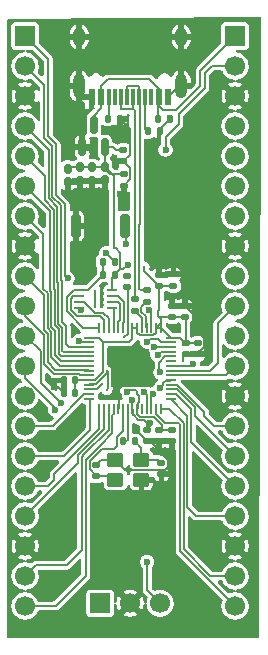
<source format=gbr>
%TF.GenerationSoftware,KiCad,Pcbnew,9.0.5*%
%TF.CreationDate,2025-11-27T10:56:10-06:00*%
%TF.ProjectId,devboard,64657662-6f61-4726-942e-6b696361645f,rev?*%
%TF.SameCoordinates,Original*%
%TF.FileFunction,Copper,L1,Top*%
%TF.FilePolarity,Positive*%
%FSLAX46Y46*%
G04 Gerber Fmt 4.6, Leading zero omitted, Abs format (unit mm)*
G04 Created by KiCad (PCBNEW 9.0.5) date 2025-11-27 10:56:10*
%MOMM*%
%LPD*%
G01*
G04 APERTURE LIST*
G04 Aperture macros list*
%AMRoundRect*
0 Rectangle with rounded corners*
0 $1 Rounding radius*
0 $2 $3 $4 $5 $6 $7 $8 $9 X,Y pos of 4 corners*
0 Add a 4 corners polygon primitive as box body*
4,1,4,$2,$3,$4,$5,$6,$7,$8,$9,$2,$3,0*
0 Add four circle primitives for the rounded corners*
1,1,$1+$1,$2,$3*
1,1,$1+$1,$4,$5*
1,1,$1+$1,$6,$7*
1,1,$1+$1,$8,$9*
0 Add four rect primitives between the rounded corners*
20,1,$1+$1,$2,$3,$4,$5,0*
20,1,$1+$1,$4,$5,$6,$7,0*
20,1,$1+$1,$6,$7,$8,$9,0*
20,1,$1+$1,$8,$9,$2,$3,0*%
G04 Aperture macros list end*
%TA.AperFunction,SMDPad,CuDef*%
%ADD10RoundRect,0.140000X-0.170000X0.140000X-0.170000X-0.140000X0.170000X-0.140000X0.170000X0.140000X0*%
%TD*%
%TA.AperFunction,SMDPad,CuDef*%
%ADD11RoundRect,0.050000X-0.387500X-0.050000X0.387500X-0.050000X0.387500X0.050000X-0.387500X0.050000X0*%
%TD*%
%TA.AperFunction,SMDPad,CuDef*%
%ADD12RoundRect,0.050000X-0.050000X-0.387500X0.050000X-0.387500X0.050000X0.387500X-0.050000X0.387500X0*%
%TD*%
%TA.AperFunction,HeatsinkPad*%
%ADD13R,3.200000X3.200000*%
%TD*%
%TA.AperFunction,SMDPad,CuDef*%
%ADD14RoundRect,0.200000X-0.200000X-0.800000X0.200000X-0.800000X0.200000X0.800000X-0.200000X0.800000X0*%
%TD*%
%TA.AperFunction,SMDPad,CuDef*%
%ADD15RoundRect,0.140000X-0.140000X-0.170000X0.140000X-0.170000X0.140000X0.170000X-0.140000X0.170000X0*%
%TD*%
%TA.AperFunction,SMDPad,CuDef*%
%ADD16RoundRect,0.062500X-0.387500X-0.062500X0.387500X-0.062500X0.387500X0.062500X-0.387500X0.062500X0*%
%TD*%
%TA.AperFunction,HeatsinkPad*%
%ADD17R,0.200000X1.600000*%
%TD*%
%TA.AperFunction,ComponentPad*%
%ADD18R,1.700000X1.700000*%
%TD*%
%TA.AperFunction,ComponentPad*%
%ADD19C,1.700000*%
%TD*%
%TA.AperFunction,SMDPad,CuDef*%
%ADD20RoundRect,0.135000X0.135000X0.185000X-0.135000X0.185000X-0.135000X-0.185000X0.135000X-0.185000X0*%
%TD*%
%TA.AperFunction,SMDPad,CuDef*%
%ADD21RoundRect,0.160000X-0.160000X0.222500X-0.160000X-0.222500X0.160000X-0.222500X0.160000X0.222500X0*%
%TD*%
%TA.AperFunction,SMDPad,CuDef*%
%ADD22RoundRect,0.135000X-0.135000X-0.185000X0.135000X-0.185000X0.135000X0.185000X-0.135000X0.185000X0*%
%TD*%
%TA.AperFunction,SMDPad,CuDef*%
%ADD23RoundRect,0.140000X0.170000X-0.140000X0.170000X0.140000X-0.170000X0.140000X-0.170000X-0.140000X0*%
%TD*%
%TA.AperFunction,SMDPad,CuDef*%
%ADD24RoundRect,0.135000X0.185000X-0.135000X0.185000X0.135000X-0.185000X0.135000X-0.185000X-0.135000X0*%
%TD*%
%TA.AperFunction,SMDPad,CuDef*%
%ADD25RoundRect,0.150000X0.150000X-0.587500X0.150000X0.587500X-0.150000X0.587500X-0.150000X-0.587500X0*%
%TD*%
%TA.AperFunction,SMDPad,CuDef*%
%ADD26RoundRect,0.250000X0.450000X0.350000X-0.450000X0.350000X-0.450000X-0.350000X0.450000X-0.350000X0*%
%TD*%
%TA.AperFunction,SMDPad,CuDef*%
%ADD27R,0.600000X1.450000*%
%TD*%
%TA.AperFunction,SMDPad,CuDef*%
%ADD28R,0.300000X1.450000*%
%TD*%
%TA.AperFunction,HeatsinkPad*%
%ADD29O,1.000000X2.100000*%
%TD*%
%TA.AperFunction,HeatsinkPad*%
%ADD30O,1.000000X1.600000*%
%TD*%
%TA.AperFunction,SMDPad,CuDef*%
%ADD31RoundRect,0.140000X0.140000X0.170000X-0.140000X0.170000X-0.140000X-0.170000X0.140000X-0.170000X0*%
%TD*%
%TA.AperFunction,ViaPad*%
%ADD32C,0.600000*%
%TD*%
%TA.AperFunction,ViaPad*%
%ADD33C,0.300000*%
%TD*%
%TA.AperFunction,Conductor*%
%ADD34C,0.152400*%
%TD*%
%TA.AperFunction,Conductor*%
%ADD35C,0.200000*%
%TD*%
G04 APERTURE END LIST*
D10*
%TO.P,C15,1*%
%TO.N,GND*%
X119766202Y-110995069D03*
%TO.P,C15,2*%
%TO.N,XIN*%
X119766202Y-111955069D03*
%TD*%
D11*
%TO.P,U1,1,IOVDD*%
%TO.N,+3V3*%
X119196875Y-100221875D03*
%TO.P,U1,2,GPIO0*%
%TO.N,GPI00*%
X119196875Y-100621875D03*
%TO.P,U1,3,GPIO1*%
%TO.N,GPI01*%
X119196875Y-101021875D03*
%TO.P,U1,4,GPIO2*%
%TO.N,GPI02*%
X119196875Y-101421875D03*
%TO.P,U1,5,GPIO3*%
%TO.N,GPI03*%
X119196875Y-101821875D03*
%TO.P,U1,6,GPIO4*%
%TO.N,GPI04*%
X119196875Y-102221875D03*
%TO.P,U1,7,GPIO5*%
%TO.N,GPI05*%
X119196875Y-102621875D03*
%TO.P,U1,8,GPIO6*%
%TO.N,GPI06*%
X119196875Y-103021875D03*
%TO.P,U1,9,GPIO7*%
%TO.N,GPI07*%
X119196875Y-103421875D03*
%TO.P,U1,10,IOVDD*%
%TO.N,+3V3*%
X119196875Y-103821875D03*
%TO.P,U1,11,GPIO8*%
%TO.N,GPI08*%
X119196875Y-104221875D03*
%TO.P,U1,12,GPIO9*%
%TO.N,GPI09*%
X119196875Y-104621875D03*
%TO.P,U1,13,GPIO10*%
%TO.N,GPI010*%
X119196875Y-105021875D03*
%TO.P,U1,14,GPIO11*%
%TO.N,GPI011*%
X119196875Y-105421875D03*
D12*
%TO.P,U1,15,GPIO12*%
%TO.N,GPI012*%
X120034375Y-106259375D03*
%TO.P,U1,16,GPIO13*%
%TO.N,GPI013*%
X120434375Y-106259375D03*
%TO.P,U1,17,GPIO14*%
%TO.N,GPI014*%
X120834375Y-106259375D03*
%TO.P,U1,18,GPIO15*%
%TO.N,GPI015*%
X121234375Y-106259375D03*
%TO.P,U1,19,TESTEN*%
%TO.N,GND*%
X121634375Y-106259375D03*
%TO.P,U1,20,XIN*%
%TO.N,XIN*%
X122034375Y-106259375D03*
%TO.P,U1,21,XOUT*%
%TO.N,XOUT*%
X122434375Y-106259375D03*
%TO.P,U1,22,IOVDD*%
%TO.N,+3V3*%
X122834375Y-106259375D03*
%TO.P,U1,23,DVDD*%
%TO.N,+1V1*%
X123234375Y-106259375D03*
%TO.P,U1,24,SWCLK*%
%TO.N,SWLCK*%
X123634375Y-106259375D03*
%TO.P,U1,25,SWD*%
%TO.N,SWD*%
X124034375Y-106259375D03*
%TO.P,U1,26,RUN*%
%TO.N,RUN*%
X124434375Y-106259375D03*
%TO.P,U1,27,GPIO16*%
%TO.N,GPI016*%
X124834375Y-106259375D03*
%TO.P,U1,28,GPIO17*%
%TO.N,GPI017*%
X125234375Y-106259375D03*
D11*
%TO.P,U1,29,GPIO18*%
%TO.N,GPI018*%
X126071875Y-105421875D03*
%TO.P,U1,30,GPIO19*%
%TO.N,GPI019*%
X126071875Y-105021875D03*
%TO.P,U1,31,GPIO20*%
%TO.N,GPI020*%
X126071875Y-104621875D03*
%TO.P,U1,32,GPIO21*%
%TO.N,GPI021*%
X126071875Y-104221875D03*
%TO.P,U1,33,IOVDD*%
%TO.N,+3V3*%
X126071875Y-103821875D03*
%TO.P,U1,34,GPIO22*%
%TO.N,GPI022*%
X126071875Y-103421875D03*
%TO.P,U1,35,GPIO23*%
%TO.N,GPI023*%
X126071875Y-103021875D03*
%TO.P,U1,36,GPIO24*%
%TO.N,GPI024*%
X126071875Y-102621875D03*
%TO.P,U1,37,GPIO25*%
%TO.N,unconnected-(U1-GPIO25-Pad37)*%
X126071875Y-102221875D03*
%TO.P,U1,38,GPIO26_ADC0*%
%TO.N,GPIO26_ADC0*%
X126071875Y-101821875D03*
%TO.P,U1,39,GPIO27_ADC1*%
%TO.N,GPIO27_ADC1*%
X126071875Y-101421875D03*
%TO.P,U1,40,GPIO28_ADC2*%
%TO.N,GPIO28_ADC2*%
X126071875Y-101021875D03*
%TO.P,U1,41,GPIO29_ADC3*%
%TO.N,GPIO29_ADC3*%
X126071875Y-100621875D03*
%TO.P,U1,42,IOVDD*%
%TO.N,+3V3*%
X126071875Y-100221875D03*
D12*
%TO.P,U1,43,ADC_AVDD*%
X125234375Y-99384375D03*
%TO.P,U1,44,VREG_IN*%
X124834375Y-99384375D03*
%TO.P,U1,45,VREG_VOUT*%
%TO.N,+1V1*%
X124434375Y-99384375D03*
%TO.P,U1,46,USB_DM*%
%TO.N,Net-(U1-USB_DM)*%
X124034375Y-99384375D03*
%TO.P,U1,47,USB_DP*%
%TO.N,Net-(U1-USB_DP)*%
X123634375Y-99384375D03*
%TO.P,U1,48,USB_VDD*%
%TO.N,+3V3*%
X123234375Y-99384375D03*
%TO.P,U1,49,IOVDD*%
X122834375Y-99384375D03*
%TO.P,U1,50,DVDD*%
%TO.N,+1V1*%
X122434375Y-99384375D03*
%TO.P,U1,51,QSPI_SD3*%
%TO.N,QSPI_SD3*%
X122034375Y-99384375D03*
%TO.P,U1,52,QSPI_SCLK*%
%TO.N,QSPI_SCLK*%
X121634375Y-99384375D03*
%TO.P,U1,53,QSPI_SD0*%
%TO.N,QSPI_SD0*%
X121234375Y-99384375D03*
%TO.P,U1,54,QSPI_SD2*%
%TO.N,QSPI_SD2*%
X120834375Y-99384375D03*
%TO.P,U1,55,QSPI_SD1*%
%TO.N,QSPI_SD1*%
X120434375Y-99384375D03*
%TO.P,U1,56,QSPI_SS*%
%TO.N,QSPI_SS*%
X120034375Y-99384375D03*
D13*
%TO.P,U1,57,GND*%
%TO.N,GND*%
X122634375Y-102821875D03*
%TD*%
D10*
%TO.P,C7,1*%
%TO.N,+3V3*%
X127333924Y-100700217D03*
%TO.P,C7,2*%
%TO.N,GND*%
X127333924Y-101660217D03*
%TD*%
D14*
%TO.P,SW1,1,1*%
%TO.N,GND*%
X118022608Y-90774111D03*
%TO.P,SW1,2,2*%
%TO.N,Net-(R7-Pad1)*%
X122222608Y-90774111D03*
%TD*%
D15*
%TO.P,C14,1*%
%TO.N,VBUS*%
X125035937Y-81701227D03*
%TO.P,C14,2*%
%TO.N,GND*%
X125995937Y-81701227D03*
%TD*%
D16*
%TO.P,U2,1,~{CS}*%
%TO.N,QSPI_SS*%
X118277078Y-96193214D03*
%TO.P,U2,2,DO/IO_{1}*%
%TO.N,QSPI_SD1*%
X118277078Y-96693214D03*
%TO.P,U2,3,~{WP}/IO_{2}*%
%TO.N,QSPI_SD2*%
X118277078Y-97193214D03*
%TO.P,U2,4,GND*%
%TO.N,GND*%
X118277078Y-97693214D03*
%TO.P,U2,5,DI/IO_{0}*%
%TO.N,QSPI_SD0*%
X121127078Y-97693214D03*
%TO.P,U2,6,CLK*%
%TO.N,QSPI_SCLK*%
X121127078Y-97193214D03*
%TO.P,U2,7,~{HOLD}/~{RESET}/IO_{3}*%
%TO.N,QSPI_SD3*%
X121127078Y-96693214D03*
%TO.P,U2,8,VCC*%
%TO.N,+3V3*%
X121127078Y-96193214D03*
D17*
%TO.P,U2,9*%
%TO.N,N/C*%
X119702078Y-96943214D03*
%TD*%
D18*
%TO.P,J2,1,Pin_1*%
%TO.N,GPI00*%
X113744375Y-74691875D03*
D19*
%TO.P,J2,2,Pin_2*%
%TO.N,GPI01*%
X113744375Y-77231875D03*
%TO.P,J2,3,Pin_3*%
%TO.N,GND*%
X113744375Y-79771875D03*
%TO.P,J2,4,Pin_4*%
%TO.N,GPI02*%
X113744375Y-82311875D03*
%TO.P,J2,5,Pin_5*%
%TO.N,GPI03*%
X113744375Y-84851875D03*
%TO.P,J2,6,Pin_6*%
%TO.N,GPI04*%
X113744375Y-87391875D03*
%TO.P,J2,7,Pin_7*%
%TO.N,GPI05*%
X113744375Y-89931875D03*
%TO.P,J2,8,Pin_8*%
%TO.N,GND*%
X113744375Y-92471875D03*
%TO.P,J2,9,Pin_9*%
%TO.N,GPI06*%
X113744375Y-95011875D03*
%TO.P,J2,10,Pin_10*%
%TO.N,GPI07*%
X113744375Y-97551875D03*
%TO.P,J2,11,Pin_11*%
%TO.N,GPI08*%
X113744375Y-100091875D03*
%TO.P,J2,12,Pin_12*%
%TO.N,GPI09*%
X113744375Y-102631875D03*
%TO.P,J2,13,Pin_13*%
%TO.N,unconnected-(J2-Pin_13-Pad13)*%
X113744375Y-105171875D03*
%TO.P,J2,14,Pin_14*%
%TO.N,GPI010*%
X113744375Y-107711875D03*
%TO.P,J2,15,Pin_15*%
%TO.N,GPI011*%
X113744375Y-110251875D03*
%TO.P,J2,16,Pin_16*%
%TO.N,GPI012*%
X113744375Y-112791875D03*
%TO.P,J2,17,Pin_17*%
%TO.N,GPI013*%
X113744375Y-115331875D03*
%TO.P,J2,18,Pin_18*%
%TO.N,GND*%
X113744375Y-117871875D03*
%TO.P,J2,19,Pin_19*%
%TO.N,GPI014*%
X113744375Y-120411875D03*
%TO.P,J2,20,Pin_20*%
%TO.N,GPI015*%
X113744375Y-122951875D03*
%TD*%
D20*
%TO.P,R6,1*%
%TO.N,+3V3*%
X121385119Y-94890104D03*
%TO.P,R6,2*%
%TO.N,QSPI_SS*%
X120365119Y-94890104D03*
%TD*%
D18*
%TO.P,J4,1,Pin_1*%
%TO.N,SWCLK*%
X120094375Y-122711875D03*
D19*
%TO.P,J4,2,Pin_2*%
%TO.N,GND*%
X122634375Y-122711875D03*
%TO.P,J4,3,Pin_3*%
%TO.N,SWD*%
X125174375Y-122711875D03*
%TD*%
D21*
%TO.P,D3,1,K*%
%TO.N,+3V3*%
X117365218Y-85916278D03*
%TO.P,D3,2,A*%
%TO.N,GND*%
X117365218Y-87061278D03*
%TD*%
D22*
%TO.P,R2,1*%
%TO.N,Net-(J1-CC2)*%
X120747343Y-81693889D03*
%TO.P,R2,2*%
%TO.N,GND*%
X121767343Y-81693889D03*
%TD*%
D10*
%TO.P,C12,1*%
%TO.N,+1V1*%
X126150978Y-108053582D03*
%TO.P,C12,2*%
%TO.N,GND*%
X126150978Y-109013582D03*
%TD*%
D23*
%TO.P,C11,1*%
%TO.N,+1V1*%
X122369567Y-95951788D03*
%TO.P,C11,2*%
%TO.N,GND*%
X122369567Y-94991788D03*
%TD*%
D10*
%TO.P,C6,1*%
%TO.N,+3V3*%
X122074874Y-84350888D03*
%TO.P,C6,2*%
%TO.N,GND*%
X122074874Y-85310888D03*
%TD*%
D24*
%TO.P,R4,1*%
%TO.N,Net-(U1-USB_DM)*%
X124055967Y-97194913D03*
%TO.P,R4,2*%
%TO.N,USB_D-*%
X124055967Y-96174913D03*
%TD*%
D18*
%TO.P,J3,1,Pin_1*%
%TO.N,VBUS*%
X131524375Y-74691875D03*
D19*
%TO.P,J3,2,Pin_2*%
%TO.N,GPIO29_ADC3*%
X131524375Y-77231875D03*
%TO.P,J3,3,Pin_3*%
%TO.N,GND*%
X131524375Y-79771875D03*
%TO.P,J3,4,Pin_4*%
%TO.N,GPIO28_ADC2*%
X131524375Y-82311875D03*
%TO.P,J3,5,Pin_5*%
%TO.N,+3V3*%
X131524375Y-84851875D03*
%TO.P,J3,6,Pin_6*%
%TO.N,GPIO27_ADC1*%
X131524375Y-87391875D03*
%TO.P,J3,7,Pin_7*%
%TO.N,GPIO26_ADC0*%
X131524375Y-89931875D03*
%TO.P,J3,8,Pin_8*%
%TO.N,GND*%
X131524375Y-92471875D03*
%TO.P,J3,9,Pin_9*%
%TO.N,GPI024*%
X131524375Y-95011875D03*
%TO.P,J3,10,Pin_10*%
%TO.N,GPI023*%
X131524375Y-97551875D03*
%TO.P,J3,11,Pin_11*%
%TO.N,RUN*%
X131524375Y-100091875D03*
%TO.P,J3,12,Pin_12*%
%TO.N,GPI022*%
X131524375Y-102631875D03*
%TO.P,J3,13,Pin_13*%
%TO.N,GND*%
X131524375Y-105171875D03*
%TO.P,J3,14,Pin_14*%
%TO.N,GPI021*%
X131524375Y-107711875D03*
%TO.P,J3,15,Pin_15*%
%TO.N,GPI020*%
X131524375Y-110251875D03*
%TO.P,J3,16,Pin_16*%
%TO.N,GPI019*%
X131524375Y-112791875D03*
%TO.P,J3,17,Pin_17*%
%TO.N,GPI018*%
X131524375Y-115331875D03*
%TO.P,J3,18,Pin_18*%
%TO.N,GND*%
X131524375Y-117871875D03*
%TO.P,J3,19,Pin_19*%
%TO.N,GPI017*%
X131524375Y-120411875D03*
%TO.P,J3,20,Pin_20*%
%TO.N,GPI016*%
X131524375Y-122951875D03*
%TD*%
D21*
%TO.P,D2,1,K*%
%TO.N,+3V3*%
X118373753Y-85823339D03*
%TO.P,D2,2,A*%
%TO.N,GND*%
X118373753Y-86968339D03*
%TD*%
D25*
%TO.P,U4,1,GND*%
%TO.N,GND*%
X118598573Y-84076977D03*
%TO.P,U4,2,VO*%
%TO.N,+3V3*%
X120498573Y-84076977D03*
%TO.P,U4,3,VI*%
%TO.N,VBUS*%
X119548573Y-82201977D03*
%TD*%
D24*
%TO.P,R3,1*%
%TO.N,Net-(U1-USB_DP)*%
X123025820Y-97963214D03*
%TO.P,R3,2*%
%TO.N,USB_D+*%
X123025820Y-96943214D03*
%TD*%
D21*
%TO.P,D1,1,K*%
%TO.N,+3V3*%
X119447277Y-85795224D03*
%TO.P,D1,2,A*%
%TO.N,GND*%
X119447277Y-86940224D03*
%TD*%
D23*
%TO.P,C2,1*%
%TO.N,+3V3*%
X125116904Y-95874595D03*
%TO.P,C2,2*%
%TO.N,GND*%
X125116904Y-94914595D03*
%TD*%
D10*
%TO.P,C9,1*%
%TO.N,+3V3*%
X124048653Y-108042190D03*
%TO.P,C9,2*%
%TO.N,GND*%
X124048653Y-109002190D03*
%TD*%
%TO.P,C10,1*%
%TO.N,+1V1*%
X125091290Y-108052506D03*
%TO.P,C10,2*%
%TO.N,GND*%
X125091290Y-109012506D03*
%TD*%
D21*
%TO.P,D4,1,K*%
%TO.N,+3V3*%
X120504982Y-85783218D03*
%TO.P,D4,2,A*%
%TO.N,GND*%
X120504982Y-86928218D03*
%TD*%
D10*
%TO.P,C8,1*%
%TO.N,+3V3*%
X128358481Y-100694190D03*
%TO.P,C8,2*%
%TO.N,GND*%
X128358481Y-101654190D03*
%TD*%
D23*
%TO.P,C13,1*%
%TO.N,+3V3*%
X126202721Y-98478341D03*
%TO.P,C13,2*%
%TO.N,GND*%
X126202721Y-97518341D03*
%TD*%
D22*
%TO.P,R5,1*%
%TO.N,XOUT*%
X122056712Y-109018289D03*
%TO.P,R5,2*%
%TO.N,Net-(C16-Pad2)*%
X123076712Y-109018289D03*
%TD*%
D26*
%TO.P,Y1,1,1*%
%TO.N,Net-(C16-Pad2)*%
X123597696Y-110569176D03*
%TO.P,Y1,2,2*%
%TO.N,GND*%
X121397696Y-110569176D03*
%TO.P,Y1,3,3*%
%TO.N,XIN*%
X121397696Y-112269176D03*
%TO.P,Y1,4,4*%
%TO.N,GND*%
X123597696Y-112269176D03*
%TD*%
D22*
%TO.P,R1,1*%
%TO.N,Net-(J1-CC1)*%
X124114502Y-82771738D03*
%TO.P,R1,2*%
%TO.N,GND*%
X125134502Y-82771738D03*
%TD*%
D27*
%TO.P,J1,A1,GND*%
%TO.N,GND*%
X125884375Y-79866875D03*
%TO.P,J1,A4,VBUS*%
%TO.N,VBUS*%
X125084375Y-79866875D03*
D28*
%TO.P,J1,A5,CC1*%
%TO.N,Net-(J1-CC1)*%
X123884375Y-79866875D03*
%TO.P,J1,A6,D+*%
%TO.N,USB_D+*%
X122884375Y-79866875D03*
%TO.P,J1,A7,D-*%
%TO.N,USB_D-*%
X122384375Y-79866875D03*
%TO.P,J1,A8*%
%TO.N,N/C*%
X121384375Y-79866875D03*
D27*
%TO.P,J1,A9,VBUS*%
%TO.N,VBUS*%
X120184375Y-79866875D03*
%TO.P,J1,A12,GND*%
%TO.N,GND*%
X119384375Y-79866875D03*
%TO.P,J1,B1,GND*%
X119384375Y-79866875D03*
%TO.P,J1,B4,VBUS*%
%TO.N,VBUS*%
X120184375Y-79866875D03*
D28*
%TO.P,J1,B5,CC2*%
%TO.N,Net-(J1-CC2)*%
X120884375Y-79866875D03*
%TO.P,J1,B6,D+*%
%TO.N,USB_D+*%
X121884375Y-79866875D03*
%TO.P,J1,B7,D-*%
%TO.N,USB_D-*%
X123384375Y-79866875D03*
%TO.P,J1,B8*%
%TO.N,N/C*%
X124384375Y-79866875D03*
D27*
%TO.P,J1,B9,VBUS*%
%TO.N,VBUS*%
X125084375Y-79866875D03*
%TO.P,J1,B12,GND*%
%TO.N,GND*%
X125884375Y-79866875D03*
D29*
%TO.P,J1,S1,SHIELD*%
X126954375Y-78951875D03*
D30*
X126954375Y-74771875D03*
D29*
X118314375Y-78951875D03*
D30*
X118314375Y-74771875D03*
%TD*%
D31*
%TO.P,C1,1*%
%TO.N,+3V3*%
X117986715Y-104887157D03*
%TO.P,C1,2*%
%TO.N,GND*%
X117026715Y-104887157D03*
%TD*%
D23*
%TO.P,C4,1*%
%TO.N,+3V3*%
X127250394Y-98479914D03*
%TO.P,C4,2*%
%TO.N,GND*%
X127250394Y-97519914D03*
%TD*%
%TO.P,C16,1*%
%TO.N,GND*%
X125291658Y-111812169D03*
%TO.P,C16,2*%
%TO.N,Net-(C16-Pad2)*%
X125291658Y-110852169D03*
%TD*%
D20*
%TO.P,R7,1*%
%TO.N,Net-(R7-Pad1)*%
X121321639Y-93829353D03*
%TO.P,R7,2*%
%TO.N,QSPI_SS*%
X120301639Y-93829353D03*
%TD*%
D23*
%TO.P,C3,1*%
%TO.N,+3V3*%
X126310212Y-95838434D03*
%TO.P,C3,2*%
%TO.N,GND*%
X126310212Y-94878434D03*
%TD*%
D31*
%TO.P,C17,1*%
%TO.N,+3V3*%
X117978543Y-103834818D03*
%TO.P,C17,2*%
%TO.N,GND*%
X117018543Y-103834818D03*
%TD*%
D10*
%TO.P,C5,1*%
%TO.N,+3V3*%
X122086396Y-86404100D03*
%TO.P,C5,2*%
%TO.N,GND*%
X122086396Y-87364100D03*
%TD*%
D32*
%TO.N,GND*%
X116166260Y-104396608D03*
D33*
X124554905Y-102759376D03*
D32*
X121443750Y-85725000D03*
X121764425Y-88106250D03*
X123024933Y-107923407D03*
X127727675Y-104049112D03*
X120465854Y-87839819D03*
X118463837Y-97889614D03*
X119422417Y-84359928D03*
X121668141Y-105148767D03*
X128662212Y-104849711D03*
X122369567Y-94991788D03*
D33*
X127100887Y-102243275D03*
%TO.N,+3V3*%
X123829220Y-94224781D03*
D32*
X124353600Y-107455075D03*
X127283757Y-100650050D03*
X122835196Y-105509307D03*
X122433975Y-94043291D03*
X125188610Y-104489751D03*
%TO.N,+1V1*%
X122368686Y-104874275D03*
X124193596Y-97917311D03*
D33*
X122160260Y-100195064D03*
%TO.N,GPI09*%
X120257157Y-104166981D03*
D32*
X116265192Y-106335942D03*
%TO.N,GPI00*%
X118331319Y-100493275D03*
X117352595Y-95213047D03*
D33*
%TO.N,GPI08*%
X120648210Y-104627622D03*
D32*
X116781885Y-105759787D03*
%TO.N,GPI024*%
X127951712Y-102437254D03*
%TO.N,GPIO26_ADC0*%
X125191679Y-103170144D03*
%TO.N,GPIO29_ADC3*%
X124064222Y-100580075D03*
X125635618Y-84332346D03*
%TO.N,GPIO27_ADC1*%
X124960118Y-101711072D03*
%TO.N,GPIO28_ADC2*%
X124691517Y-101008247D03*
%TO.N,RUN*%
X124563580Y-105017834D03*
%TO.N,SWD*%
X124078125Y-119206849D03*
X123825000Y-104874277D03*
%TO.N,Net-(R7-Pad1)*%
X120606208Y-93080149D03*
X122275663Y-92274526D03*
%TD*%
D34*
%TO.N,GND*%
X121668141Y-105148767D02*
X121668141Y-106225609D01*
X121397696Y-110569176D02*
X120192095Y-110569176D01*
X127861612Y-104049112D02*
X127727675Y-104049112D01*
X117026715Y-103842990D02*
X117018543Y-103834818D01*
X124492406Y-102821875D02*
X124554905Y-102759376D01*
X127333924Y-101660217D02*
X128229028Y-101660217D01*
X122634375Y-102821875D02*
X124492406Y-102821875D01*
X128662212Y-104849711D02*
X127861612Y-104049112D01*
X126186160Y-110917667D02*
X126186160Y-110428119D01*
X120504982Y-87800691D02*
X120465854Y-87839819D01*
X124048653Y-109002190D02*
X123024933Y-107978470D01*
X124278253Y-109002190D02*
X125831258Y-110555195D01*
X122614474Y-84771288D02*
X122074874Y-85310888D01*
X122086396Y-87364100D02*
X122625996Y-86824500D01*
X121668141Y-106225609D02*
X121634375Y-106259375D01*
X125831258Y-110555195D02*
X125831258Y-111149143D01*
X127250394Y-97519914D02*
X126204294Y-97519914D01*
X125831258Y-111149143D02*
X125581625Y-111398776D01*
X126799375Y-78951875D02*
X125884375Y-79866875D01*
X119422417Y-84359928D02*
X118881524Y-84359928D01*
X127339951Y-101654190D02*
X127333924Y-101660217D01*
X120504982Y-86928218D02*
X120504982Y-87800691D01*
X126186160Y-110428119D02*
X126150978Y-110392937D01*
X127100887Y-101893254D02*
X127333924Y-101660217D01*
X118881524Y-84359928D02*
X118598573Y-84076977D01*
X122086396Y-87364100D02*
X122086396Y-87784279D01*
X125134502Y-82771738D02*
X125134502Y-82562662D01*
X118277078Y-97702855D02*
X118463837Y-97889614D01*
X125291658Y-111812169D02*
X126186160Y-110917667D01*
X117026715Y-104887157D02*
X117026715Y-103842990D01*
X121668141Y-103788109D02*
X122634375Y-102821875D01*
X126954375Y-78951875D02*
X126799375Y-78951875D01*
X121668141Y-105148767D02*
X121668141Y-103788109D01*
X116166260Y-104396608D02*
X116536166Y-104396608D01*
X122227296Y-111398776D02*
X121397696Y-110569176D01*
X121857862Y-85310888D02*
X121443750Y-85725000D01*
X116536166Y-104396608D02*
X117026715Y-104887157D01*
X128229028Y-101660217D02*
X128898081Y-100991164D01*
X125134502Y-82562662D02*
X125995937Y-81701227D01*
X128898081Y-100991164D02*
X128898081Y-99167601D01*
X124048653Y-109002190D02*
X124278253Y-109002190D01*
X123024933Y-107978470D02*
X123024933Y-107923407D01*
X120192095Y-110569176D02*
X119766202Y-110995069D01*
X128358481Y-101654190D02*
X127339951Y-101654190D01*
X128898081Y-99167601D02*
X127250394Y-97519914D01*
X126204294Y-97519914D02*
X126202721Y-97518341D01*
X125581625Y-111398776D02*
X122227296Y-111398776D01*
X122086396Y-87784279D02*
X121764425Y-88106250D01*
X121767343Y-81693889D02*
X122614474Y-82541020D01*
X118277078Y-97693214D02*
X118277078Y-97702855D01*
X122614474Y-82541020D02*
X122614474Y-84771288D01*
X127100887Y-102243275D02*
X127100887Y-101893254D01*
X122625996Y-85862010D02*
X122074874Y-85310888D01*
X122074874Y-85310888D02*
X121857862Y-85310888D01*
X126150978Y-110392937D02*
X126150978Y-109013582D01*
X122625996Y-86824500D02*
X122625996Y-85862010D01*
%TO.N,+3V3*%
X120498573Y-85776809D02*
X120504982Y-85783218D01*
X121127078Y-96193214D02*
X121127078Y-95148145D01*
X123829220Y-94586911D02*
X125116904Y-95874595D01*
X124834375Y-99384375D02*
X125252622Y-98966128D01*
X121821239Y-94453984D02*
X121821239Y-93048447D01*
X119634375Y-103821875D02*
X119196875Y-103821875D01*
X119447277Y-85795224D02*
X118401868Y-85795224D01*
X126204294Y-98479914D02*
X126202721Y-98478341D01*
X122835196Y-105509307D02*
X122835196Y-106258554D01*
X118373753Y-85823339D02*
X117458157Y-85823339D01*
X122834375Y-99384375D02*
X122834375Y-100312502D01*
X121385119Y-94890104D02*
X121821239Y-94453984D01*
X126071875Y-100221875D02*
X126855582Y-100221875D01*
X123807275Y-107232275D02*
X123337309Y-107232275D01*
X121403325Y-92630533D02*
X121235825Y-92630533D01*
X122904775Y-106764075D02*
X122904775Y-106329775D01*
X122834375Y-99384375D02*
X123234375Y-99384375D01*
X120504982Y-85783218D02*
X119459283Y-85783218D01*
X121127078Y-95148145D02*
X121385119Y-94890104D01*
X124048653Y-108042190D02*
X124048653Y-107473653D01*
X119459283Y-85783218D02*
X119447277Y-85795224D01*
X127333924Y-98563444D02*
X127250394Y-98479914D01*
X127333924Y-100700217D02*
X128352454Y-100700217D01*
X125032978Y-97950811D02*
X125116904Y-97866885D01*
X122573213Y-100573664D02*
X120351331Y-100573664D01*
X122928575Y-106787875D02*
X122904775Y-106764075D01*
X123463975Y-100051475D02*
X124604775Y-100051475D01*
X126274051Y-95874595D02*
X126310212Y-95838434D01*
X126001475Y-103892275D02*
X125567175Y-103892275D01*
X123234375Y-99384375D02*
X123234375Y-99821875D01*
X126202721Y-98478341D02*
X125099994Y-98478341D01*
X121821239Y-94453984D02*
X122023282Y-94453984D01*
X127250394Y-98479914D02*
X126204294Y-98479914D01*
X123337309Y-107232275D02*
X122928575Y-106823541D01*
X124604775Y-100051475D02*
X124834375Y-99821875D01*
X119967398Y-100221875D02*
X119196875Y-100221875D01*
X125032978Y-98360521D02*
X125032978Y-97950811D01*
X121235825Y-86514061D02*
X120504982Y-85783218D01*
X126855582Y-100221875D02*
X127333924Y-100700217D01*
X126071875Y-103821875D02*
X126001475Y-103892275D01*
X120498573Y-84076977D02*
X121145713Y-84076977D01*
X125234375Y-99384375D02*
X124834375Y-99384375D01*
X117458157Y-85823339D02*
X120338015Y-85823339D01*
X117458157Y-85823339D02*
X117365218Y-85916278D01*
X122834375Y-100312502D02*
X122573213Y-100573664D01*
X122023282Y-94453984D02*
X122433975Y-94043291D01*
X122835196Y-106258554D02*
X122834375Y-106259375D01*
X124834375Y-99821875D02*
X124834375Y-99384375D01*
X125099994Y-98478341D02*
X125007576Y-98385923D01*
X124353600Y-107737243D02*
X124048653Y-108042190D01*
X120351331Y-100573664D02*
X120335259Y-100589736D01*
X125404775Y-104054675D02*
X125404775Y-104273586D01*
X120918776Y-86404100D02*
X122086396Y-86404100D01*
X125252622Y-98966128D02*
X125252622Y-98630969D01*
X123234375Y-99821875D02*
X123463975Y-100051475D01*
X118401868Y-85795224D02*
X118373753Y-85823339D01*
X125567175Y-103892275D02*
X125404775Y-104054675D01*
X127333924Y-100700217D02*
X127333924Y-98563444D01*
X124048653Y-107473653D02*
X123807275Y-107232275D01*
X121235825Y-92630533D02*
X121235825Y-86514061D01*
X119183932Y-103834818D02*
X119196875Y-103821875D01*
X127333924Y-100700217D02*
X127283757Y-100650050D01*
X117986715Y-103842990D02*
X117978543Y-103834818D01*
X120335259Y-100589736D02*
X120335259Y-103120991D01*
X124353600Y-107455075D02*
X124353600Y-107737243D01*
X125116904Y-97866885D02*
X125116904Y-95874595D01*
X128352454Y-100700217D02*
X128358481Y-100694190D01*
X120335259Y-100589736D02*
X119967398Y-100221875D01*
X122904775Y-106329775D02*
X122834375Y-106259375D01*
X120498573Y-84076977D02*
X120498573Y-85776809D01*
X121145713Y-84076977D02*
X121419624Y-84350888D01*
X123829220Y-94224781D02*
X123829220Y-94586911D01*
X126071875Y-100221875D02*
X125234375Y-99384375D01*
X120338015Y-85823339D02*
X120918776Y-86404100D01*
X125252622Y-98630969D02*
X125007576Y-98385923D01*
X117978543Y-103834818D02*
X119183932Y-103834818D01*
X120335259Y-103120991D02*
X119634375Y-103821875D01*
X121419624Y-84350888D02*
X122074874Y-84350888D01*
X122928575Y-106823541D02*
X122928575Y-106787875D01*
X117986715Y-104887157D02*
X117986715Y-103842990D01*
X121821239Y-93048447D02*
X121403325Y-92630533D01*
X125404775Y-104273586D02*
X125188610Y-104489751D01*
X125007576Y-98385923D02*
X125032978Y-98360521D01*
X125116904Y-95874595D02*
X126274051Y-95874595D01*
%TO.N,+1V1*%
X123304775Y-105754675D02*
X123369639Y-105689811D01*
X123091655Y-104651475D02*
X122429457Y-104651475D01*
X122429457Y-104813504D02*
X122368686Y-104874275D01*
X123463975Y-106926475D02*
X123234375Y-106696875D01*
X126150978Y-108053582D02*
X125092366Y-108053582D01*
X123234375Y-106259375D02*
X123304775Y-106188975D01*
X123184817Y-104744637D02*
X123091655Y-104651475D01*
X122369567Y-95951788D02*
X122434375Y-96016596D01*
X124193596Y-97917311D02*
X124434375Y-98158090D01*
X122434375Y-99920949D02*
X122434375Y-99384375D01*
X123369639Y-105689811D02*
X123369639Y-105167884D01*
X123369639Y-105167884D02*
X123184817Y-104983062D01*
X125091290Y-108052506D02*
X125300897Y-107842899D01*
X125300897Y-107595863D02*
X124631509Y-106926475D01*
X124631509Y-106926475D02*
X123463975Y-106926475D01*
X123304775Y-106188975D02*
X123304775Y-105754675D01*
X124434375Y-98158090D02*
X124434375Y-99384375D01*
X125300897Y-107842899D02*
X125300897Y-107595863D01*
X122429457Y-104651475D02*
X122429457Y-104813504D01*
X123234375Y-106696875D02*
X123234375Y-106259375D01*
X125092366Y-108053582D02*
X125091290Y-108052506D01*
X122160260Y-100195064D02*
X122434375Y-99920949D01*
X122434375Y-96016596D02*
X122434375Y-99384375D01*
X123184817Y-104983062D02*
X123184817Y-104744637D01*
D35*
%TO.N,VBUS*%
X119548573Y-82201977D02*
X119548573Y-81464478D01*
X125084375Y-79185075D02*
X124254737Y-78355437D01*
X128587500Y-78934218D02*
X128587500Y-77628750D01*
X120770813Y-78355437D02*
X120184375Y-78941875D01*
X125035937Y-79915313D02*
X125084375Y-79866875D01*
X125084375Y-79866875D02*
X125084375Y-80598675D01*
X126559218Y-80962500D02*
X128587500Y-78934218D01*
X125084375Y-79866875D02*
X125084375Y-79185075D01*
X125448200Y-80962500D02*
X126559218Y-80962500D01*
X125035937Y-81701227D02*
X125035937Y-79915313D01*
X128587500Y-77628750D02*
X131524375Y-74691875D01*
X120184375Y-78941875D02*
X120184375Y-79866875D01*
X120184375Y-80828676D02*
X120184375Y-79866875D01*
X119548573Y-81464478D02*
X120184375Y-80828676D01*
X124254737Y-78355437D02*
X120770813Y-78355437D01*
X120289554Y-79972054D02*
X120184375Y-79866875D01*
X125084375Y-80598675D02*
X125448200Y-80962500D01*
%TO.N,XIN*%
X121083589Y-111955069D02*
X121397696Y-112269176D01*
X121533312Y-108668667D02*
X122034375Y-108167604D01*
X121279458Y-109622333D02*
X121533312Y-109368479D01*
X122034375Y-108167604D02*
X122034375Y-106259375D01*
X119766202Y-111955069D02*
X121083589Y-111955069D01*
X119202802Y-110688235D02*
X120268704Y-109622333D01*
X119202802Y-111391669D02*
X119202802Y-110688235D01*
X119766202Y-111955069D02*
X119202802Y-111391669D01*
X121533312Y-109368479D02*
X121533312Y-108668667D01*
X120268704Y-109622333D02*
X121279458Y-109622333D01*
%TO.N,Net-(C16-Pad2)*%
X123597696Y-110569176D02*
X123597696Y-109539273D01*
X125008665Y-110569176D02*
X125291658Y-110852169D01*
X123597696Y-110569176D02*
X125008665Y-110569176D01*
X123597696Y-109539273D02*
X123076712Y-109018289D01*
%TO.N,Net-(J1-CC1)*%
X123884375Y-82541611D02*
X123884375Y-79866875D01*
X124114502Y-82771738D02*
X123884375Y-82541611D01*
%TO.N,USB_D-*%
X123433375Y-79915875D02*
X123384375Y-79866875D01*
X123433375Y-90642833D02*
X123433375Y-79915875D01*
X123384375Y-78941875D02*
X123330975Y-78888475D01*
X123426820Y-96078377D02*
X123426820Y-90649388D01*
X122437775Y-78888475D02*
X122384375Y-78941875D01*
X123384375Y-79866875D02*
X123384375Y-78941875D01*
X122384375Y-78941875D02*
X122384375Y-79866875D01*
X123426820Y-90649388D02*
X123433375Y-90642833D01*
X123523356Y-96174913D02*
X124055967Y-96174913D01*
X123426820Y-96078377D02*
X123523356Y-96174913D01*
X123330975Y-78888475D02*
X122437775Y-78888475D01*
%TO.N,Net-(J1-CC2)*%
X120884375Y-81556857D02*
X120884375Y-79866875D01*
X120747343Y-81693889D02*
X120884375Y-81556857D01*
%TO.N,USB_D+*%
X122835375Y-80892875D02*
X121933375Y-80892875D01*
X121933375Y-80892875D02*
X121884375Y-80843875D01*
X123025820Y-80985320D02*
X123025820Y-96943214D01*
X122884375Y-80843875D02*
X122835375Y-80892875D01*
X121884375Y-80843875D02*
X121884375Y-79866875D01*
X122884375Y-80843875D02*
X123025820Y-80985320D01*
X122884375Y-79866875D02*
X122884375Y-80843875D01*
D34*
%TO.N,GPI012*%
X116220199Y-112255222D02*
X116220199Y-111753269D01*
X120034303Y-107939165D02*
X120034303Y-107770558D01*
X120034375Y-107770486D02*
X120034375Y-106259375D01*
X113744375Y-112791875D02*
X115683546Y-112791875D01*
X115683546Y-112791875D02*
X116220199Y-112255222D01*
X116220199Y-111753269D02*
X120034303Y-107939165D01*
X120034303Y-107770558D02*
X120034375Y-107770486D01*
%TO.N,GPI09*%
X116265192Y-106165907D02*
X116265192Y-106335942D01*
X120257157Y-104166981D02*
X119802263Y-104621875D01*
X113744375Y-102631875D02*
X113744375Y-103645090D01*
X113744375Y-103645090D02*
X116265192Y-106165907D01*
X119802263Y-104621875D02*
X119196875Y-104621875D01*
%TO.N,GPI013*%
X113744375Y-115331875D02*
X118222482Y-110853768D01*
X120434375Y-107939960D02*
X120434375Y-106259375D01*
X118222482Y-110183453D02*
X120450175Y-107955760D01*
X120450175Y-107955760D02*
X120434375Y-107939960D01*
X118222482Y-110853768D02*
X118222482Y-110183453D01*
%TO.N,GPI010*%
X118762575Y-105021875D02*
X119196875Y-105021875D01*
X116072575Y-107711875D02*
X118762575Y-105021875D01*
X113744375Y-107711875D02*
X116072575Y-107711875D01*
%TO.N,GPI02*%
X117006461Y-101421875D02*
X119196875Y-101421875D01*
X116488392Y-89156991D02*
X116488392Y-90944464D01*
X116910268Y-99410435D02*
X116910268Y-101325682D01*
X116488392Y-90944464D02*
X116486825Y-90946031D01*
X116566501Y-95560475D02*
X116566499Y-96104137D01*
X116566499Y-96104137D02*
X116566499Y-99066665D01*
X116486825Y-95480799D02*
X116566501Y-95560475D01*
X115745588Y-88414187D02*
X116488392Y-89156991D01*
X116566499Y-99066665D02*
X116910268Y-99410435D01*
X113744375Y-82311875D02*
X115745588Y-84313088D01*
X116910268Y-101325682D02*
X117006461Y-101421875D01*
X116486825Y-90946031D02*
X116486825Y-95480799D01*
X115745588Y-84313088D02*
X115745588Y-88414187D01*
%TO.N,GPI07*%
X117315517Y-103295218D02*
X117315837Y-103295538D01*
X118402174Y-103421875D02*
X119196875Y-103421875D01*
X117681569Y-103295218D02*
X118275517Y-103295218D01*
X117681249Y-103295538D02*
X117681569Y-103295218D01*
X113744375Y-98406875D02*
X115362040Y-100024540D01*
X118275517Y-103295218D02*
X118402174Y-103421875D01*
X116211819Y-103297770D02*
X116719017Y-103297770D01*
X115362040Y-100024540D02*
X115362040Y-102447991D01*
X115362040Y-102447991D02*
X116211819Y-103297770D01*
X113744375Y-97551875D02*
X113744375Y-98406875D01*
X116719017Y-103297770D02*
X116721569Y-103295218D01*
X117315837Y-103295538D02*
X117681249Y-103295538D01*
X116721569Y-103295218D02*
X117315517Y-103295218D01*
%TO.N,GPI04*%
X116775756Y-102221875D02*
X119196875Y-102221875D01*
X115855577Y-89503077D02*
X115855577Y-96258144D01*
X115855577Y-96258144D02*
X115954898Y-96357466D01*
X115954898Y-96357466D02*
X115954898Y-99319998D01*
X116279440Y-101725559D02*
X116775756Y-102221875D01*
X115954898Y-99319998D02*
X116279441Y-99644542D01*
X116279441Y-99644542D02*
X116279440Y-101725559D01*
X113744375Y-87391875D02*
X115855577Y-89503077D01*
%TO.N,GPI00*%
X119196875Y-100621875D02*
X118459919Y-100621875D01*
X116376142Y-88179809D02*
X116616081Y-88419748D01*
X116616081Y-88419748D02*
X117149080Y-88952746D01*
X117149080Y-95009532D02*
X117352595Y-95213047D01*
X117149080Y-94548449D02*
X117149080Y-95009532D01*
X117149080Y-93399017D02*
X117149080Y-94548449D01*
X115899532Y-83400285D02*
X116376142Y-83876895D01*
X113744375Y-74691875D02*
X115691212Y-76638712D01*
X115691212Y-76638712D02*
X115691212Y-82069374D01*
X116376142Y-83876895D02*
X116376142Y-87642663D01*
X118459919Y-100621875D02*
X118331319Y-100493275D01*
X116376142Y-87642663D02*
X116376142Y-88179809D01*
X115691212Y-82069374D02*
X115691212Y-83191965D01*
X117149080Y-88952746D02*
X117149080Y-93399017D01*
X115691212Y-83191965D02*
X115899532Y-83400285D01*
%TO.N,GPI06*%
X116533839Y-102951475D02*
X119126475Y-102951475D01*
X113744375Y-95011875D02*
X115343298Y-96610798D01*
X115343298Y-96610798D02*
X115343298Y-99573332D01*
X115667840Y-102321325D02*
X116299435Y-102952920D01*
X115343298Y-99573332D02*
X115667840Y-99897874D01*
X116532394Y-102952920D02*
X116533839Y-102951475D01*
X115667840Y-99897874D02*
X115667840Y-102321325D01*
X119126475Y-102951475D02*
X119196875Y-103021875D01*
X116299435Y-102952920D02*
X116532394Y-102952920D01*
%TO.N,GPI015*%
X118873202Y-110551711D02*
X120132180Y-109292733D01*
X120132180Y-109292733D02*
X120132180Y-109291482D01*
X121115472Y-106815778D02*
X121234375Y-106696875D01*
X121115472Y-108308190D02*
X121115472Y-106815778D01*
X121234375Y-106696875D02*
X121234375Y-106259375D01*
X116331117Y-122951875D02*
X118873202Y-120409790D01*
X120132180Y-109291482D02*
X121115472Y-108308190D01*
X118873202Y-120409790D02*
X118873202Y-110551711D01*
X113744375Y-122951875D02*
X116331117Y-122951875D01*
%TO.N,GPI08*%
X115056240Y-104034142D02*
X116781885Y-105759787D01*
X120804775Y-104471057D02*
X120804775Y-103119710D01*
X120641059Y-102991763D02*
X120641059Y-103247657D01*
X119196875Y-104151475D02*
X119196875Y-104221875D01*
X119725375Y-104127675D02*
X119701575Y-104151475D01*
X113744375Y-100091875D02*
X115056240Y-101403740D01*
X120641059Y-103247657D02*
X119761041Y-104127675D01*
X115056240Y-101403740D02*
X115056240Y-104034142D01*
X120648210Y-104627622D02*
X120804775Y-104471057D01*
X119701575Y-104151475D02*
X119196875Y-104151475D01*
X119761041Y-104127675D02*
X119725375Y-104127675D01*
X120769006Y-103119710D02*
X120641059Y-102991763D01*
X120804775Y-103119710D02*
X120769006Y-103119710D01*
%TO.N,GPI05*%
X115973640Y-101901843D02*
X116693672Y-102621875D01*
X116693672Y-102621875D02*
X119196875Y-102621875D01*
X115649098Y-96484132D02*
X115649098Y-99446665D01*
X115289057Y-96124091D02*
X115649098Y-96484132D01*
X115649098Y-99446665D02*
X115973640Y-99771208D01*
X115289057Y-91476557D02*
X115289057Y-96124091D01*
X115973640Y-99771208D02*
X115973640Y-101901843D01*
X113744375Y-89931875D02*
X115289057Y-91476557D01*
%TO.N,GPI011*%
X119252344Y-108051230D02*
X119252344Y-105477344D01*
X119252344Y-105477344D02*
X119196875Y-105421875D01*
X117051699Y-110251875D02*
X119252344Y-108051230D01*
X113744375Y-110251875D02*
X117051699Y-110251875D01*
%TO.N,GPI03*%
X117086552Y-101819880D02*
X117088547Y-101821875D01*
X116585242Y-99517876D02*
X116585241Y-101598894D01*
X116260698Y-99193331D02*
X116585242Y-99517876D01*
X115399800Y-88614834D02*
X116181025Y-89396059D01*
X116585241Y-101598894D02*
X116806227Y-101819880D01*
X116806227Y-101819880D02*
X117086552Y-101819880D01*
X113744375Y-84851875D02*
X115399800Y-86507300D01*
X116260699Y-96230802D02*
X116260698Y-99193331D01*
X115399800Y-86507300D02*
X115399800Y-88614834D01*
X116181025Y-96151126D02*
X116260699Y-96230802D01*
X116181025Y-89396059D02*
X116181025Y-96151126D01*
X117088547Y-101821875D02*
X119196875Y-101821875D01*
%TO.N,GPI01*%
X116794192Y-89030325D02*
X116794192Y-94056833D01*
X117480748Y-101021875D02*
X119196875Y-101021875D01*
X116794192Y-94056833D02*
X116792625Y-94058400D01*
X116051388Y-88287521D02*
X116794192Y-89030325D01*
X116872301Y-95433809D02*
X116872299Y-98939999D01*
X115385412Y-78872912D02*
X115385412Y-83318631D01*
X116792625Y-95354133D02*
X116872301Y-95433809D01*
X117216068Y-100757195D02*
X117480748Y-101021875D01*
X117216069Y-99283769D02*
X117216068Y-100757195D01*
X113744375Y-77231875D02*
X115385412Y-78872912D01*
X116051388Y-83984607D02*
X116051388Y-88287521D01*
X116872299Y-98939999D02*
X117216069Y-99283769D01*
X115385412Y-83318631D02*
X116051388Y-83984607D01*
X116792625Y-94058400D02*
X116792625Y-95354133D01*
%TO.N,GPI014*%
X118726346Y-110112055D02*
X118724998Y-110112055D01*
X120834375Y-106259375D02*
X120809672Y-106284078D01*
X118528282Y-110308771D02*
X118528282Y-118224296D01*
X114657285Y-119498965D02*
X113744375Y-120411875D01*
X118724998Y-110112055D02*
X118528282Y-110308771D01*
X120809672Y-106284078D02*
X120809672Y-108028729D01*
X118528282Y-118224296D02*
X117253613Y-119498965D01*
X120809672Y-108028729D02*
X118726346Y-110112055D01*
X117253613Y-119498965D02*
X114657285Y-119498965D01*
%TO.N,GPI021*%
X131524375Y-107711875D02*
X129770275Y-107711875D01*
X128929834Y-106871434D02*
X128929834Y-106510145D01*
X126641564Y-104221875D02*
X126071875Y-104221875D01*
X129770275Y-107711875D02*
X128929834Y-106871434D01*
X128929834Y-106510145D02*
X126641564Y-104221875D01*
%TO.N,GPI024*%
X127951712Y-102437254D02*
X127767091Y-102621875D01*
X127767091Y-102621875D02*
X126071875Y-102621875D01*
%TO.N,GPIO26_ADC0*%
X125596870Y-101821875D02*
X126071875Y-101821875D01*
X125191679Y-103170144D02*
X125078567Y-103057032D01*
X125078567Y-103057032D02*
X125078567Y-102340178D01*
X125078567Y-102340178D02*
X125596870Y-101821875D01*
%TO.N,GPIO29_ADC3*%
X124064222Y-100580075D02*
X124287022Y-100357275D01*
X124777201Y-100357275D02*
X124777954Y-100358028D01*
X126774685Y-82115234D02*
X125635618Y-83254301D01*
X128971456Y-77823395D02*
X128971456Y-79084504D01*
X125263169Y-100621875D02*
X126071875Y-100621875D01*
X129562976Y-77231875D02*
X128971456Y-77823395D01*
X124287022Y-100357275D02*
X124777201Y-100357275D01*
X131524375Y-77231875D02*
X129562976Y-77231875D01*
X128971456Y-79084504D02*
X126774685Y-81281275D01*
X124777954Y-100358028D02*
X124999322Y-100358028D01*
X125635618Y-83254301D02*
X125635618Y-84332346D01*
X124999322Y-100358028D02*
X125263169Y-100621875D01*
X126774685Y-81281275D02*
X126774685Y-82115234D01*
%TO.N,GPI022*%
X130734375Y-103421875D02*
X126071875Y-103421875D01*
X131524375Y-102631875D02*
X130734375Y-103421875D01*
%TO.N,GPIO27_ADC1*%
X126056021Y-101437729D02*
X126071875Y-101421875D01*
X125233461Y-101437729D02*
X126056021Y-101437729D01*
X124960118Y-101711072D02*
X125233461Y-101437729D01*
%TO.N,GPI017*%
X127175660Y-118153665D02*
X127175660Y-107494309D01*
X127175660Y-107494309D02*
X125940726Y-106259375D01*
X125940726Y-106259375D02*
X125234375Y-106259375D01*
X131524375Y-120411875D02*
X129433870Y-120411875D01*
X129433870Y-120411875D02*
X127175660Y-118153665D01*
%TO.N,GPI020*%
X128112888Y-106840388D02*
X128112888Y-106125666D01*
X131524375Y-110251875D02*
X128112888Y-106840388D01*
X126609097Y-104621875D02*
X126071875Y-104621875D01*
X128112888Y-106125666D02*
X126609097Y-104621875D01*
%TO.N,GPI016*%
X125625901Y-107488401D02*
X124834375Y-106696875D01*
X126737286Y-107488401D02*
X125625901Y-107488401D01*
X126869860Y-118297360D02*
X126869860Y-107620975D01*
X131524375Y-122951875D02*
X126869860Y-118297360D01*
X126869860Y-107620975D02*
X126737286Y-107488401D01*
X124834375Y-106696875D02*
X124834375Y-106259375D01*
%TO.N,GPI023*%
X131524375Y-97551875D02*
X130054022Y-99022228D01*
X129381700Y-103021875D02*
X126071875Y-103021875D01*
X130054022Y-102349553D02*
X129381700Y-103021875D01*
X130054022Y-99022228D02*
X130054022Y-102349553D01*
%TO.N,GPIO28_ADC2*%
X124691517Y-101008247D02*
X126058247Y-101008247D01*
X126058247Y-101008247D02*
X126071875Y-101021875D01*
%TO.N,GPI018*%
X128226033Y-115331875D02*
X127481460Y-114587302D01*
X127481460Y-114587302D02*
X127481460Y-106831460D01*
X131524375Y-115331875D02*
X128226033Y-115331875D01*
X127481460Y-106831460D02*
X126071875Y-105421875D01*
%TO.N,RUN*%
X124434375Y-105147039D02*
X124434375Y-106259375D01*
X124563580Y-105017834D02*
X124434375Y-105147039D01*
%TO.N,GPI019*%
X131524375Y-112791875D02*
X127801001Y-109068501D01*
X126509375Y-105021875D02*
X126071875Y-105021875D01*
X127801001Y-106313501D02*
X126509375Y-105021875D01*
X127801001Y-109068501D02*
X127801001Y-106313501D01*
%TO.N,SWD*%
X124078125Y-121615625D02*
X124078125Y-119206849D01*
X124034375Y-105083652D02*
X124034375Y-106259375D01*
X125174375Y-122711875D02*
X124078125Y-121615625D01*
X123825000Y-104874277D02*
X124034375Y-105083652D01*
D35*
%TO.N,Net-(U1-USB_DP)*%
X123025820Y-97963214D02*
X123634375Y-98571769D01*
X123634375Y-98571769D02*
X123634375Y-99384375D01*
D34*
%TO.N,Net-(U1-USB_DM)*%
X123963975Y-99313975D02*
X123963975Y-98435244D01*
X123589223Y-98060493D02*
X123589223Y-97661657D01*
X123589223Y-97661657D02*
X124055967Y-97194913D01*
X124034375Y-99384375D02*
X123963975Y-99313975D01*
X123963975Y-98435244D02*
X123589223Y-98060493D01*
D35*
%TO.N,XOUT*%
X122056712Y-109018289D02*
X122285396Y-109018289D01*
X122285396Y-109018289D02*
X122434375Y-108869310D01*
X122434375Y-108869310D02*
X122434375Y-106259375D01*
D34*
%TO.N,QSPI_SS*%
X119062009Y-96193214D02*
X120365119Y-94890104D01*
X118670949Y-99384375D02*
X120034375Y-99384375D01*
D35*
X120301639Y-93829353D02*
X120301639Y-94826624D01*
D34*
X117291678Y-98005104D02*
X118670949Y-99384375D01*
D35*
X120365119Y-94890104D02*
X120365119Y-95117126D01*
X120301639Y-94826624D02*
X120365119Y-94890104D01*
D34*
X118277078Y-96193214D02*
X117894613Y-96193214D01*
X118277078Y-96193214D02*
X119062009Y-96193214D01*
X117291678Y-96796149D02*
X117291678Y-98005104D01*
X117894613Y-96193214D02*
X117291678Y-96796149D01*
D35*
X120394994Y-94860229D02*
X120365119Y-94890104D01*
D34*
%TO.N,Net-(R7-Pad1)*%
X121321639Y-93829353D02*
X121321639Y-93825045D01*
X120598631Y-93102037D02*
X120606208Y-93094460D01*
X122275663Y-92274526D02*
X122275663Y-90827166D01*
X120606208Y-93094460D02*
X120606208Y-93080149D01*
X122275663Y-90827166D02*
X122222608Y-90774111D01*
X121321639Y-93825045D02*
X120598631Y-93102037D01*
%TO.N,QSPI_SD3*%
X121577077Y-96693214D02*
X122112478Y-97228615D01*
X121127078Y-96693214D02*
X121577077Y-96693214D01*
X122034375Y-98982541D02*
X122034375Y-99384375D01*
X122112478Y-98904438D02*
X122034375Y-98982541D01*
X122112478Y-97228615D02*
X122112478Y-98904438D01*
%TO.N,QSPI_SCLK*%
X121127078Y-97193214D02*
X121577077Y-97193214D01*
X121806678Y-98777772D02*
X121634375Y-98950075D01*
X121806678Y-97422815D02*
X121806678Y-98777772D01*
X121577077Y-97193214D02*
X121806678Y-97422815D01*
X121634375Y-98950075D02*
X121634375Y-99384375D01*
%TO.N,QSPI_SD2*%
X120188240Y-98112414D02*
X120192258Y-98108396D01*
X118277078Y-97193214D02*
X118706538Y-97193214D01*
X120192258Y-98108396D02*
X120373062Y-98108396D01*
X118706538Y-97193214D02*
X119625738Y-98112414D01*
X120834375Y-98569709D02*
X120834375Y-99384375D01*
X120373062Y-98108396D02*
X120834375Y-98569709D01*
X119625738Y-98112414D02*
X120188240Y-98112414D01*
%TO.N,QSPI_SD1*%
X118277078Y-96693214D02*
X117827079Y-96693214D01*
X120099110Y-98418214D02*
X120434375Y-98753479D01*
X118137254Y-98418214D02*
X120099110Y-98418214D01*
X117827079Y-96693214D02*
X117597478Y-96922815D01*
X117597478Y-97878438D02*
X118137254Y-98418214D01*
X120434375Y-98753479D02*
X120434375Y-99384375D01*
X117597478Y-96922815D02*
X117597478Y-97878438D01*
%TO.N,QSPI_SD0*%
X121234375Y-97800511D02*
X121234375Y-99384375D01*
X121127078Y-97693214D02*
X121234375Y-97800511D01*
%TD*%
%TA.AperFunction,Conductor*%
%TO.N,GND*%
G36*
X127680674Y-115369476D02*
G01*
X127694007Y-115367560D01*
X127714150Y-115376759D01*
X127735787Y-115381466D01*
X127753512Y-115394734D01*
X127757563Y-115396585D01*
X127764041Y-115402617D01*
X127920257Y-115558833D01*
X127920267Y-115558844D01*
X127924597Y-115563174D01*
X127924598Y-115563175D01*
X127994733Y-115633310D01*
X128080632Y-115682904D01*
X128176439Y-115708575D01*
X128176440Y-115708575D01*
X128275626Y-115708575D01*
X130349088Y-115708575D01*
X130416127Y-115728260D01*
X130459573Y-115776280D01*
X130540381Y-115934872D01*
X130646816Y-116081369D01*
X130646820Y-116081374D01*
X130774875Y-116209429D01*
X130774880Y-116209433D01*
X130902662Y-116302271D01*
X130921381Y-116315871D01*
X131026859Y-116369615D01*
X131082735Y-116398086D01*
X131082738Y-116398087D01*
X131168851Y-116426066D01*
X131254966Y-116454046D01*
X131374413Y-116472964D01*
X131416654Y-116479655D01*
X131479789Y-116509584D01*
X131516720Y-116568896D01*
X131515722Y-116638758D01*
X131477112Y-116696991D01*
X131416654Y-116724601D01*
X131255081Y-116750192D01*
X131082930Y-116806126D01*
X131082922Y-116806129D01*
X130921644Y-116888307D01*
X130905841Y-116899787D01*
X130905841Y-116899788D01*
X131394966Y-117388912D01*
X131331382Y-117405950D01*
X131217368Y-117471776D01*
X131124276Y-117564868D01*
X131058450Y-117678882D01*
X131041412Y-117742465D01*
X130552287Y-117253341D01*
X130540807Y-117269144D01*
X130458629Y-117430422D01*
X130458626Y-117430430D01*
X130402692Y-117602581D01*
X130374375Y-117781368D01*
X130374375Y-117962381D01*
X130402692Y-118141168D01*
X130458626Y-118313319D01*
X130458627Y-118313322D01*
X130540806Y-118474605D01*
X130552288Y-118490407D01*
X130552288Y-118490408D01*
X131041412Y-118001284D01*
X131058450Y-118064868D01*
X131124276Y-118178882D01*
X131217368Y-118271974D01*
X131331382Y-118337800D01*
X131394965Y-118354837D01*
X130905841Y-118843960D01*
X130905841Y-118843961D01*
X130921642Y-118855441D01*
X130921650Y-118855446D01*
X131082927Y-118937622D01*
X131082930Y-118937623D01*
X131255081Y-118993557D01*
X131416654Y-119019148D01*
X131479788Y-119049077D01*
X131516720Y-119108388D01*
X131515722Y-119178251D01*
X131477113Y-119236484D01*
X131416655Y-119264094D01*
X131254964Y-119289704D01*
X131082738Y-119345662D01*
X131082735Y-119345663D01*
X130921377Y-119427881D01*
X130774880Y-119534316D01*
X130774875Y-119534320D01*
X130646820Y-119662375D01*
X130646816Y-119662380D01*
X130540381Y-119808877D01*
X130459573Y-119967470D01*
X130411598Y-120018266D01*
X130349088Y-120035175D01*
X129641266Y-120035175D01*
X129574227Y-120015490D01*
X129553585Y-119998856D01*
X127588679Y-118033950D01*
X127573975Y-118007022D01*
X127557383Y-117981204D01*
X127556491Y-117975003D01*
X127555194Y-117972627D01*
X127552360Y-117946269D01*
X127552360Y-115490298D01*
X127558598Y-115469052D01*
X127560178Y-115446964D01*
X127568250Y-115436180D01*
X127572045Y-115423259D01*
X127588778Y-115408759D01*
X127602050Y-115391031D01*
X127614670Y-115386323D01*
X127624849Y-115377504D01*
X127646766Y-115374352D01*
X127667514Y-115366614D01*
X127680674Y-115369476D01*
G37*
%TD.AperFunction*%
%TA.AperFunction,Conductor*%
G36*
X118070916Y-111640581D02*
G01*
X118126849Y-111682453D01*
X118151266Y-111747917D01*
X118151582Y-111756763D01*
X118151582Y-118016900D01*
X118131897Y-118083939D01*
X118115263Y-118104581D01*
X117133898Y-119085946D01*
X117072575Y-119119431D01*
X117046217Y-119122265D01*
X114714490Y-119122265D01*
X114714474Y-119122264D01*
X114706878Y-119122264D01*
X114607692Y-119122264D01*
X114550207Y-119137667D01*
X114511882Y-119147936D01*
X114511881Y-119147937D01*
X114425989Y-119197526D01*
X114425986Y-119197529D01*
X114309058Y-119314455D01*
X114247737Y-119347939D01*
X114183062Y-119344704D01*
X114013786Y-119289704D01*
X114013787Y-119289704D01*
X113852095Y-119264094D01*
X113788960Y-119234164D01*
X113752029Y-119174853D01*
X113753027Y-119104990D01*
X113791637Y-119046758D01*
X113852096Y-119019148D01*
X114013667Y-118993558D01*
X114185819Y-118937623D01*
X114185827Y-118937620D01*
X114347105Y-118855443D01*
X114362907Y-118843960D01*
X114362908Y-118843960D01*
X113873785Y-118354837D01*
X113937368Y-118337800D01*
X114051382Y-118271974D01*
X114144474Y-118178882D01*
X114210300Y-118064868D01*
X114227337Y-118001285D01*
X114716460Y-118490408D01*
X114716460Y-118490407D01*
X114727943Y-118474605D01*
X114810120Y-118313327D01*
X114810123Y-118313319D01*
X114866057Y-118141168D01*
X114894375Y-117962381D01*
X114894375Y-117781368D01*
X114866057Y-117602581D01*
X114810123Y-117430430D01*
X114810122Y-117430427D01*
X114727946Y-117269150D01*
X114727941Y-117269142D01*
X114716460Y-117253341D01*
X114227337Y-117742464D01*
X114210300Y-117678882D01*
X114144474Y-117564868D01*
X114051382Y-117471776D01*
X113937368Y-117405950D01*
X113873784Y-117388912D01*
X114362908Y-116899788D01*
X114347105Y-116888306D01*
X114185822Y-116806127D01*
X114185819Y-116806126D01*
X114013668Y-116750192D01*
X113852095Y-116724601D01*
X113788960Y-116694672D01*
X113752029Y-116635360D01*
X113753027Y-116565498D01*
X113791637Y-116507265D01*
X113852095Y-116479655D01*
X113866645Y-116477350D01*
X114013784Y-116454046D01*
X114186014Y-116398086D01*
X114347369Y-116315871D01*
X114493876Y-116209428D01*
X114621928Y-116081376D01*
X114728371Y-115934869D01*
X114810586Y-115773514D01*
X114866546Y-115601284D01*
X114881140Y-115509134D01*
X114894875Y-115422426D01*
X114894875Y-115241323D01*
X114866545Y-115062462D01*
X114811545Y-114893185D01*
X114809550Y-114823344D01*
X114841793Y-114767189D01*
X117939903Y-111669080D01*
X118001224Y-111635597D01*
X118070916Y-111640581D01*
G37*
%TD.AperFunction*%
%TA.AperFunction,Conductor*%
G36*
X122558870Y-111001106D02*
G01*
X122607347Y-111051423D01*
X122612775Y-111063308D01*
X122638850Y-111129428D01*
X122663335Y-111191519D01*
X122751035Y-111307168D01*
X122754774Y-111312098D01*
X122766097Y-111320684D01*
X122807620Y-111376874D01*
X122812174Y-111446596D01*
X122778311Y-111507711D01*
X122766102Y-111518290D01*
X122755133Y-111526608D01*
X122663774Y-111647082D01*
X122613318Y-111775029D01*
X122570412Y-111830172D01*
X122504504Y-111853365D01*
X122436520Y-111837244D01*
X122388044Y-111786927D01*
X122382616Y-111775044D01*
X122332057Y-111646834D01*
X122332057Y-111646833D01*
X122240617Y-111526252D01*
X122229295Y-111517667D01*
X122187770Y-111461476D01*
X122183217Y-111391754D01*
X122217081Y-111330640D01*
X122229296Y-111320056D01*
X122240259Y-111311742D01*
X122331616Y-111191271D01*
X122382072Y-111063323D01*
X122424978Y-111008179D01*
X122490886Y-110984986D01*
X122558870Y-111001106D01*
G37*
%TD.AperFunction*%
%TA.AperFunction,Conductor*%
G36*
X118633294Y-105777566D02*
G01*
X118642423Y-105780398D01*
X118707982Y-105812448D01*
X118776115Y-105822375D01*
X118777712Y-105822375D01*
X118788390Y-105825688D01*
X118846585Y-105864354D01*
X118874637Y-105928345D01*
X118875644Y-105944118D01*
X118875644Y-107843834D01*
X118855959Y-107910873D01*
X118839325Y-107931515D01*
X116931984Y-109838856D01*
X116870661Y-109872341D01*
X116844303Y-109875175D01*
X114919662Y-109875175D01*
X114852623Y-109855490D01*
X114809177Y-109807470D01*
X114786806Y-109763565D01*
X114728371Y-109648881D01*
X114685387Y-109589718D01*
X114621933Y-109502380D01*
X114621929Y-109502375D01*
X114493874Y-109374320D01*
X114493869Y-109374316D01*
X114347372Y-109267881D01*
X114347371Y-109267880D01*
X114347369Y-109267879D01*
X114273858Y-109230423D01*
X114186014Y-109185663D01*
X114186011Y-109185662D01*
X114013785Y-109129704D01*
X113853696Y-109104348D01*
X113790561Y-109074419D01*
X113753630Y-109015107D01*
X113754628Y-108945245D01*
X113793238Y-108887012D01*
X113853696Y-108859402D01*
X113923800Y-108848297D01*
X114013784Y-108834046D01*
X114186014Y-108778086D01*
X114347369Y-108695871D01*
X114493876Y-108589428D01*
X114621928Y-108461376D01*
X114728371Y-108314869D01*
X114809177Y-108156280D01*
X114857152Y-108105484D01*
X114919662Y-108088575D01*
X116015370Y-108088575D01*
X116015386Y-108088576D01*
X116022982Y-108088576D01*
X116122165Y-108088576D01*
X116122168Y-108088576D01*
X116217976Y-108062904D01*
X116230670Y-108055575D01*
X116303875Y-108013310D01*
X116374010Y-107943175D01*
X116374010Y-107943173D01*
X116384214Y-107932970D01*
X116384218Y-107932965D01*
X118508869Y-105808313D01*
X118521509Y-105801411D01*
X118531108Y-105790670D01*
X118551562Y-105785001D01*
X118570190Y-105774830D01*
X118584557Y-105775857D01*
X118598440Y-105772010D01*
X118633294Y-105777566D01*
G37*
%TD.AperFunction*%
%TA.AperFunction,Conductor*%
G36*
X115011307Y-105454130D02*
G01*
X115044277Y-105477726D01*
X115351551Y-105785001D01*
X115647615Y-106081065D01*
X115681100Y-106142388D01*
X115679709Y-106200838D01*
X115664692Y-106256883D01*
X115664692Y-106256885D01*
X115664692Y-106414999D01*
X115703914Y-106561375D01*
X115705615Y-106567725D01*
X115705618Y-106567732D01*
X115784667Y-106704651D01*
X115784671Y-106704656D01*
X115784672Y-106704658D01*
X115896476Y-106816462D01*
X115896478Y-106816463D01*
X115896482Y-106816466D01*
X116020743Y-106888207D01*
X116033408Y-106895519D01*
X116080528Y-106908144D01*
X116140188Y-106944509D01*
X116170717Y-107007356D01*
X116162422Y-107076731D01*
X116136115Y-107115600D01*
X115952860Y-107298856D01*
X115891537Y-107332341D01*
X115865179Y-107335175D01*
X114919662Y-107335175D01*
X114852623Y-107315490D01*
X114809177Y-107267470D01*
X114787333Y-107224600D01*
X114728371Y-107108881D01*
X114699326Y-107068904D01*
X114621933Y-106962380D01*
X114621929Y-106962375D01*
X114493874Y-106834320D01*
X114493869Y-106834316D01*
X114347372Y-106727881D01*
X114347371Y-106727880D01*
X114347369Y-106727879D01*
X114273805Y-106690396D01*
X114186014Y-106645663D01*
X114186011Y-106645662D01*
X114013785Y-106589704D01*
X113853696Y-106564348D01*
X113790561Y-106534419D01*
X113753630Y-106475107D01*
X113754628Y-106405245D01*
X113793238Y-106347012D01*
X113853696Y-106319402D01*
X113923800Y-106308297D01*
X114013784Y-106294046D01*
X114186014Y-106238086D01*
X114347369Y-106155871D01*
X114493876Y-106049428D01*
X114621928Y-105921376D01*
X114728371Y-105774869D01*
X114810586Y-105613514D01*
X114838666Y-105527090D01*
X114878102Y-105469415D01*
X114942461Y-105442216D01*
X115011307Y-105454130D01*
G37*
%TD.AperFunction*%
%TA.AperFunction,Conductor*%
G36*
X123322837Y-100403646D02*
G01*
X123371818Y-100416770D01*
X123431476Y-100453134D01*
X123462005Y-100515981D01*
X123463722Y-100536544D01*
X123463722Y-100659132D01*
X123504597Y-100811677D01*
X123504645Y-100811858D01*
X123504648Y-100811865D01*
X123583697Y-100948784D01*
X123583701Y-100948789D01*
X123583702Y-100948791D01*
X123695506Y-101060595D01*
X123695508Y-101060596D01*
X123695512Y-101060599D01*
X123810673Y-101127086D01*
X123832438Y-101139652D01*
X123985165Y-101180575D01*
X124026022Y-101180575D01*
X124093061Y-101200260D01*
X124133408Y-101242574D01*
X124155430Y-101280717D01*
X124210996Y-101376961D01*
X124210998Y-101376964D01*
X124328548Y-101494514D01*
X124326798Y-101496263D01*
X124360646Y-101542617D01*
X124364801Y-101612363D01*
X124363733Y-101616655D01*
X124359618Y-101632012D01*
X124359618Y-101632015D01*
X124359618Y-101790129D01*
X124393884Y-101918009D01*
X124400541Y-101942855D01*
X124400544Y-101942862D01*
X124479593Y-102079781D01*
X124479597Y-102079786D01*
X124479598Y-102079788D01*
X124591402Y-102191592D01*
X124591403Y-102191593D01*
X124591405Y-102191594D01*
X124612988Y-102204054D01*
X124639864Y-102219571D01*
X124648148Y-102228258D01*
X124659067Y-102233245D01*
X124671811Y-102253074D01*
X124688081Y-102270137D01*
X124691297Y-102283394D01*
X124696843Y-102292023D01*
X124701865Y-102326954D01*
X124701866Y-102326957D01*
X124701866Y-102389771D01*
X124701866Y-102389773D01*
X124701867Y-102399767D01*
X124701867Y-102784297D01*
X124685254Y-102846297D01*
X124632103Y-102938357D01*
X124632102Y-102938360D01*
X124591179Y-103091087D01*
X124591179Y-103249201D01*
X124626594Y-103381369D01*
X124632102Y-103401927D01*
X124632105Y-103401934D01*
X124711154Y-103538853D01*
X124711158Y-103538858D01*
X124711159Y-103538860D01*
X124822963Y-103650664D01*
X124945956Y-103721673D01*
X124994172Y-103772240D01*
X125007396Y-103840847D01*
X124981428Y-103905712D01*
X124945957Y-103936448D01*
X124819897Y-104009228D01*
X124819892Y-104009232D01*
X124708091Y-104121033D01*
X124708085Y-104121041D01*
X124629036Y-104257960D01*
X124629033Y-104257966D01*
X124629033Y-104257967D01*
X124610956Y-104325429D01*
X124574593Y-104385087D01*
X124519413Y-104414078D01*
X124505487Y-104417334D01*
X124484523Y-104417334D01*
X124341000Y-104455790D01*
X124339053Y-104456246D01*
X124306086Y-104454400D01*
X124273066Y-104453614D01*
X124271146Y-104452443D01*
X124269292Y-104452340D01*
X124260379Y-104445881D01*
X124223142Y-104423183D01*
X124193717Y-104393758D01*
X124193709Y-104393752D01*
X124056790Y-104314703D01*
X124056786Y-104314701D01*
X124056784Y-104314700D01*
X123904057Y-104273777D01*
X123745943Y-104273777D01*
X123593216Y-104314700D01*
X123593209Y-104314703D01*
X123481872Y-104378983D01*
X123413972Y-104395456D01*
X123347945Y-104372603D01*
X123332192Y-104359277D01*
X123322957Y-104350042D01*
X123322955Y-104350040D01*
X123237056Y-104300446D01*
X123141248Y-104274774D01*
X123042062Y-104274774D01*
X123034466Y-104274774D01*
X123034450Y-104274775D01*
X122463465Y-104274775D01*
X122448209Y-104273775D01*
X122447743Y-104273775D01*
X122289629Y-104273775D01*
X122136902Y-104314698D01*
X122136895Y-104314701D01*
X121999976Y-104393750D01*
X121999968Y-104393756D01*
X121888167Y-104505557D01*
X121888161Y-104505565D01*
X121809112Y-104642484D01*
X121809109Y-104642491D01*
X121768186Y-104795218D01*
X121768186Y-104953332D01*
X121809107Y-105106049D01*
X121809109Y-105106058D01*
X121809112Y-105106065D01*
X121888161Y-105242984D01*
X121888167Y-105242992D01*
X121964399Y-105319224D01*
X121968023Y-105325861D01*
X121974185Y-105330249D01*
X121984537Y-105356104D01*
X121997884Y-105380547D01*
X121997344Y-105388091D01*
X122000156Y-105395113D01*
X121994886Y-105422458D01*
X121992900Y-105450239D01*
X121988366Y-105456294D01*
X121986936Y-105463720D01*
X121967717Y-105483878D01*
X121951028Y-105506172D01*
X121942739Y-105510077D01*
X121938723Y-105514290D01*
X121920009Y-105520787D01*
X121905957Y-105527408D01*
X121900319Y-105528775D01*
X121882982Y-105531302D01*
X121876156Y-105534638D01*
X121863046Y-105537820D01*
X121841062Y-105536773D01*
X121819364Y-105540473D01*
X121800135Y-105534826D01*
X121794841Y-105534574D01*
X121794824Y-105534630D01*
X121794608Y-105534563D01*
X121793255Y-105534499D01*
X121792377Y-105533873D01*
X121785625Y-105531787D01*
X121717589Y-105521875D01*
X121551161Y-105521875D01*
X121483122Y-105531788D01*
X121473925Y-105534630D01*
X121472967Y-105531530D01*
X121420486Y-105540471D01*
X121395301Y-105533072D01*
X121394970Y-105534145D01*
X121385767Y-105531301D01*
X121317636Y-105521375D01*
X121317635Y-105521375D01*
X121151115Y-105521375D01*
X121151114Y-105521375D01*
X121082986Y-105531300D01*
X121073783Y-105534145D01*
X121072863Y-105531169D01*
X121019950Y-105540198D01*
X120995330Y-105532969D01*
X120994967Y-105534145D01*
X120985763Y-105531300D01*
X120917636Y-105521375D01*
X120917635Y-105521375D01*
X120751115Y-105521375D01*
X120751114Y-105521375D01*
X120682986Y-105531300D01*
X120673783Y-105534145D01*
X120672863Y-105531169D01*
X120619950Y-105540198D01*
X120595330Y-105532969D01*
X120594967Y-105534145D01*
X120585763Y-105531300D01*
X120517636Y-105521375D01*
X120517635Y-105521375D01*
X120351115Y-105521375D01*
X120351114Y-105521375D01*
X120282986Y-105531300D01*
X120273783Y-105534145D01*
X120272875Y-105531208D01*
X120220567Y-105540269D01*
X120199217Y-105537876D01*
X120185768Y-105531302D01*
X120117635Y-105521375D01*
X120051948Y-105521375D01*
X120045067Y-105520604D01*
X120018973Y-105509658D01*
X119991836Y-105501690D01*
X119987187Y-105496325D01*
X119980636Y-105493577D01*
X119964600Y-105470259D01*
X119946081Y-105448886D01*
X119944312Y-105440755D01*
X119941046Y-105436006D01*
X119940671Y-105424021D01*
X119934875Y-105397375D01*
X119934875Y-105338620D01*
X119934875Y-105338615D01*
X119924948Y-105270482D01*
X119924946Y-105270479D01*
X119924946Y-105270475D01*
X119922105Y-105261279D01*
X119925075Y-105260361D01*
X119916031Y-105207626D01*
X119918473Y-105186511D01*
X119924948Y-105173268D01*
X119934875Y-105105135D01*
X119934875Y-105044726D01*
X119935696Y-105037629D01*
X119946651Y-105011772D01*
X119954560Y-104984839D01*
X119960437Y-104979234D01*
X119962954Y-104973296D01*
X119976011Y-104964385D01*
X119996875Y-104944491D01*
X120033563Y-104923310D01*
X120087409Y-104869463D01*
X120148728Y-104835981D01*
X120218420Y-104840965D01*
X120274353Y-104882836D01*
X120282473Y-104895146D01*
X120287721Y-104904235D01*
X120371597Y-104988111D01*
X120474324Y-105047421D01*
X120588901Y-105078122D01*
X120588904Y-105078122D01*
X120707516Y-105078122D01*
X120707519Y-105078122D01*
X120822096Y-105047421D01*
X120924823Y-104988111D01*
X121008699Y-104904235D01*
X121068009Y-104801508D01*
X121081950Y-104749477D01*
X121103355Y-104706077D01*
X121106205Y-104702361D01*
X121106210Y-104702357D01*
X121155804Y-104616458D01*
X121181475Y-104520651D01*
X121181475Y-103070116D01*
X121155804Y-102974309D01*
X121106210Y-102888410D01*
X121036075Y-102818275D01*
X121033484Y-102816779D01*
X120965578Y-102777572D01*
X120953361Y-102769522D01*
X120946206Y-102764176D01*
X120942495Y-102760465D01*
X120942494Y-102760463D01*
X120872359Y-102690328D01*
X120786460Y-102640734D01*
X120777923Y-102638446D01*
X120761741Y-102626356D01*
X120749712Y-102610318D01*
X120734101Y-102597738D01*
X120729175Y-102582937D01*
X120719818Y-102570462D01*
X120718368Y-102550466D01*
X120712038Y-102531443D01*
X120711959Y-102527020D01*
X120711959Y-101074364D01*
X120731644Y-101007325D01*
X120784448Y-100961570D01*
X120835959Y-100950364D01*
X122516008Y-100950364D01*
X122516024Y-100950365D01*
X122523620Y-100950365D01*
X122622803Y-100950365D01*
X122622806Y-100950365D01*
X122718614Y-100924693D01*
X122731923Y-100917009D01*
X122804513Y-100875099D01*
X122874648Y-100804964D01*
X122874649Y-100804961D01*
X123055465Y-100624145D01*
X123055470Y-100624141D01*
X123065673Y-100613937D01*
X123065675Y-100613937D01*
X123135810Y-100543802D01*
X123183371Y-100461423D01*
X123233938Y-100413208D01*
X123302545Y-100399985D01*
X123322837Y-100403646D01*
G37*
%TD.AperFunction*%
%TA.AperFunction,Conductor*%
G36*
X115638143Y-103257274D02*
G01*
X115644621Y-103263306D01*
X115910382Y-103529067D01*
X115910384Y-103529070D01*
X115980519Y-103599205D01*
X116061998Y-103646247D01*
X116066418Y-103648799D01*
X116162226Y-103674471D01*
X116162228Y-103674471D01*
X116269008Y-103674471D01*
X116269024Y-103674470D01*
X116669420Y-103674470D01*
X116669424Y-103674471D01*
X116768610Y-103674471D01*
X116776967Y-103672231D01*
X116792077Y-103671941D01*
X116792796Y-103672137D01*
X116794462Y-103671918D01*
X116894543Y-103671918D01*
X116961582Y-103691603D01*
X117007337Y-103744407D01*
X117018543Y-103795918D01*
X117018543Y-103834818D01*
X117144543Y-103834818D01*
X117151251Y-103836787D01*
X117158136Y-103835565D01*
X117184343Y-103846504D01*
X117211582Y-103854503D01*
X117216159Y-103859785D01*
X117222614Y-103862480D01*
X117238746Y-103885852D01*
X117257337Y-103907307D01*
X117259287Y-103915611D01*
X117262304Y-103919982D01*
X117266610Y-103946791D01*
X117268476Y-103954732D01*
X117276648Y-104202605D01*
X117276385Y-104203623D01*
X117276715Y-104206691D01*
X117276715Y-104763157D01*
X117257030Y-104830196D01*
X117204226Y-104875951D01*
X117152715Y-104887157D01*
X116900715Y-104887157D01*
X116833676Y-104867472D01*
X116787921Y-104814668D01*
X116776715Y-104763157D01*
X116776715Y-104551417D01*
X116771377Y-104541642D01*
X116768543Y-104515284D01*
X116768543Y-104084818D01*
X116441075Y-104084818D01*
X116441330Y-104087547D01*
X116485137Y-104212737D01*
X116544292Y-104292889D01*
X116568263Y-104358518D01*
X116552948Y-104426688D01*
X116544293Y-104440156D01*
X116493309Y-104509237D01*
X116447223Y-104640942D01*
X116406501Y-104697718D01*
X116341548Y-104723465D01*
X116272987Y-104710008D01*
X116242501Y-104687668D01*
X115469259Y-103914426D01*
X115435774Y-103853103D01*
X115432940Y-103826745D01*
X115432940Y-103350987D01*
X115452625Y-103283948D01*
X115505429Y-103238193D01*
X115574587Y-103228249D01*
X115638143Y-103257274D01*
G37*
%TD.AperFunction*%
%TA.AperFunction,Conductor*%
G36*
X130416127Y-77628260D02*
G01*
X130459573Y-77676280D01*
X130520859Y-77796560D01*
X130540381Y-77834872D01*
X130646816Y-77981369D01*
X130646820Y-77981374D01*
X130774875Y-78109429D01*
X130774880Y-78109433D01*
X130857328Y-78169334D01*
X130921381Y-78215871D01*
X131026196Y-78269277D01*
X131082735Y-78298086D01*
X131082738Y-78298087D01*
X131159652Y-78323077D01*
X131254966Y-78354046D01*
X131374413Y-78372964D01*
X131416654Y-78379655D01*
X131479789Y-78409584D01*
X131516720Y-78468896D01*
X131515722Y-78538758D01*
X131477112Y-78596991D01*
X131416654Y-78624601D01*
X131255081Y-78650192D01*
X131082930Y-78706126D01*
X131082922Y-78706129D01*
X130921644Y-78788307D01*
X130905841Y-78799787D01*
X130905841Y-78799788D01*
X131394966Y-79288912D01*
X131331382Y-79305950D01*
X131217368Y-79371776D01*
X131124276Y-79464868D01*
X131058450Y-79578882D01*
X131041412Y-79642465D01*
X130552287Y-79153341D01*
X130540807Y-79169144D01*
X130458629Y-79330422D01*
X130458626Y-79330430D01*
X130402692Y-79502581D01*
X130374375Y-79681368D01*
X130374375Y-79862381D01*
X130402692Y-80041168D01*
X130458626Y-80213319D01*
X130458627Y-80213322D01*
X130540806Y-80374605D01*
X130552288Y-80390407D01*
X130552288Y-80390408D01*
X131041412Y-79901284D01*
X131058450Y-79964868D01*
X131124276Y-80078882D01*
X131217368Y-80171974D01*
X131331382Y-80237800D01*
X131394965Y-80254837D01*
X130905841Y-80743960D01*
X130905841Y-80743961D01*
X130921642Y-80755441D01*
X130921650Y-80755446D01*
X131082927Y-80837622D01*
X131082930Y-80837623D01*
X131255081Y-80893557D01*
X131416654Y-80919148D01*
X131479788Y-80949077D01*
X131516720Y-81008388D01*
X131515722Y-81078251D01*
X131477113Y-81136484D01*
X131416655Y-81164094D01*
X131254964Y-81189704D01*
X131082738Y-81245662D01*
X131082735Y-81245663D01*
X130921377Y-81327881D01*
X130774880Y-81434316D01*
X130774875Y-81434320D01*
X130646820Y-81562375D01*
X130646816Y-81562380D01*
X130540381Y-81708877D01*
X130458163Y-81870235D01*
X130458162Y-81870238D01*
X130402204Y-82042464D01*
X130373875Y-82221323D01*
X130373875Y-82402426D01*
X130402204Y-82581285D01*
X130458162Y-82753511D01*
X130458163Y-82753514D01*
X130496473Y-82828699D01*
X130530631Y-82895738D01*
X130540381Y-82914872D01*
X130646816Y-83061369D01*
X130646820Y-83061374D01*
X130774875Y-83189429D01*
X130774880Y-83189433D01*
X130902662Y-83282271D01*
X130921381Y-83295871D01*
X131026859Y-83349615D01*
X131082735Y-83378086D01*
X131082738Y-83378087D01*
X131157700Y-83402443D01*
X131254966Y-83434046D01*
X131328014Y-83445615D01*
X131415053Y-83459402D01*
X131478188Y-83489331D01*
X131515119Y-83548643D01*
X131514121Y-83618506D01*
X131475511Y-83676738D01*
X131415053Y-83704348D01*
X131254964Y-83729704D01*
X131082738Y-83785662D01*
X131082735Y-83785663D01*
X130921377Y-83867881D01*
X130774880Y-83974316D01*
X130774875Y-83974320D01*
X130646820Y-84102375D01*
X130646816Y-84102380D01*
X130540381Y-84248877D01*
X130458163Y-84410235D01*
X130458162Y-84410238D01*
X130402204Y-84582464D01*
X130373875Y-84761323D01*
X130373875Y-84942426D01*
X130402204Y-85121285D01*
X130458162Y-85293511D01*
X130458163Y-85293514D01*
X130514039Y-85403175D01*
X130520859Y-85416560D01*
X130540381Y-85454872D01*
X130646816Y-85601369D01*
X130646820Y-85601374D01*
X130774875Y-85729429D01*
X130774880Y-85729433D01*
X130833607Y-85772100D01*
X130921381Y-85835871D01*
X131023619Y-85887964D01*
X131082735Y-85918086D01*
X131082738Y-85918087D01*
X131168851Y-85946066D01*
X131254966Y-85974046D01*
X131328014Y-85985615D01*
X131415053Y-85999402D01*
X131478188Y-86029331D01*
X131515119Y-86088643D01*
X131514121Y-86158506D01*
X131475511Y-86216738D01*
X131415053Y-86244348D01*
X131254964Y-86269704D01*
X131082738Y-86325662D01*
X131082735Y-86325663D01*
X130921377Y-86407881D01*
X130774880Y-86514316D01*
X130774875Y-86514320D01*
X130646820Y-86642375D01*
X130646816Y-86642380D01*
X130540381Y-86788877D01*
X130458163Y-86950235D01*
X130458162Y-86950238D01*
X130402204Y-87122464D01*
X130373875Y-87301323D01*
X130373875Y-87482426D01*
X130402204Y-87661285D01*
X130458162Y-87833511D01*
X130458163Y-87833514D01*
X130503072Y-87921651D01*
X130538941Y-87992047D01*
X130540381Y-87994872D01*
X130646816Y-88141369D01*
X130646820Y-88141374D01*
X130774875Y-88269429D01*
X130774880Y-88269433D01*
X130902662Y-88362271D01*
X130921381Y-88375871D01*
X131026859Y-88429615D01*
X131082735Y-88458086D01*
X131082738Y-88458087D01*
X131168851Y-88486066D01*
X131254966Y-88514046D01*
X131328014Y-88525615D01*
X131415053Y-88539402D01*
X131478188Y-88569331D01*
X131515119Y-88628643D01*
X131514121Y-88698506D01*
X131475511Y-88756738D01*
X131415053Y-88784348D01*
X131254964Y-88809704D01*
X131082738Y-88865662D01*
X131082735Y-88865663D01*
X130921377Y-88947881D01*
X130774880Y-89054316D01*
X130774875Y-89054320D01*
X130646820Y-89182375D01*
X130646816Y-89182380D01*
X130540381Y-89328877D01*
X130458163Y-89490235D01*
X130458162Y-89490238D01*
X130402204Y-89662464D01*
X130373875Y-89841323D01*
X130373875Y-90022426D01*
X130402204Y-90201285D01*
X130458162Y-90373511D01*
X130458163Y-90373514D01*
X130514039Y-90483175D01*
X130534897Y-90524111D01*
X130540381Y-90534872D01*
X130646816Y-90681369D01*
X130646820Y-90681374D01*
X130774875Y-90809429D01*
X130774880Y-90809433D01*
X130809081Y-90834281D01*
X130921381Y-90915871D01*
X131026859Y-90969615D01*
X131082735Y-90998086D01*
X131082738Y-90998087D01*
X131162834Y-91024111D01*
X131254966Y-91054046D01*
X131374413Y-91072964D01*
X131416654Y-91079655D01*
X131479789Y-91109584D01*
X131516720Y-91168896D01*
X131515722Y-91238758D01*
X131477112Y-91296991D01*
X131416654Y-91324601D01*
X131255081Y-91350192D01*
X131082930Y-91406126D01*
X131082922Y-91406129D01*
X130921644Y-91488307D01*
X130905841Y-91499787D01*
X130905841Y-91499788D01*
X131394966Y-91988912D01*
X131331382Y-92005950D01*
X131217368Y-92071776D01*
X131124276Y-92164868D01*
X131058450Y-92278882D01*
X131041412Y-92342465D01*
X130552288Y-91853341D01*
X130552287Y-91853341D01*
X130540807Y-91869144D01*
X130458629Y-92030422D01*
X130458626Y-92030430D01*
X130402692Y-92202581D01*
X130374375Y-92381368D01*
X130374375Y-92562381D01*
X130402692Y-92741168D01*
X130458626Y-92913319D01*
X130458627Y-92913322D01*
X130540806Y-93074605D01*
X130552288Y-93090407D01*
X130552288Y-93090408D01*
X131041412Y-92601284D01*
X131058450Y-92664868D01*
X131124276Y-92778882D01*
X131217368Y-92871974D01*
X131331382Y-92937800D01*
X131394965Y-92954837D01*
X130905841Y-93443960D01*
X130905841Y-93443961D01*
X130921642Y-93455441D01*
X130921650Y-93455446D01*
X131082927Y-93537622D01*
X131082930Y-93537623D01*
X131255081Y-93593557D01*
X131416654Y-93619148D01*
X131479788Y-93649077D01*
X131516720Y-93708388D01*
X131515722Y-93778251D01*
X131477113Y-93836484D01*
X131416655Y-93864094D01*
X131254964Y-93889704D01*
X131082738Y-93945662D01*
X131082735Y-93945663D01*
X130921377Y-94027881D01*
X130774880Y-94134316D01*
X130774875Y-94134320D01*
X130646820Y-94262375D01*
X130646816Y-94262380D01*
X130540381Y-94408877D01*
X130458163Y-94570235D01*
X130458162Y-94570238D01*
X130402204Y-94742464D01*
X130373875Y-94921323D01*
X130373875Y-95102426D01*
X130402204Y-95281285D01*
X130458162Y-95453511D01*
X130458163Y-95453514D01*
X130494368Y-95524568D01*
X130536135Y-95606540D01*
X130540381Y-95614872D01*
X130646816Y-95761369D01*
X130646820Y-95761374D01*
X130774875Y-95889429D01*
X130774880Y-95889433D01*
X130844124Y-95939741D01*
X130921381Y-95995871D01*
X131026859Y-96049615D01*
X131082735Y-96078086D01*
X131082738Y-96078087D01*
X131168851Y-96106066D01*
X131254966Y-96134046D01*
X131328014Y-96145615D01*
X131415053Y-96159402D01*
X131478188Y-96189331D01*
X131515119Y-96248643D01*
X131514121Y-96318506D01*
X131475511Y-96376738D01*
X131415053Y-96404348D01*
X131254964Y-96429704D01*
X131082738Y-96485662D01*
X131082735Y-96485663D01*
X130921377Y-96567881D01*
X130774880Y-96674316D01*
X130774875Y-96674320D01*
X130646820Y-96802375D01*
X130646816Y-96802380D01*
X130540381Y-96948877D01*
X130458163Y-97110235D01*
X130458162Y-97110238D01*
X130402204Y-97282464D01*
X130373875Y-97461323D01*
X130373875Y-97642426D01*
X130402204Y-97821287D01*
X130457204Y-97990562D01*
X130459199Y-98060403D01*
X130426954Y-98116560D01*
X129828015Y-98715499D01*
X129828011Y-98715503D01*
X129822724Y-98720791D01*
X129822722Y-98720793D01*
X129752587Y-98790928D01*
X129711399Y-98862268D01*
X129707016Y-98869858D01*
X129707013Y-98869863D01*
X129702994Y-98876824D01*
X129702993Y-98876826D01*
X129702993Y-98876827D01*
X129677321Y-98972635D01*
X129677321Y-98972637D01*
X129677321Y-99081810D01*
X129677322Y-99081823D01*
X129677322Y-102142157D01*
X129657637Y-102209196D01*
X129641003Y-102229838D01*
X129261985Y-102608856D01*
X129200662Y-102642341D01*
X129174304Y-102645175D01*
X128676212Y-102645175D01*
X128667943Y-102642747D01*
X128659424Y-102644033D01*
X128634927Y-102633052D01*
X128609173Y-102625490D01*
X128603531Y-102618979D01*
X128595667Y-102615454D01*
X128580994Y-102592969D01*
X128563418Y-102572686D01*
X128561192Y-102562627D01*
X128557482Y-102556941D01*
X128552588Y-102523730D01*
X128552215Y-102522042D01*
X128552175Y-102516445D01*
X128552212Y-102516311D01*
X128552212Y-102358197D01*
X128551038Y-102353816D01*
X128550951Y-102341337D01*
X128558529Y-102314844D01*
X128562774Y-102287622D01*
X128568000Y-102281733D01*
X128570166Y-102274162D01*
X128590862Y-102255973D01*
X128609153Y-102235365D01*
X128620538Y-102229893D01*
X128622649Y-102228039D01*
X128625199Y-102227654D01*
X128633994Y-102223428D01*
X128736402Y-102187594D01*
X128843122Y-102108831D01*
X128921884Y-102002112D01*
X128956149Y-101904190D01*
X128262643Y-101904190D01*
X128200644Y-101887577D01*
X128183496Y-101877677D01*
X128030769Y-101836754D01*
X127872655Y-101836754D01*
X127719928Y-101877677D01*
X127692339Y-101893604D01*
X127676853Y-101897754D01*
X127665277Y-101905194D01*
X127630342Y-101910217D01*
X127457924Y-101910217D01*
X127390885Y-101890532D01*
X127345130Y-101837728D01*
X127333924Y-101786217D01*
X127333924Y-101534217D01*
X127353609Y-101467178D01*
X127406413Y-101421423D01*
X127457924Y-101410217D01*
X127643664Y-101410217D01*
X127649512Y-101407024D01*
X127675870Y-101404190D01*
X128956149Y-101404190D01*
X128921884Y-101306267D01*
X128879062Y-101248246D01*
X128855090Y-101182617D01*
X128870405Y-101114447D01*
X128879053Y-101100988D01*
X128922333Y-101042347D01*
X128954519Y-100950365D01*
X128966191Y-100917010D01*
X128966191Y-100917004D01*
X128968981Y-100887260D01*
X128968981Y-100501119D01*
X128966191Y-100471375D01*
X128966191Y-100471371D01*
X128966189Y-100471367D01*
X128966189Y-100471363D01*
X128927670Y-100361285D01*
X128922333Y-100346033D01*
X128843480Y-100239191D01*
X128736638Y-100160338D01*
X128736636Y-100160337D01*
X128611307Y-100116481D01*
X128611295Y-100116479D01*
X128581551Y-100113690D01*
X128581547Y-100113690D01*
X128135415Y-100113690D01*
X128135411Y-100113690D01*
X128105666Y-100116479D01*
X128105654Y-100116481D01*
X127980325Y-100160337D01*
X127915752Y-100207994D01*
X127891691Y-100216781D01*
X127869296Y-100229208D01*
X127859419Y-100228568D01*
X127850123Y-100231964D01*
X127825133Y-100226349D01*
X127799572Y-100224695D01*
X127786494Y-100217668D01*
X127781953Y-100216648D01*
X127768482Y-100207990D01*
X127760987Y-100202458D01*
X127718738Y-100146809D01*
X127710624Y-100102691D01*
X127710624Y-99009277D01*
X127730309Y-98942238D01*
X127734854Y-98935643D01*
X127746592Y-98919739D01*
X127814246Y-98828071D01*
X127848797Y-98729331D01*
X127858102Y-98702740D01*
X127858102Y-98702737D01*
X127858104Y-98702733D01*
X127860630Y-98675795D01*
X127860894Y-98672984D01*
X127860894Y-98286843D01*
X127858104Y-98257099D01*
X127858104Y-98257095D01*
X127858102Y-98257091D01*
X127858102Y-98257087D01*
X127814246Y-98131758D01*
X127814246Y-98131757D01*
X127770973Y-98073125D01*
X127747003Y-98007497D01*
X127762318Y-97939327D01*
X127770975Y-97925857D01*
X127813797Y-97867836D01*
X127848062Y-97769914D01*
X126563329Y-97769914D01*
X126562505Y-97769911D01*
X126325897Y-97768338D01*
X126292847Y-97758394D01*
X126259682Y-97748656D01*
X126259400Y-97748331D01*
X126258990Y-97748208D01*
X126236544Y-97721954D01*
X126213927Y-97695852D01*
X126213823Y-97695378D01*
X126213587Y-97695101D01*
X126213286Y-97692907D01*
X126202721Y-97644341D01*
X126202721Y-97518341D01*
X126076721Y-97518341D01*
X126009682Y-97498656D01*
X125963927Y-97445852D01*
X125952721Y-97394341D01*
X125952721Y-97268341D01*
X126452721Y-97268341D01*
X126889786Y-97268341D01*
X126895143Y-97269914D01*
X127000394Y-97269914D01*
X127500394Y-97269914D01*
X127848062Y-97269914D01*
X127813797Y-97171991D01*
X127735035Y-97065272D01*
X127628313Y-96986508D01*
X127503121Y-96942701D01*
X127503119Y-96942700D01*
X127500394Y-96942444D01*
X127500394Y-97269914D01*
X127000394Y-97269914D01*
X127000394Y-96942445D01*
X127000393Y-96942444D01*
X126997668Y-96942700D01*
X126997666Y-96942701D01*
X126872474Y-96986508D01*
X126801257Y-97039069D01*
X126735628Y-97063040D01*
X126667457Y-97047725D01*
X126653989Y-97039069D01*
X126580640Y-96984935D01*
X126455448Y-96941128D01*
X126455446Y-96941127D01*
X126452721Y-96940871D01*
X126452721Y-97268341D01*
X125952721Y-97268341D01*
X125952721Y-96940872D01*
X125952720Y-96940871D01*
X125949995Y-96941127D01*
X125949993Y-96941128D01*
X125824801Y-96984935D01*
X125718078Y-97063700D01*
X125717373Y-97064657D01*
X125716330Y-97065448D01*
X125711509Y-97070270D01*
X125710849Y-97069610D01*
X125661725Y-97106907D01*
X125592069Y-97112364D01*
X125530520Y-97079296D01*
X125496619Y-97018202D01*
X125493604Y-96991022D01*
X125493604Y-96472120D01*
X125502898Y-96440467D01*
X125511170Y-96408497D01*
X125512819Y-96406678D01*
X125513289Y-96405081D01*
X125533406Y-96381088D01*
X125538440Y-96376431D01*
X125601903Y-96329594D01*
X125629483Y-96292222D01*
X125638090Y-96284263D01*
X125659303Y-96273731D01*
X125678165Y-96259411D01*
X125694025Y-96256493D01*
X125700672Y-96253194D01*
X125707718Y-96253974D01*
X125722288Y-96251295D01*
X125731713Y-96251295D01*
X125760918Y-96259870D01*
X125770116Y-96260890D01*
X125773364Y-96263525D01*
X125798752Y-96270980D01*
X125819398Y-96287617D01*
X125825218Y-96293438D01*
X125932053Y-96372285D01*
X125932054Y-96372286D01*
X126057385Y-96416142D01*
X126057389Y-96416142D01*
X126057393Y-96416144D01*
X126072269Y-96417539D01*
X126087142Y-96418934D01*
X126087146Y-96418934D01*
X126533282Y-96418934D01*
X126546501Y-96417694D01*
X126563031Y-96416144D01*
X126563035Y-96416142D01*
X126563038Y-96416142D01*
X126632624Y-96391792D01*
X126688369Y-96372286D01*
X126795211Y-96293433D01*
X126874064Y-96186591D01*
X126905671Y-96096265D01*
X126917920Y-96061260D01*
X126917920Y-96061257D01*
X126917922Y-96061253D01*
X126920712Y-96031500D01*
X126920712Y-95645368D01*
X126917922Y-95615615D01*
X126917920Y-95615611D01*
X126917920Y-95615607D01*
X126885458Y-95522838D01*
X126874064Y-95490277D01*
X126830791Y-95431645D01*
X126806821Y-95366017D01*
X126822136Y-95297847D01*
X126830793Y-95284377D01*
X126873615Y-95226356D01*
X126907880Y-95128434D01*
X125856773Y-95128434D01*
X125795739Y-95161761D01*
X125769381Y-95164595D01*
X125240904Y-95164595D01*
X125173865Y-95144910D01*
X125128110Y-95092106D01*
X125116904Y-95040595D01*
X125116904Y-94914595D01*
X124990904Y-94914595D01*
X124923865Y-94894910D01*
X124878110Y-94842106D01*
X124866904Y-94790595D01*
X124866904Y-94337126D01*
X124866903Y-94337125D01*
X125366904Y-94337125D01*
X125366904Y-94664595D01*
X125570343Y-94664595D01*
X125631377Y-94631268D01*
X125657735Y-94628434D01*
X126060212Y-94628434D01*
X126560212Y-94628434D01*
X126907880Y-94628434D01*
X126873615Y-94530511D01*
X126794853Y-94423792D01*
X126688131Y-94345028D01*
X126562939Y-94301221D01*
X126562937Y-94301220D01*
X126560212Y-94300964D01*
X126560212Y-94628434D01*
X126060212Y-94628434D01*
X126060212Y-94300965D01*
X126060211Y-94300964D01*
X126057486Y-94301220D01*
X126057484Y-94301221D01*
X125932292Y-94345028D01*
X125825569Y-94423794D01*
X125799981Y-94458463D01*
X125744333Y-94500712D01*
X125674677Y-94506169D01*
X125613128Y-94473100D01*
X125602982Y-94461390D01*
X125601547Y-94459955D01*
X125494823Y-94381189D01*
X125369631Y-94337382D01*
X125369629Y-94337381D01*
X125366904Y-94337125D01*
X124866903Y-94337125D01*
X124864178Y-94337381D01*
X124864176Y-94337382D01*
X124738984Y-94381189D01*
X124632262Y-94459953D01*
X124549132Y-94572591D01*
X124534603Y-94583622D01*
X124523672Y-94598224D01*
X124507356Y-94604309D01*
X124493484Y-94614842D01*
X124475297Y-94616267D01*
X124458208Y-94622641D01*
X124441192Y-94618939D01*
X124423828Y-94620300D01*
X124407758Y-94611666D01*
X124389935Y-94607789D01*
X124362971Y-94587604D01*
X124362279Y-94587232D01*
X124361681Y-94586638D01*
X124283727Y-94508684D01*
X124250242Y-94447361D01*
X124251632Y-94388911D01*
X124279720Y-94284090D01*
X124279720Y-94165472D01*
X124249019Y-94050895D01*
X124189709Y-93948168D01*
X124105833Y-93864292D01*
X124046522Y-93830048D01*
X124003105Y-93804981D01*
X123919225Y-93782505D01*
X123859565Y-93746140D01*
X123829037Y-93683293D01*
X123827320Y-93662731D01*
X123827320Y-90736348D01*
X123831545Y-90704256D01*
X123831686Y-90703727D01*
X123833875Y-90695560D01*
X123833875Y-90590106D01*
X123833875Y-83516237D01*
X123853560Y-83449198D01*
X123906364Y-83403443D01*
X123957870Y-83392237D01*
X124301958Y-83392237D01*
X124331381Y-83389479D01*
X124455296Y-83346119D01*
X124551290Y-83275271D01*
X124616918Y-83251301D01*
X124685088Y-83266616D01*
X124698557Y-83275272D01*
X124793945Y-83345672D01*
X124793944Y-83345672D01*
X124884501Y-83377358D01*
X124884502Y-83377358D01*
X124884502Y-82895738D01*
X124904187Y-82828699D01*
X124956991Y-82782944D01*
X125008502Y-82771738D01*
X125260502Y-82771738D01*
X125269187Y-82774288D01*
X125278149Y-82773000D01*
X125302189Y-82783978D01*
X125327541Y-82791423D01*
X125333468Y-82798263D01*
X125341705Y-82802025D01*
X125355994Y-82824259D01*
X125373296Y-82844227D01*
X125375583Y-82854741D01*
X125379479Y-82860803D01*
X125384502Y-82895738D01*
X125384502Y-82921320D01*
X125364817Y-82988359D01*
X125348183Y-83009001D01*
X125334185Y-83022998D01*
X125334183Y-83023001D01*
X125290392Y-83098846D01*
X125290391Y-83098850D01*
X125284589Y-83108900D01*
X125258917Y-83204708D01*
X125258917Y-83204710D01*
X125258917Y-83313883D01*
X125258918Y-83313896D01*
X125258918Y-83808448D01*
X125239233Y-83875487D01*
X125222599Y-83896129D01*
X125155099Y-83963628D01*
X125155093Y-83963636D01*
X125076044Y-84100555D01*
X125076041Y-84100562D01*
X125035118Y-84253289D01*
X125035118Y-84411403D01*
X125075758Y-84563071D01*
X125076041Y-84564129D01*
X125076044Y-84564136D01*
X125155093Y-84701055D01*
X125155097Y-84701060D01*
X125155098Y-84701062D01*
X125266902Y-84812866D01*
X125266904Y-84812867D01*
X125266908Y-84812870D01*
X125403827Y-84891919D01*
X125403834Y-84891923D01*
X125556561Y-84932846D01*
X125556563Y-84932846D01*
X125714673Y-84932846D01*
X125714675Y-84932846D01*
X125867402Y-84891923D01*
X126004334Y-84812866D01*
X126116138Y-84701062D01*
X126195195Y-84564130D01*
X126236118Y-84411403D01*
X126236118Y-84253289D01*
X126195195Y-84100562D01*
X126195191Y-84100555D01*
X126116142Y-83963636D01*
X126116136Y-83963628D01*
X126048637Y-83896129D01*
X126015152Y-83834806D01*
X126012318Y-83808448D01*
X126012318Y-83461696D01*
X126032003Y-83394657D01*
X126048633Y-83374019D01*
X126995775Y-82426876D01*
X126995780Y-82426873D01*
X127005983Y-82416669D01*
X127005985Y-82416669D01*
X127076120Y-82346534D01*
X127125714Y-82260635D01*
X127138002Y-82214775D01*
X127151386Y-82164827D01*
X127151386Y-82065641D01*
X127151386Y-82058046D01*
X127151385Y-82058028D01*
X127151385Y-81488670D01*
X127171070Y-81421631D01*
X127187699Y-81400994D01*
X129192546Y-79396146D01*
X129192551Y-79396143D01*
X129202754Y-79385939D01*
X129202756Y-79385939D01*
X129272891Y-79315804D01*
X129322485Y-79229905D01*
X129348156Y-79134098D01*
X129348156Y-78030791D01*
X129367841Y-77963752D01*
X129384475Y-77943110D01*
X129682692Y-77644894D01*
X129744015Y-77611409D01*
X129770373Y-77608575D01*
X130349088Y-77608575D01*
X130416127Y-77628260D01*
G37*
%TD.AperFunction*%
%TA.AperFunction,Conductor*%
G36*
X130635925Y-100830758D02*
G01*
X130643210Y-100838097D01*
X130643377Y-100837931D01*
X130774875Y-100969429D01*
X130774880Y-100969433D01*
X130827035Y-101007325D01*
X130921381Y-101075871D01*
X131026859Y-101129615D01*
X131082735Y-101158086D01*
X131082738Y-101158087D01*
X131129462Y-101173268D01*
X131254966Y-101214046D01*
X131328014Y-101225615D01*
X131415053Y-101239402D01*
X131478188Y-101269331D01*
X131515119Y-101328643D01*
X131514121Y-101398506D01*
X131475511Y-101456738D01*
X131415053Y-101484348D01*
X131254964Y-101509704D01*
X131082738Y-101565662D01*
X131082735Y-101565663D01*
X130921377Y-101647881D01*
X130774880Y-101754316D01*
X130774875Y-101754320D01*
X130643377Y-101885819D01*
X130641970Y-101884412D01*
X130590484Y-101918009D01*
X130520616Y-101918496D01*
X130461577Y-101881131D01*
X130432110Y-101817779D01*
X130430722Y-101799278D01*
X130430722Y-100924471D01*
X130450407Y-100857432D01*
X130503211Y-100811677D01*
X130572369Y-100801733D01*
X130635925Y-100830758D01*
G37*
%TD.AperFunction*%
%TA.AperFunction,Conductor*%
G36*
X117741829Y-98997634D02*
G01*
X117775329Y-99021490D01*
X118434933Y-99681094D01*
X118468418Y-99742417D01*
X118463434Y-99812109D01*
X118421562Y-99868042D01*
X118356098Y-99892459D01*
X118347252Y-99892775D01*
X118252262Y-99892775D01*
X118099535Y-99933698D01*
X118099528Y-99933701D01*
X117962609Y-100012750D01*
X117962601Y-100012756D01*
X117850800Y-100124557D01*
X117850796Y-100124562D01*
X117824155Y-100170707D01*
X117773588Y-100218923D01*
X117704981Y-100232146D01*
X117640116Y-100206178D01*
X117599588Y-100149263D01*
X117592768Y-100108707D01*
X117592768Y-99931324D01*
X117592769Y-99234175D01*
X117567873Y-99141260D01*
X117569536Y-99071415D01*
X117608698Y-99013552D01*
X117672927Y-98986048D01*
X117741829Y-98997634D01*
G37*
%TD.AperFunction*%
%TA.AperFunction,Conductor*%
G36*
X120715829Y-95537813D02*
G01*
X120748056Y-95599806D01*
X120750378Y-95623688D01*
X120750378Y-95653878D01*
X120730693Y-95720917D01*
X120677889Y-95766672D01*
X120644253Y-95776583D01*
X120634571Y-95777993D01*
X120525728Y-95831203D01*
X120440066Y-95916865D01*
X120386858Y-96025702D01*
X120386013Y-96031504D01*
X120376578Y-96096265D01*
X120376578Y-96096269D01*
X120376578Y-96096270D01*
X120376578Y-96290164D01*
X120386857Y-96360721D01*
X120386857Y-96360722D01*
X120400562Y-96388757D01*
X120412319Y-96457630D01*
X120400562Y-96497671D01*
X120386859Y-96525702D01*
X120386858Y-96525705D01*
X120376578Y-96596265D01*
X120376578Y-96596269D01*
X120376578Y-96596270D01*
X120376578Y-96790164D01*
X120386857Y-96860721D01*
X120386857Y-96860722D01*
X120400562Y-96888757D01*
X120412319Y-96957630D01*
X120400562Y-96997671D01*
X120388084Y-97023197D01*
X120386858Y-97025705D01*
X120376578Y-97096265D01*
X120376578Y-97096269D01*
X120376578Y-97096270D01*
X120376578Y-97290164D01*
X120386857Y-97360721D01*
X120386857Y-97360722D01*
X120400562Y-97388757D01*
X120412319Y-97457630D01*
X120410202Y-97470135D01*
X120407011Y-97484479D01*
X120386858Y-97525705D01*
X120376578Y-97596265D01*
X120376578Y-97621316D01*
X120373620Y-97634617D01*
X120363052Y-97653758D01*
X120356893Y-97674735D01*
X120346499Y-97683740D01*
X120339851Y-97695784D01*
X120320610Y-97706174D01*
X120304089Y-97720490D01*
X120287361Y-97724128D01*
X120278373Y-97728983D01*
X120268504Y-97728231D01*
X120252578Y-97731696D01*
X120226578Y-97731696D01*
X120159539Y-97712011D01*
X120113784Y-97659207D01*
X120102578Y-97607696D01*
X120102577Y-96098357D01*
X120102577Y-96098350D01*
X120102335Y-96096265D01*
X120099664Y-96073226D01*
X120099663Y-96073224D01*
X120099663Y-96073223D01*
X120054284Y-95970449D01*
X120023576Y-95939741D01*
X119990091Y-95878418D01*
X119995075Y-95808726D01*
X120023574Y-95764381D01*
X120234011Y-95553945D01*
X120258294Y-95540685D01*
X120280785Y-95524568D01*
X120290978Y-95522838D01*
X120295334Y-95520460D01*
X120315421Y-95517785D01*
X120318561Y-95517626D01*
X120417846Y-95517626D01*
X120440980Y-95511426D01*
X120454108Y-95510762D01*
X120455904Y-95511192D01*
X120460379Y-95510603D01*
X120552573Y-95510603D01*
X120552575Y-95510603D01*
X120581998Y-95507845D01*
X120585422Y-95506647D01*
X120588110Y-95506509D01*
X120589368Y-95506235D01*
X120589413Y-95506443D01*
X120655201Y-95503084D01*
X120715829Y-95537813D01*
G37*
%TD.AperFunction*%
%TA.AperFunction,Conductor*%
G36*
X114309060Y-91029294D02*
G01*
X114876038Y-91596272D01*
X114909523Y-91657595D01*
X114912357Y-91683953D01*
X114912357Y-91741337D01*
X114892672Y-91808376D01*
X114839868Y-91854131D01*
X114770710Y-91864075D01*
X114753607Y-91856264D01*
X114716460Y-91853341D01*
X114227337Y-92342464D01*
X114210300Y-92278882D01*
X114144474Y-92164868D01*
X114051382Y-92071776D01*
X113937368Y-92005950D01*
X113873784Y-91988912D01*
X114362908Y-91499788D01*
X114347105Y-91488306D01*
X114185822Y-91406127D01*
X114185819Y-91406126D01*
X114013668Y-91350192D01*
X113852095Y-91324601D01*
X113788960Y-91294672D01*
X113752029Y-91235360D01*
X113753027Y-91165498D01*
X113791637Y-91107265D01*
X113852095Y-91079655D01*
X113885736Y-91074326D01*
X114013784Y-91054046D01*
X114183066Y-90999043D01*
X114252902Y-90997049D01*
X114309060Y-91029294D01*
G37*
%TD.AperFunction*%
%TA.AperFunction,Conductor*%
G36*
X114309060Y-88489294D02*
G01*
X115442558Y-89622792D01*
X115476043Y-89684115D01*
X115478877Y-89710473D01*
X115478877Y-90834281D01*
X115459192Y-90901320D01*
X115406388Y-90947075D01*
X115337230Y-90957019D01*
X115273674Y-90927994D01*
X115267196Y-90921962D01*
X114841794Y-90496560D01*
X114808309Y-90435237D01*
X114811543Y-90370566D01*
X114866546Y-90201284D01*
X114874640Y-90150180D01*
X114894875Y-90022426D01*
X114894875Y-89841323D01*
X114877562Y-89732017D01*
X114866546Y-89662466D01*
X114814398Y-89501968D01*
X114810587Y-89490238D01*
X114810586Y-89490235D01*
X114771888Y-89414288D01*
X114728371Y-89328881D01*
X114714771Y-89310162D01*
X114621933Y-89182380D01*
X114621929Y-89182375D01*
X114493874Y-89054320D01*
X114493869Y-89054316D01*
X114347372Y-88947881D01*
X114347371Y-88947880D01*
X114347369Y-88947879D01*
X114259590Y-88903153D01*
X114186014Y-88865663D01*
X114186011Y-88865662D01*
X114013785Y-88809704D01*
X113853696Y-88784348D01*
X113790561Y-88754419D01*
X113753630Y-88695107D01*
X113754628Y-88625245D01*
X113793238Y-88567012D01*
X113853696Y-88539402D01*
X113961634Y-88522305D01*
X114013784Y-88514046D01*
X114183066Y-88459043D01*
X114252902Y-88457049D01*
X114309060Y-88489294D01*
G37*
%TD.AperFunction*%
%TA.AperFunction,Conductor*%
G36*
X121216254Y-84687050D02*
G01*
X121236734Y-84686074D01*
X121261216Y-84695874D01*
X121264698Y-84696558D01*
X121269501Y-84699191D01*
X121274223Y-84701917D01*
X121370031Y-84727589D01*
X121370034Y-84727589D01*
X121439556Y-84727589D01*
X121506595Y-84747274D01*
X121552350Y-84800078D01*
X121562294Y-84869236D01*
X121539326Y-84925223D01*
X121511470Y-84962965D01*
X121477206Y-85060888D01*
X121950874Y-85060888D01*
X122017913Y-85080573D01*
X122063668Y-85133377D01*
X122074874Y-85184888D01*
X122074874Y-85436888D01*
X122055189Y-85503927D01*
X122002385Y-85549682D01*
X121950874Y-85560888D01*
X121477206Y-85560888D01*
X121511470Y-85658810D01*
X121590234Y-85765531D01*
X121596803Y-85772100D01*
X121596016Y-85772886D01*
X121601763Y-85776143D01*
X121613430Y-85798336D01*
X121628593Y-85818308D01*
X121629409Y-85828732D01*
X121634275Y-85837988D01*
X121632090Y-85862966D01*
X121634049Y-85887964D01*
X121628938Y-85899022D01*
X121628189Y-85907592D01*
X121617232Y-85924350D01*
X121610787Y-85938298D01*
X121603805Y-85947323D01*
X121601397Y-85949101D01*
X121579933Y-85978183D01*
X121579092Y-85979271D01*
X121551888Y-85998971D01*
X121525135Y-86019284D01*
X121523398Y-86019603D01*
X121522503Y-86020252D01*
X121518731Y-86020461D01*
X121481012Y-86027400D01*
X121333260Y-86027400D01*
X121266221Y-86007715D01*
X121245579Y-85991081D01*
X121161800Y-85907302D01*
X121128315Y-85845979D01*
X121125481Y-85819621D01*
X121125481Y-85505251D01*
X121125357Y-85503927D01*
X121122565Y-85474139D01*
X121076716Y-85343110D01*
X120994283Y-85231417D01*
X120951846Y-85200097D01*
X120909596Y-85144450D01*
X120904138Y-85074794D01*
X120937206Y-85013245D01*
X120951849Y-85000557D01*
X120962953Y-84992361D01*
X120970723Y-84986627D01*
X121051366Y-84877359D01*
X121090463Y-84765623D01*
X121102411Y-84748965D01*
X121110031Y-84729931D01*
X121122361Y-84721150D01*
X121131184Y-84708849D01*
X121150244Y-84701293D01*
X121166944Y-84689401D01*
X121182064Y-84688680D01*
X121196137Y-84683102D01*
X121216254Y-84687050D01*
G37*
%TD.AperFunction*%
%TA.AperFunction,Conductor*%
G36*
X114309060Y-83409294D02*
G01*
X115332569Y-84432803D01*
X115366054Y-84494126D01*
X115368888Y-84520484D01*
X115368888Y-85644292D01*
X115349203Y-85711331D01*
X115296399Y-85757086D01*
X115227241Y-85767030D01*
X115163685Y-85738005D01*
X115157207Y-85731973D01*
X114841794Y-85416560D01*
X114808309Y-85355237D01*
X114811543Y-85290566D01*
X114866546Y-85121284D01*
X114878411Y-85046371D01*
X114894875Y-84942426D01*
X114894875Y-84761323D01*
X114877610Y-84652324D01*
X114866546Y-84582466D01*
X114829719Y-84469122D01*
X114810587Y-84410238D01*
X114810586Y-84410235D01*
X114768163Y-84326977D01*
X114728371Y-84248881D01*
X114714771Y-84230162D01*
X114621933Y-84102380D01*
X114621929Y-84102375D01*
X114493874Y-83974320D01*
X114493869Y-83974316D01*
X114347372Y-83867881D01*
X114347371Y-83867880D01*
X114347369Y-83867879D01*
X114267095Y-83826977D01*
X114186014Y-83785663D01*
X114186011Y-83785662D01*
X114013785Y-83729704D01*
X113853696Y-83704348D01*
X113790561Y-83674419D01*
X113753630Y-83615107D01*
X113754628Y-83545245D01*
X113793238Y-83487012D01*
X113853696Y-83459402D01*
X113961634Y-83442305D01*
X114013784Y-83434046D01*
X114183066Y-83379043D01*
X114252902Y-83377049D01*
X114309060Y-83409294D01*
G37*
%TD.AperFunction*%
%TA.AperFunction,Conductor*%
G36*
X122568359Y-81313060D02*
G01*
X122614114Y-81365864D01*
X122624058Y-81435022D01*
X122595033Y-81498578D01*
X122583907Y-81505727D01*
X122625298Y-83700223D01*
X122606881Y-83767621D01*
X122554949Y-83814364D01*
X122485991Y-83825610D01*
X122460365Y-83819602D01*
X122327700Y-83773179D01*
X122327688Y-83773177D01*
X122297944Y-83770388D01*
X122297940Y-83770388D01*
X121851808Y-83770388D01*
X121851804Y-83770388D01*
X121822059Y-83773177D01*
X121822047Y-83773179D01*
X121696718Y-83817035D01*
X121622503Y-83871808D01*
X121556874Y-83895778D01*
X121488704Y-83880462D01*
X121461189Y-83859718D01*
X121377015Y-83775544D01*
X121377013Y-83775542D01*
X121291114Y-83725948D01*
X121195306Y-83700276D01*
X121195304Y-83700276D01*
X121190979Y-83699117D01*
X121131319Y-83662751D01*
X121100790Y-83599904D01*
X121099073Y-83579342D01*
X121099073Y-83435207D01*
X121096219Y-83404777D01*
X121096219Y-83404775D01*
X121058110Y-83295868D01*
X121051366Y-83276595D01*
X120970723Y-83167327D01*
X120861455Y-83086684D01*
X120861453Y-83086683D01*
X120733273Y-83041830D01*
X120702843Y-83038977D01*
X120702839Y-83038977D01*
X120294307Y-83038977D01*
X120278425Y-83040466D01*
X120274035Y-83040878D01*
X120205451Y-83027537D01*
X120154967Y-82979234D01*
X120138611Y-82911306D01*
X120145420Y-82876461D01*
X120146219Y-82874176D01*
X120149073Y-82843746D01*
X120149073Y-82323874D01*
X120168758Y-82256835D01*
X120221562Y-82211080D01*
X120290720Y-82201136D01*
X120346705Y-82224103D01*
X120406549Y-82268270D01*
X120447854Y-82282723D01*
X120530462Y-82311630D01*
X120538139Y-82312349D01*
X120559886Y-82314389D01*
X120934799Y-82314388D01*
X120964222Y-82311630D01*
X121088137Y-82268270D01*
X121184131Y-82197422D01*
X121249759Y-82173452D01*
X121317929Y-82188767D01*
X121331398Y-82197423D01*
X121426786Y-82267823D01*
X121426785Y-82267823D01*
X121517342Y-82299509D01*
X121517343Y-82299509D01*
X122017343Y-82299509D01*
X122107900Y-82267823D01*
X122213408Y-82189954D01*
X122291276Y-82084448D01*
X122291277Y-82084446D01*
X122334587Y-81960676D01*
X122334587Y-81960674D01*
X122336161Y-81943889D01*
X122017343Y-81943889D01*
X122017343Y-82299509D01*
X121517343Y-82299509D01*
X121517343Y-81817889D01*
X121537028Y-81750850D01*
X121589832Y-81705095D01*
X121641343Y-81693889D01*
X121767343Y-81693889D01*
X121767343Y-81567889D01*
X121787028Y-81500850D01*
X121839832Y-81455095D01*
X121891343Y-81443889D01*
X122336161Y-81443889D01*
X122336161Y-81443888D01*
X122334761Y-81428952D01*
X122348100Y-81360367D01*
X122396402Y-81309882D01*
X122458219Y-81293375D01*
X122501320Y-81293375D01*
X122568359Y-81313060D01*
G37*
%TD.AperFunction*%
%TA.AperFunction,Conductor*%
G36*
X114716460Y-80390408D02*
G01*
X114716460Y-80390407D01*
X114727941Y-80374607D01*
X114774227Y-80283768D01*
X114822202Y-80232972D01*
X114890023Y-80216177D01*
X114956158Y-80238715D01*
X114999609Y-80293430D01*
X115008712Y-80340063D01*
X115008712Y-81742582D01*
X114989027Y-81809621D01*
X114936223Y-81855376D01*
X114867065Y-81865320D01*
X114803509Y-81836295D01*
X114774228Y-81798878D01*
X114728370Y-81708879D01*
X114621933Y-81562380D01*
X114621929Y-81562375D01*
X114493874Y-81434320D01*
X114493869Y-81434316D01*
X114347372Y-81327881D01*
X114347371Y-81327880D01*
X114347369Y-81327879D01*
X114277595Y-81292327D01*
X114186014Y-81245663D01*
X114186011Y-81245662D01*
X114013785Y-81189703D01*
X113852095Y-81164094D01*
X113788960Y-81134164D01*
X113752029Y-81074853D01*
X113753027Y-81004990D01*
X113791637Y-80946758D01*
X113852096Y-80919148D01*
X114013667Y-80893558D01*
X114185819Y-80837623D01*
X114185827Y-80837620D01*
X114347105Y-80755443D01*
X114362907Y-80743960D01*
X114362908Y-80743960D01*
X113873785Y-80254837D01*
X113937368Y-80237800D01*
X114051382Y-80171974D01*
X114144474Y-80078882D01*
X114210300Y-79964868D01*
X114227337Y-79901285D01*
X114716460Y-80390408D01*
G37*
%TD.AperFunction*%
%TA.AperFunction,Conductor*%
G36*
X126188976Y-81382685D02*
G01*
X126234731Y-81435489D01*
X126245937Y-81487000D01*
X126245937Y-81577227D01*
X126226252Y-81644266D01*
X126173448Y-81690021D01*
X126121937Y-81701227D01*
X125869937Y-81701227D01*
X125802898Y-81681542D01*
X125757143Y-81628738D01*
X125745937Y-81577227D01*
X125745937Y-81487000D01*
X125765622Y-81419961D01*
X125818426Y-81374206D01*
X125869937Y-81363000D01*
X126121937Y-81363000D01*
X126188976Y-81382685D01*
G37*
%TD.AperFunction*%
%TA.AperFunction,Conductor*%
G36*
X125813188Y-79845914D02*
G01*
X125826521Y-79843998D01*
X125846664Y-79853197D01*
X125868301Y-79857904D01*
X125880285Y-79866875D01*
X126010375Y-79866875D01*
X126077414Y-79886560D01*
X126123169Y-79939364D01*
X126134375Y-79990875D01*
X126134375Y-80438000D01*
X126114690Y-80505039D01*
X126061886Y-80550794D01*
X126010375Y-80562000D01*
X125808875Y-80562000D01*
X125741836Y-80542315D01*
X125696081Y-80489511D01*
X125684875Y-80438000D01*
X125684875Y-80210819D01*
X125684874Y-79966733D01*
X125691112Y-79945489D01*
X125692692Y-79923402D01*
X125700763Y-79912619D01*
X125704558Y-79899697D01*
X125721294Y-79885195D01*
X125734564Y-79867469D01*
X125747182Y-79862762D01*
X125757362Y-79853942D01*
X125779280Y-79850790D01*
X125800028Y-79843052D01*
X125813188Y-79845914D01*
G37*
%TD.AperFunction*%
%TA.AperFunction,Conductor*%
G36*
X114377817Y-75862059D02*
G01*
X114398459Y-75878693D01*
X115278193Y-76758427D01*
X115311678Y-76819750D01*
X115314512Y-76846108D01*
X115314512Y-77969915D01*
X115294827Y-78036954D01*
X115242023Y-78082709D01*
X115172865Y-78092653D01*
X115109309Y-78063628D01*
X115102831Y-78057596D01*
X114841795Y-77796560D01*
X114808310Y-77735237D01*
X114811545Y-77670561D01*
X114825290Y-77628260D01*
X114866546Y-77501284D01*
X114885306Y-77382840D01*
X114894875Y-77322426D01*
X114894875Y-77141323D01*
X114878394Y-77037272D01*
X114866546Y-76962466D01*
X114820176Y-76819750D01*
X114810587Y-76790238D01*
X114810586Y-76790235D01*
X114739117Y-76649972D01*
X114728371Y-76628881D01*
X114699482Y-76589118D01*
X114621933Y-76482380D01*
X114621929Y-76482375D01*
X114493874Y-76354320D01*
X114493869Y-76354316D01*
X114347372Y-76247881D01*
X114347371Y-76247880D01*
X114347369Y-76247879D01*
X114295675Y-76221539D01*
X114186014Y-76165663D01*
X114186011Y-76165662D01*
X114013785Y-76109704D01*
X113882103Y-76088847D01*
X113818968Y-76058917D01*
X113782037Y-75999606D01*
X113783035Y-75929743D01*
X113821645Y-75871511D01*
X113885609Y-75843397D01*
X113901496Y-75842374D01*
X114310778Y-75842374D01*
X114377817Y-75862059D01*
G37*
%TD.AperFunction*%
%TA.AperFunction,Conductor*%
G36*
X133670350Y-73065559D02*
G01*
X133716526Y-73117995D01*
X133728148Y-73170732D01*
X133715190Y-78122476D01*
X133590997Y-125581750D01*
X133590996Y-125582074D01*
X133571136Y-125649062D01*
X133518212Y-125694679D01*
X133466996Y-125705750D01*
X112362445Y-125705750D01*
X112295406Y-125686065D01*
X112249651Y-125633261D01*
X112238445Y-125581750D01*
X112238445Y-73797006D01*
X112593875Y-73797006D01*
X112593875Y-75586731D01*
X112593877Y-75586757D01*
X112596788Y-75611862D01*
X112596790Y-75611866D01*
X112642168Y-75714639D01*
X112642169Y-75714640D01*
X112721610Y-75794081D01*
X112824384Y-75839460D01*
X112849510Y-75842375D01*
X113587248Y-75842374D01*
X113654286Y-75862058D01*
X113700041Y-75914862D01*
X113709985Y-75984021D01*
X113680960Y-76047577D01*
X113622182Y-76085351D01*
X113606646Y-76088847D01*
X113474964Y-76109704D01*
X113302738Y-76165662D01*
X113302735Y-76165663D01*
X113141377Y-76247881D01*
X112994880Y-76354316D01*
X112994875Y-76354320D01*
X112866820Y-76482375D01*
X112866816Y-76482380D01*
X112760381Y-76628877D01*
X112678163Y-76790235D01*
X112678162Y-76790238D01*
X112622204Y-76962464D01*
X112593875Y-77141323D01*
X112593875Y-77322426D01*
X112622204Y-77501285D01*
X112678162Y-77673511D01*
X112678163Y-77673514D01*
X112732663Y-77780473D01*
X112740859Y-77796560D01*
X112760381Y-77834872D01*
X112866816Y-77981369D01*
X112866820Y-77981374D01*
X112994875Y-78109429D01*
X112994880Y-78109433D01*
X113077328Y-78169334D01*
X113141381Y-78215871D01*
X113246196Y-78269277D01*
X113302735Y-78298086D01*
X113302738Y-78298087D01*
X113379652Y-78323077D01*
X113474966Y-78354046D01*
X113594413Y-78372964D01*
X113636654Y-78379655D01*
X113699789Y-78409584D01*
X113736720Y-78468896D01*
X113735722Y-78538758D01*
X113697112Y-78596991D01*
X113636654Y-78624601D01*
X113475081Y-78650192D01*
X113302930Y-78706126D01*
X113302922Y-78706129D01*
X113141644Y-78788307D01*
X113125841Y-78799787D01*
X113125841Y-78799788D01*
X113614966Y-79288912D01*
X113551382Y-79305950D01*
X113437368Y-79371776D01*
X113344276Y-79464868D01*
X113278450Y-79578882D01*
X113261412Y-79642465D01*
X112772288Y-79153341D01*
X112772287Y-79153341D01*
X112760807Y-79169144D01*
X112678629Y-79330422D01*
X112678626Y-79330430D01*
X112622692Y-79502581D01*
X112594375Y-79681368D01*
X112594375Y-79862381D01*
X112622692Y-80041168D01*
X112678626Y-80213319D01*
X112678627Y-80213322D01*
X112760806Y-80374605D01*
X112772288Y-80390407D01*
X112772288Y-80390408D01*
X113261412Y-79901284D01*
X113278450Y-79964868D01*
X113344276Y-80078882D01*
X113437368Y-80171974D01*
X113551382Y-80237800D01*
X113614965Y-80254837D01*
X113125841Y-80743960D01*
X113125841Y-80743961D01*
X113141642Y-80755441D01*
X113141650Y-80755446D01*
X113302927Y-80837622D01*
X113302930Y-80837623D01*
X113475081Y-80893557D01*
X113636654Y-80919148D01*
X113699788Y-80949077D01*
X113736720Y-81008388D01*
X113735722Y-81078251D01*
X113697113Y-81136484D01*
X113636655Y-81164094D01*
X113474964Y-81189704D01*
X113302738Y-81245662D01*
X113302735Y-81245663D01*
X113141377Y-81327881D01*
X112994880Y-81434316D01*
X112994875Y-81434320D01*
X112866820Y-81562375D01*
X112866816Y-81562380D01*
X112760381Y-81708877D01*
X112678163Y-81870235D01*
X112678162Y-81870238D01*
X112622204Y-82042464D01*
X112593875Y-82221323D01*
X112593875Y-82402426D01*
X112622204Y-82581285D01*
X112678162Y-82753511D01*
X112678163Y-82753514D01*
X112716473Y-82828699D01*
X112750631Y-82895738D01*
X112760381Y-82914872D01*
X112866816Y-83061369D01*
X112866820Y-83061374D01*
X112994875Y-83189429D01*
X112994880Y-83189433D01*
X113122662Y-83282271D01*
X113141381Y-83295871D01*
X113246859Y-83349615D01*
X113302735Y-83378086D01*
X113302738Y-83378087D01*
X113377700Y-83402443D01*
X113474966Y-83434046D01*
X113548014Y-83445615D01*
X113635053Y-83459402D01*
X113698188Y-83489331D01*
X113735119Y-83548643D01*
X113734121Y-83618506D01*
X113695511Y-83676738D01*
X113635053Y-83704348D01*
X113474964Y-83729704D01*
X113302738Y-83785662D01*
X113302735Y-83785663D01*
X113141377Y-83867881D01*
X112994880Y-83974316D01*
X112994875Y-83974320D01*
X112866820Y-84102375D01*
X112866816Y-84102380D01*
X112760381Y-84248877D01*
X112678163Y-84410235D01*
X112678162Y-84410238D01*
X112622204Y-84582464D01*
X112593875Y-84761323D01*
X112593875Y-84942426D01*
X112622204Y-85121285D01*
X112678162Y-85293511D01*
X112678163Y-85293514D01*
X112734039Y-85403175D01*
X112740859Y-85416560D01*
X112760381Y-85454872D01*
X112866816Y-85601369D01*
X112866820Y-85601374D01*
X112994875Y-85729429D01*
X112994880Y-85729433D01*
X113053607Y-85772100D01*
X113141381Y-85835871D01*
X113243619Y-85887964D01*
X113302735Y-85918086D01*
X113302738Y-85918087D01*
X113388851Y-85946066D01*
X113474966Y-85974046D01*
X113548014Y-85985615D01*
X113635053Y-85999402D01*
X113698188Y-86029331D01*
X113735119Y-86088643D01*
X113734121Y-86158506D01*
X113695511Y-86216738D01*
X113635053Y-86244348D01*
X113474964Y-86269704D01*
X113302738Y-86325662D01*
X113302735Y-86325663D01*
X113141377Y-86407881D01*
X112994880Y-86514316D01*
X112994875Y-86514320D01*
X112866820Y-86642375D01*
X112866816Y-86642380D01*
X112760381Y-86788877D01*
X112678163Y-86950235D01*
X112678162Y-86950238D01*
X112622204Y-87122464D01*
X112593875Y-87301323D01*
X112593875Y-87482426D01*
X112622204Y-87661285D01*
X112678162Y-87833511D01*
X112678163Y-87833514D01*
X112723072Y-87921651D01*
X112758941Y-87992047D01*
X112760381Y-87994872D01*
X112866816Y-88141369D01*
X112866820Y-88141374D01*
X112994875Y-88269429D01*
X112994880Y-88269433D01*
X113122662Y-88362271D01*
X113141381Y-88375871D01*
X113246859Y-88429615D01*
X113302735Y-88458086D01*
X113302738Y-88458087D01*
X113388851Y-88486066D01*
X113474966Y-88514046D01*
X113548014Y-88525615D01*
X113635053Y-88539402D01*
X113698188Y-88569331D01*
X113735119Y-88628643D01*
X113734121Y-88698506D01*
X113695511Y-88756738D01*
X113635053Y-88784348D01*
X113474964Y-88809704D01*
X113302738Y-88865662D01*
X113302735Y-88865663D01*
X113141377Y-88947881D01*
X112994880Y-89054316D01*
X112994875Y-89054320D01*
X112866820Y-89182375D01*
X112866816Y-89182380D01*
X112760381Y-89328877D01*
X112678163Y-89490235D01*
X112678162Y-89490238D01*
X112622204Y-89662464D01*
X112593875Y-89841323D01*
X112593875Y-90022426D01*
X112622204Y-90201285D01*
X112678162Y-90373511D01*
X112678163Y-90373514D01*
X112734039Y-90483175D01*
X112754897Y-90524111D01*
X112760381Y-90534872D01*
X112866816Y-90681369D01*
X112866820Y-90681374D01*
X112994875Y-90809429D01*
X112994880Y-90809433D01*
X113029081Y-90834281D01*
X113141381Y-90915871D01*
X113246859Y-90969615D01*
X113302735Y-90998086D01*
X113302738Y-90998087D01*
X113382834Y-91024111D01*
X113474966Y-91054046D01*
X113594413Y-91072964D01*
X113636654Y-91079655D01*
X113699789Y-91109584D01*
X113736720Y-91168896D01*
X113735722Y-91238758D01*
X113697112Y-91296991D01*
X113636654Y-91324601D01*
X113475081Y-91350192D01*
X113302930Y-91406126D01*
X113302922Y-91406129D01*
X113141644Y-91488307D01*
X113125841Y-91499787D01*
X113125841Y-91499788D01*
X113614966Y-91988912D01*
X113551382Y-92005950D01*
X113437368Y-92071776D01*
X113344276Y-92164868D01*
X113278450Y-92278882D01*
X113261412Y-92342465D01*
X112772288Y-91853341D01*
X112772287Y-91853341D01*
X112760807Y-91869144D01*
X112678629Y-92030422D01*
X112678626Y-92030430D01*
X112622692Y-92202581D01*
X112594375Y-92381368D01*
X112594375Y-92562381D01*
X112622692Y-92741168D01*
X112678626Y-92913319D01*
X112678627Y-92913322D01*
X112760806Y-93074605D01*
X112772288Y-93090407D01*
X112772288Y-93090408D01*
X113261412Y-92601284D01*
X113278450Y-92664868D01*
X113344276Y-92778882D01*
X113437368Y-92871974D01*
X113551382Y-92937800D01*
X113614965Y-92954837D01*
X113125841Y-93443960D01*
X113125841Y-93443961D01*
X113141642Y-93455441D01*
X113141650Y-93455446D01*
X113302927Y-93537622D01*
X113302930Y-93537623D01*
X113475081Y-93593557D01*
X113636654Y-93619148D01*
X113699788Y-93649077D01*
X113736720Y-93708388D01*
X113735722Y-93778251D01*
X113697113Y-93836484D01*
X113636655Y-93864094D01*
X113474964Y-93889704D01*
X113302738Y-93945662D01*
X113302735Y-93945663D01*
X113141377Y-94027881D01*
X112994880Y-94134316D01*
X112994875Y-94134320D01*
X112866820Y-94262375D01*
X112866816Y-94262380D01*
X112760381Y-94408877D01*
X112678163Y-94570235D01*
X112678162Y-94570238D01*
X112622204Y-94742464D01*
X112593875Y-94921323D01*
X112593875Y-95102426D01*
X112622204Y-95281285D01*
X112678162Y-95453511D01*
X112678163Y-95453514D01*
X112714368Y-95524568D01*
X112756135Y-95606540D01*
X112760381Y-95614872D01*
X112866816Y-95761369D01*
X112866820Y-95761374D01*
X112994875Y-95889429D01*
X112994880Y-95889433D01*
X113064124Y-95939741D01*
X113141381Y-95995871D01*
X113246859Y-96049615D01*
X113302735Y-96078086D01*
X113302738Y-96078087D01*
X113388851Y-96106066D01*
X113474966Y-96134046D01*
X113548014Y-96145615D01*
X113635053Y-96159402D01*
X113698188Y-96189331D01*
X113735119Y-96248643D01*
X113734121Y-96318506D01*
X113695511Y-96376738D01*
X113635053Y-96404348D01*
X113474964Y-96429704D01*
X113302738Y-96485662D01*
X113302735Y-96485663D01*
X113141377Y-96567881D01*
X112994880Y-96674316D01*
X112994875Y-96674320D01*
X112866820Y-96802375D01*
X112866816Y-96802380D01*
X112760381Y-96948877D01*
X112678163Y-97110235D01*
X112678162Y-97110238D01*
X112622204Y-97282464D01*
X112593875Y-97461323D01*
X112593875Y-97642426D01*
X112622204Y-97821285D01*
X112678162Y-97993511D01*
X112678163Y-97993514D01*
X112731497Y-98098185D01*
X112748603Y-98131758D01*
X112760381Y-98154872D01*
X112866816Y-98301369D01*
X112866820Y-98301374D01*
X112994875Y-98429429D01*
X112994880Y-98429433D01*
X113085345Y-98495159D01*
X113141381Y-98535871D01*
X113246859Y-98589615D01*
X113302735Y-98618086D01*
X113302741Y-98618088D01*
X113452349Y-98666698D01*
X113463749Y-98673683D01*
X113473456Y-98675795D01*
X113501699Y-98696938D01*
X113501708Y-98696943D01*
X113513075Y-98708310D01*
X113513077Y-98708311D01*
X113520145Y-98715379D01*
X113561435Y-98756669D01*
X113594920Y-98817992D01*
X113589936Y-98887684D01*
X113548064Y-98943617D01*
X113493154Y-98966823D01*
X113474963Y-98969704D01*
X113302738Y-99025662D01*
X113302735Y-99025663D01*
X113141377Y-99107881D01*
X112994880Y-99214316D01*
X112994875Y-99214320D01*
X112866820Y-99342375D01*
X112866816Y-99342380D01*
X112760381Y-99488877D01*
X112678163Y-99650235D01*
X112678162Y-99650238D01*
X112622204Y-99822464D01*
X112593875Y-100001323D01*
X112593875Y-100182426D01*
X112622204Y-100361285D01*
X112678162Y-100533511D01*
X112678163Y-100533514D01*
X112712632Y-100601161D01*
X112742169Y-100659131D01*
X112760381Y-100694872D01*
X112866816Y-100841369D01*
X112866820Y-100841374D01*
X112994875Y-100969429D01*
X112994880Y-100969433D01*
X113047035Y-101007325D01*
X113141381Y-101075871D01*
X113246859Y-101129615D01*
X113302735Y-101158086D01*
X113302738Y-101158087D01*
X113349462Y-101173268D01*
X113474966Y-101214046D01*
X113548014Y-101225615D01*
X113635053Y-101239402D01*
X113698188Y-101269331D01*
X113735119Y-101328643D01*
X113734121Y-101398506D01*
X113695511Y-101456738D01*
X113635053Y-101484348D01*
X113474964Y-101509704D01*
X113302738Y-101565662D01*
X113302735Y-101565663D01*
X113141377Y-101647881D01*
X112994880Y-101754316D01*
X112994875Y-101754320D01*
X112866820Y-101882375D01*
X112866816Y-101882380D01*
X112760381Y-102028877D01*
X112678163Y-102190235D01*
X112678162Y-102190238D01*
X112622204Y-102362464D01*
X112593875Y-102541323D01*
X112593875Y-102722426D01*
X112622204Y-102901285D01*
X112678162Y-103073511D01*
X112678163Y-103073514D01*
X112760381Y-103234872D01*
X112866816Y-103381369D01*
X112866820Y-103381374D01*
X112994875Y-103509429D01*
X112994880Y-103509433D01*
X113035385Y-103538861D01*
X113141381Y-103615871D01*
X113302736Y-103698086D01*
X113310833Y-103700716D01*
X113368508Y-103740153D01*
X113380915Y-103758435D01*
X113388336Y-103771795D01*
X113393346Y-103790491D01*
X113442940Y-103876390D01*
X113450804Y-103884254D01*
X113459239Y-103899439D01*
X113463251Y-103917261D01*
X113472006Y-103933294D01*
X113470765Y-103950638D01*
X113474585Y-103967603D01*
X113468325Y-103984764D01*
X113467022Y-104002986D01*
X113456600Y-104016907D01*
X113450642Y-104033242D01*
X113436097Y-104044294D01*
X113425150Y-104058919D01*
X113399030Y-104072463D01*
X113395013Y-104075517D01*
X113392807Y-104075690D01*
X113389159Y-104077583D01*
X113302735Y-104105664D01*
X113141377Y-104187881D01*
X112994880Y-104294316D01*
X112994875Y-104294320D01*
X112866820Y-104422375D01*
X112866816Y-104422380D01*
X112760381Y-104568877D01*
X112678163Y-104730235D01*
X112678162Y-104730238D01*
X112622204Y-104902464D01*
X112593875Y-105081323D01*
X112593875Y-105262426D01*
X112622204Y-105441285D01*
X112678162Y-105613511D01*
X112678163Y-105613514D01*
X112712412Y-105680730D01*
X112760359Y-105774830D01*
X112760381Y-105774872D01*
X112866816Y-105921369D01*
X112866820Y-105921374D01*
X112994875Y-106049429D01*
X112994880Y-106049433D01*
X113108096Y-106131688D01*
X113141381Y-106155871D01*
X113229633Y-106200838D01*
X113302735Y-106238086D01*
X113302738Y-106238087D01*
X113360588Y-106256883D01*
X113474966Y-106294046D01*
X113548014Y-106305615D01*
X113635053Y-106319402D01*
X113698188Y-106349331D01*
X113735119Y-106408643D01*
X113734121Y-106478506D01*
X113695511Y-106536738D01*
X113635053Y-106564348D01*
X113474964Y-106589704D01*
X113302738Y-106645662D01*
X113302735Y-106645663D01*
X113141377Y-106727881D01*
X112994880Y-106834316D01*
X112994875Y-106834320D01*
X112866820Y-106962375D01*
X112866816Y-106962380D01*
X112760381Y-107108877D01*
X112678163Y-107270235D01*
X112678162Y-107270238D01*
X112622204Y-107442464D01*
X112593875Y-107621323D01*
X112593875Y-107802426D01*
X112622204Y-107981285D01*
X112678162Y-108153511D01*
X112678163Y-108153514D01*
X112686177Y-108169241D01*
X112752933Y-108300256D01*
X112760381Y-108314872D01*
X112866816Y-108461369D01*
X112866820Y-108461374D01*
X112994875Y-108589429D01*
X112994880Y-108589433D01*
X113051014Y-108630216D01*
X113141381Y-108695871D01*
X113246859Y-108749615D01*
X113302735Y-108778086D01*
X113302738Y-108778087D01*
X113388851Y-108806066D01*
X113474966Y-108834046D01*
X113548014Y-108845615D01*
X113635053Y-108859402D01*
X113698188Y-108889331D01*
X113735119Y-108948643D01*
X113734121Y-109018506D01*
X113695511Y-109076738D01*
X113635053Y-109104348D01*
X113474964Y-109129704D01*
X113302738Y-109185662D01*
X113302735Y-109185663D01*
X113141377Y-109267881D01*
X112994880Y-109374316D01*
X112994875Y-109374320D01*
X112866820Y-109502375D01*
X112866816Y-109502380D01*
X112760381Y-109648877D01*
X112678163Y-109810235D01*
X112678162Y-109810238D01*
X112622204Y-109982464D01*
X112593875Y-110161323D01*
X112593875Y-110342426D01*
X112622204Y-110521285D01*
X112678162Y-110693511D01*
X112678163Y-110693514D01*
X112717249Y-110770222D01*
X112760001Y-110854128D01*
X112760381Y-110854872D01*
X112866816Y-111001369D01*
X112866820Y-111001374D01*
X112994875Y-111129429D01*
X112994880Y-111129433D01*
X113079994Y-111191271D01*
X113141381Y-111235871D01*
X113213124Y-111272426D01*
X113302735Y-111318086D01*
X113302738Y-111318087D01*
X113372016Y-111340596D01*
X113474966Y-111374046D01*
X113548014Y-111385615D01*
X113635053Y-111399402D01*
X113698188Y-111429331D01*
X113735119Y-111488643D01*
X113734121Y-111558506D01*
X113695511Y-111616738D01*
X113635053Y-111644348D01*
X113474964Y-111669704D01*
X113302738Y-111725662D01*
X113302735Y-111725663D01*
X113141377Y-111807881D01*
X112994880Y-111914316D01*
X112994875Y-111914320D01*
X112866820Y-112042375D01*
X112866816Y-112042380D01*
X112760381Y-112188877D01*
X112678163Y-112350235D01*
X112678162Y-112350238D01*
X112622204Y-112522464D01*
X112593875Y-112701323D01*
X112593875Y-112882426D01*
X112622204Y-113061285D01*
X112678162Y-113233511D01*
X112678163Y-113233514D01*
X112717249Y-113310222D01*
X112752933Y-113380256D01*
X112760381Y-113394872D01*
X112866816Y-113541369D01*
X112866820Y-113541374D01*
X112994875Y-113669429D01*
X112994880Y-113669433D01*
X113122662Y-113762271D01*
X113141381Y-113775871D01*
X113246859Y-113829615D01*
X113302735Y-113858086D01*
X113302738Y-113858087D01*
X113388851Y-113886066D01*
X113474966Y-113914046D01*
X113548014Y-113925615D01*
X113635053Y-113939402D01*
X113698188Y-113969331D01*
X113735119Y-114028643D01*
X113734121Y-114098506D01*
X113695511Y-114156738D01*
X113635053Y-114184348D01*
X113474964Y-114209704D01*
X113302738Y-114265662D01*
X113302735Y-114265663D01*
X113141377Y-114347881D01*
X112994880Y-114454316D01*
X112994875Y-114454320D01*
X112866820Y-114582375D01*
X112866816Y-114582380D01*
X112760381Y-114728877D01*
X112678163Y-114890235D01*
X112678162Y-114890238D01*
X112622204Y-115062464D01*
X112593875Y-115241323D01*
X112593875Y-115422426D01*
X112622204Y-115601285D01*
X112678162Y-115773511D01*
X112678163Y-115773514D01*
X112760381Y-115934872D01*
X112866816Y-116081369D01*
X112866820Y-116081374D01*
X112994875Y-116209429D01*
X112994880Y-116209433D01*
X113122662Y-116302271D01*
X113141381Y-116315871D01*
X113246859Y-116369615D01*
X113302735Y-116398086D01*
X113302738Y-116398087D01*
X113388851Y-116426066D01*
X113474966Y-116454046D01*
X113594413Y-116472964D01*
X113636654Y-116479655D01*
X113699789Y-116509584D01*
X113736720Y-116568896D01*
X113735722Y-116638758D01*
X113697112Y-116696991D01*
X113636654Y-116724601D01*
X113475081Y-116750192D01*
X113302930Y-116806126D01*
X113302922Y-116806129D01*
X113141644Y-116888307D01*
X113125841Y-116899787D01*
X113125841Y-116899788D01*
X113614966Y-117388912D01*
X113551382Y-117405950D01*
X113437368Y-117471776D01*
X113344276Y-117564868D01*
X113278450Y-117678882D01*
X113261412Y-117742465D01*
X112772288Y-117253341D01*
X112772287Y-117253341D01*
X112760807Y-117269144D01*
X112678629Y-117430422D01*
X112678626Y-117430430D01*
X112622692Y-117602581D01*
X112594375Y-117781368D01*
X112594375Y-117962381D01*
X112622692Y-118141168D01*
X112678626Y-118313319D01*
X112678627Y-118313322D01*
X112760806Y-118474605D01*
X112772288Y-118490407D01*
X112772288Y-118490408D01*
X113261412Y-118001284D01*
X113278450Y-118064868D01*
X113344276Y-118178882D01*
X113437368Y-118271974D01*
X113551382Y-118337800D01*
X113614965Y-118354837D01*
X113125841Y-118843960D01*
X113125841Y-118843961D01*
X113141642Y-118855441D01*
X113141650Y-118855446D01*
X113302927Y-118937622D01*
X113302930Y-118937623D01*
X113475081Y-118993557D01*
X113636654Y-119019148D01*
X113699788Y-119049077D01*
X113736720Y-119108388D01*
X113735722Y-119178251D01*
X113697113Y-119236484D01*
X113636655Y-119264094D01*
X113474964Y-119289704D01*
X113302738Y-119345662D01*
X113302735Y-119345663D01*
X113141377Y-119427881D01*
X112994880Y-119534316D01*
X112994875Y-119534320D01*
X112866820Y-119662375D01*
X112866816Y-119662380D01*
X112760381Y-119808877D01*
X112678163Y-119970235D01*
X112678162Y-119970238D01*
X112622204Y-120142464D01*
X112593875Y-120321323D01*
X112593875Y-120502426D01*
X112622204Y-120681285D01*
X112678162Y-120853511D01*
X112678163Y-120853514D01*
X112686177Y-120869241D01*
X112752933Y-121000256D01*
X112760381Y-121014872D01*
X112866816Y-121161369D01*
X112866820Y-121161374D01*
X112994875Y-121289429D01*
X112994880Y-121289433D01*
X113122662Y-121382271D01*
X113141381Y-121395871D01*
X113246859Y-121449615D01*
X113302735Y-121478086D01*
X113302738Y-121478087D01*
X113357590Y-121495909D01*
X113474966Y-121534046D01*
X113548014Y-121545615D01*
X113635053Y-121559402D01*
X113698188Y-121589331D01*
X113735119Y-121648643D01*
X113734121Y-121718506D01*
X113695511Y-121776738D01*
X113635053Y-121804348D01*
X113474964Y-121829704D01*
X113302738Y-121885662D01*
X113302735Y-121885663D01*
X113141377Y-121967881D01*
X112994880Y-122074316D01*
X112994875Y-122074320D01*
X112866820Y-122202375D01*
X112866816Y-122202380D01*
X112760381Y-122348877D01*
X112678163Y-122510235D01*
X112678162Y-122510238D01*
X112622204Y-122682464D01*
X112593875Y-122861323D01*
X112593875Y-123042426D01*
X112622204Y-123221285D01*
X112678162Y-123393511D01*
X112678163Y-123393514D01*
X112760381Y-123554872D01*
X112866816Y-123701369D01*
X112866820Y-123701374D01*
X112994875Y-123829429D01*
X112994880Y-123829433D01*
X113122662Y-123922271D01*
X113141381Y-123935871D01*
X113246859Y-123989615D01*
X113302735Y-124018086D01*
X113302738Y-124018087D01*
X113388851Y-124046066D01*
X113474966Y-124074046D01*
X113557804Y-124087166D01*
X113653824Y-124102375D01*
X113653829Y-124102375D01*
X113834926Y-124102375D01*
X113921634Y-124088640D01*
X114013784Y-124074046D01*
X114186014Y-124018086D01*
X114347369Y-123935871D01*
X114493876Y-123829428D01*
X114621928Y-123701376D01*
X114728371Y-123554869D01*
X114809177Y-123396280D01*
X114857152Y-123345484D01*
X114919662Y-123328575D01*
X116273912Y-123328575D01*
X116273928Y-123328576D01*
X116281524Y-123328576D01*
X116380707Y-123328576D01*
X116380710Y-123328576D01*
X116476518Y-123302904D01*
X116562417Y-123253310D01*
X116632552Y-123183175D01*
X116632552Y-123183173D01*
X116642756Y-123172970D01*
X116642760Y-123172965D01*
X117998719Y-121817006D01*
X118943875Y-121817006D01*
X118943875Y-123606731D01*
X118943877Y-123606757D01*
X118946788Y-123631862D01*
X118946790Y-123631866D01*
X118992168Y-123734639D01*
X118992169Y-123734640D01*
X119071610Y-123814081D01*
X119174384Y-123859460D01*
X119199510Y-123862375D01*
X120989239Y-123862374D01*
X120989254Y-123862372D01*
X120989257Y-123862372D01*
X121014362Y-123859461D01*
X121014363Y-123859460D01*
X121014366Y-123859460D01*
X121117140Y-123814081D01*
X121196581Y-123734640D01*
X121241960Y-123631866D01*
X121244875Y-123606740D01*
X121244874Y-122865800D01*
X121264558Y-122798763D01*
X121317362Y-122753008D01*
X121386521Y-122743064D01*
X121450077Y-122772089D01*
X121487851Y-122830867D01*
X121491347Y-122846404D01*
X121512692Y-122981168D01*
X121568626Y-123153319D01*
X121568627Y-123153322D01*
X121650806Y-123314605D01*
X121662288Y-123330407D01*
X121662288Y-123330408D01*
X122151412Y-122841284D01*
X122168450Y-122904868D01*
X122234276Y-123018882D01*
X122327368Y-123111974D01*
X122441382Y-123177800D01*
X122504965Y-123194837D01*
X122015841Y-123683960D01*
X122015841Y-123683961D01*
X122031642Y-123695441D01*
X122031650Y-123695446D01*
X122192927Y-123777622D01*
X122192930Y-123777623D01*
X122365081Y-123833557D01*
X122543869Y-123861875D01*
X122724881Y-123861875D01*
X122903668Y-123833557D01*
X123075819Y-123777623D01*
X123075827Y-123777620D01*
X123237105Y-123695443D01*
X123252907Y-123683960D01*
X123252908Y-123683960D01*
X122763785Y-123194837D01*
X122827368Y-123177800D01*
X122941382Y-123111974D01*
X123034474Y-123018882D01*
X123100300Y-122904868D01*
X123117337Y-122841285D01*
X123606460Y-123330408D01*
X123606460Y-123330407D01*
X123617943Y-123314605D01*
X123700120Y-123153327D01*
X123700123Y-123153319D01*
X123756058Y-122981167D01*
X123781648Y-122819596D01*
X123811577Y-122756461D01*
X123870888Y-122719529D01*
X123940751Y-122720527D01*
X123998984Y-122759136D01*
X124026594Y-122819595D01*
X124052203Y-122981285D01*
X124108162Y-123153511D01*
X124108163Y-123153514D01*
X124142695Y-123221285D01*
X124190244Y-123314605D01*
X124190381Y-123314872D01*
X124296816Y-123461369D01*
X124296820Y-123461374D01*
X124424875Y-123589429D01*
X124424880Y-123589433D01*
X124552662Y-123682271D01*
X124571381Y-123695871D01*
X124647469Y-123734640D01*
X124732735Y-123778086D01*
X124732738Y-123778087D01*
X124818851Y-123806066D01*
X124904966Y-123834046D01*
X124987804Y-123847166D01*
X125083824Y-123862375D01*
X125083829Y-123862375D01*
X125264926Y-123862375D01*
X125351634Y-123848640D01*
X125443784Y-123834046D01*
X125616014Y-123778086D01*
X125777369Y-123695871D01*
X125923876Y-123589428D01*
X126051928Y-123461376D01*
X126158371Y-123314869D01*
X126240586Y-123153514D01*
X126296546Y-122981284D01*
X126311140Y-122889134D01*
X126324875Y-122802426D01*
X126324875Y-122621323D01*
X126307280Y-122510236D01*
X126296546Y-122442466D01*
X126254083Y-122311776D01*
X126240587Y-122270238D01*
X126240586Y-122270235D01*
X126206008Y-122202374D01*
X126158371Y-122108881D01*
X126133258Y-122074316D01*
X126051933Y-121962380D01*
X126051929Y-121962375D01*
X125923874Y-121834320D01*
X125923869Y-121834316D01*
X125777372Y-121727881D01*
X125777371Y-121727880D01*
X125777369Y-121727879D01*
X125701281Y-121689110D01*
X125616014Y-121645663D01*
X125616011Y-121645662D01*
X125443785Y-121589704D01*
X125264926Y-121561375D01*
X125264921Y-121561375D01*
X125083829Y-121561375D01*
X125083824Y-121561375D01*
X124904962Y-121589704D01*
X124735686Y-121644704D01*
X124720474Y-121645138D01*
X124706215Y-121650457D01*
X124686259Y-121646115D01*
X124665845Y-121646699D01*
X124651758Y-121638610D01*
X124637942Y-121635605D01*
X124609692Y-121614457D01*
X124491141Y-121495907D01*
X124457659Y-121434586D01*
X124454825Y-121408228D01*
X124454825Y-119730747D01*
X124474510Y-119663708D01*
X124491144Y-119643066D01*
X124558645Y-119575565D01*
X124637702Y-119438633D01*
X124678625Y-119285906D01*
X124678625Y-119127792D01*
X124637702Y-118975065D01*
X124616085Y-118937623D01*
X124558649Y-118838139D01*
X124558643Y-118838131D01*
X124446842Y-118726330D01*
X124446834Y-118726324D01*
X124309915Y-118647275D01*
X124309911Y-118647273D01*
X124309909Y-118647272D01*
X124157182Y-118606349D01*
X123999068Y-118606349D01*
X123846341Y-118647272D01*
X123846334Y-118647275D01*
X123709415Y-118726324D01*
X123709407Y-118726330D01*
X123597606Y-118838131D01*
X123597600Y-118838139D01*
X123518551Y-118975058D01*
X123518548Y-118975065D01*
X123477625Y-119127792D01*
X123477625Y-119285906D01*
X123515667Y-119427879D01*
X123518548Y-119438632D01*
X123518551Y-119438639D01*
X123597600Y-119575558D01*
X123597606Y-119575566D01*
X123665106Y-119643066D01*
X123698591Y-119704389D01*
X123701425Y-119730747D01*
X123701425Y-121558419D01*
X123701424Y-121558437D01*
X123701424Y-121665218D01*
X123707825Y-121689109D01*
X123707826Y-121689109D01*
X123707826Y-121689110D01*
X123727096Y-121761026D01*
X123776690Y-121846925D01*
X123776692Y-121846927D01*
X123853890Y-121924125D01*
X123853896Y-121924130D01*
X124076954Y-122147188D01*
X124110439Y-122208511D01*
X124107204Y-122273186D01*
X124052204Y-122442461D01*
X124026594Y-122604155D01*
X123996664Y-122667289D01*
X123937353Y-122704220D01*
X123867490Y-122703222D01*
X123809258Y-122664612D01*
X123781648Y-122604154D01*
X123756057Y-122442581D01*
X123700123Y-122270430D01*
X123700122Y-122270427D01*
X123617946Y-122109150D01*
X123617941Y-122109142D01*
X123606460Y-122093341D01*
X123117337Y-122582464D01*
X123100300Y-122518882D01*
X123034474Y-122404868D01*
X122941382Y-122311776D01*
X122827368Y-122245950D01*
X122763784Y-122228912D01*
X123252908Y-121739788D01*
X123237105Y-121728306D01*
X123075822Y-121646127D01*
X123075819Y-121646126D01*
X122903668Y-121590192D01*
X122724881Y-121561875D01*
X122543869Y-121561875D01*
X122365081Y-121590192D01*
X122192930Y-121646126D01*
X122192922Y-121646129D01*
X122031644Y-121728307D01*
X122015841Y-121739787D01*
X122015841Y-121739788D01*
X122504966Y-122228912D01*
X122441382Y-122245950D01*
X122327368Y-122311776D01*
X122234276Y-122404868D01*
X122168450Y-122518882D01*
X122151412Y-122582465D01*
X121662287Y-122093341D01*
X121650807Y-122109144D01*
X121568629Y-122270422D01*
X121568626Y-122270430D01*
X121512692Y-122442581D01*
X121491347Y-122577346D01*
X121461418Y-122640481D01*
X121402106Y-122677412D01*
X121332243Y-122676414D01*
X121274011Y-122637804D01*
X121245897Y-122573840D01*
X121244874Y-122557948D01*
X121244874Y-121817018D01*
X121244874Y-121817011D01*
X121243667Y-121806610D01*
X121243056Y-121801333D01*
X121243055Y-121801330D01*
X121241960Y-121791884D01*
X121196581Y-121689110D01*
X121117140Y-121609669D01*
X121073029Y-121590192D01*
X121014367Y-121564290D01*
X120989240Y-121561375D01*
X119199518Y-121561375D01*
X119199492Y-121561377D01*
X119174387Y-121564288D01*
X119174383Y-121564290D01*
X119071610Y-121609668D01*
X118992169Y-121689109D01*
X118946790Y-121791881D01*
X118946790Y-121791883D01*
X118943875Y-121817006D01*
X117998719Y-121817006D01*
X119094292Y-120721433D01*
X119094297Y-120721429D01*
X119104500Y-120711225D01*
X119104502Y-120711225D01*
X119174637Y-120641090D01*
X119224231Y-120555191D01*
X119249902Y-120459384D01*
X119249902Y-112615344D01*
X119269587Y-112548305D01*
X119322391Y-112502550D01*
X119391549Y-112492606D01*
X119414854Y-112498302D01*
X119513383Y-112532779D01*
X119528259Y-112534174D01*
X119543132Y-112535569D01*
X119543136Y-112535569D01*
X119989272Y-112535569D01*
X120002491Y-112534329D01*
X120019021Y-112532779D01*
X120019025Y-112532777D01*
X120019028Y-112532777D01*
X120105410Y-112502550D01*
X120144359Y-112488921D01*
X120199563Y-112448177D01*
X120265190Y-112424207D01*
X120333360Y-112439522D01*
X120382429Y-112489261D01*
X120397196Y-112547948D01*
X120397196Y-112662278D01*
X120402708Y-112708180D01*
X120407818Y-112750737D01*
X120463335Y-112891519D01*
X120554773Y-113012098D01*
X120675352Y-113103536D01*
X120675353Y-113103536D01*
X120675354Y-113103537D01*
X120816132Y-113159053D01*
X120904594Y-113169676D01*
X120904599Y-113169676D01*
X121890793Y-113169676D01*
X121890798Y-113169676D01*
X121979260Y-113159053D01*
X122120038Y-113103537D01*
X122240618Y-113012098D01*
X122332057Y-112891518D01*
X122382612Y-112763320D01*
X122425514Y-112708180D01*
X122491422Y-112684986D01*
X122559407Y-112701106D01*
X122607884Y-112751422D01*
X122613318Y-112763323D01*
X122663773Y-112891267D01*
X122663774Y-112891269D01*
X122755131Y-113011740D01*
X122875600Y-113103096D01*
X123016252Y-113158562D01*
X123104642Y-113169176D01*
X123347696Y-113169176D01*
X123847696Y-113169176D01*
X124090750Y-113169176D01*
X124179139Y-113158562D01*
X124319791Y-113103096D01*
X124440260Y-113011740D01*
X124531616Y-112891271D01*
X124587082Y-112750619D01*
X124597696Y-112662229D01*
X124597696Y-112519176D01*
X123847696Y-112519176D01*
X123847696Y-113169176D01*
X123347696Y-113169176D01*
X123347696Y-112393176D01*
X123367381Y-112326137D01*
X123420185Y-112280382D01*
X123471696Y-112269176D01*
X123597696Y-112269176D01*
X123597696Y-112143176D01*
X123617381Y-112076137D01*
X123670185Y-112030382D01*
X123721696Y-112019176D01*
X124603696Y-112019176D01*
X124670735Y-112038861D01*
X124716490Y-112091665D01*
X124727696Y-112143176D01*
X124727696Y-112158501D01*
X124728252Y-112160090D01*
X124807016Y-112266810D01*
X124913738Y-112345574D01*
X125038929Y-112389381D01*
X125038927Y-112389381D01*
X125041658Y-112389636D01*
X125541658Y-112389636D01*
X125544387Y-112389381D01*
X125669577Y-112345574D01*
X125776299Y-112266810D01*
X125855061Y-112160091D01*
X125889326Y-112062169D01*
X125541658Y-112062169D01*
X125541658Y-112389636D01*
X125041658Y-112389636D01*
X125041658Y-111936169D01*
X125061343Y-111869130D01*
X125114147Y-111823375D01*
X125165658Y-111812169D01*
X125291658Y-111812169D01*
X125291658Y-111686169D01*
X125311343Y-111619130D01*
X125364147Y-111573375D01*
X125415658Y-111562169D01*
X125889326Y-111562169D01*
X125855061Y-111464246D01*
X125812239Y-111406225D01*
X125788267Y-111340596D01*
X125803582Y-111272426D01*
X125812230Y-111258967D01*
X125855510Y-111200326D01*
X125899368Y-111074988D01*
X125902158Y-111045235D01*
X125902158Y-110659103D01*
X125899368Y-110629350D01*
X125899366Y-110629346D01*
X125899366Y-110629342D01*
X125855510Y-110504013D01*
X125855510Y-110504012D01*
X125776657Y-110397170D01*
X125669815Y-110318317D01*
X125669813Y-110318316D01*
X125544484Y-110274460D01*
X125544472Y-110274458D01*
X125514728Y-110271669D01*
X125514724Y-110271669D01*
X125326609Y-110271669D01*
X125261702Y-110252610D01*
X125261616Y-110252760D01*
X125260998Y-110252403D01*
X125259570Y-110251984D01*
X125256347Y-110249717D01*
X125163254Y-110195969D01*
X125089002Y-110176074D01*
X125061392Y-110168676D01*
X125061391Y-110168676D01*
X124703935Y-110168676D01*
X124636896Y-110148991D01*
X124591141Y-110096187D01*
X124588581Y-110090166D01*
X124532058Y-109946836D01*
X124532057Y-109946834D01*
X124440618Y-109826253D01*
X124357951Y-109763565D01*
X124316427Y-109707372D01*
X124311876Y-109637651D01*
X124345741Y-109576537D01*
X124370499Y-109557592D01*
X124500605Y-109481865D01*
X124528247Y-109475056D01*
X124554976Y-109465293D01*
X124561726Y-109466809D01*
X124568447Y-109465154D01*
X124595379Y-109474370D01*
X124623146Y-109480608D01*
X124634008Y-109487588D01*
X124634554Y-109487775D01*
X124634818Y-109488108D01*
X124636616Y-109489264D01*
X124713370Y-109545911D01*
X124838561Y-109589718D01*
X124838559Y-109589718D01*
X124841290Y-109589973D01*
X125341290Y-109589973D01*
X125344019Y-109589718D01*
X125469210Y-109545911D01*
X125546769Y-109488669D01*
X125612398Y-109464697D01*
X125680568Y-109480012D01*
X125694038Y-109488668D01*
X125773058Y-109546987D01*
X125898249Y-109590794D01*
X125898247Y-109590794D01*
X125900978Y-109591049D01*
X125900978Y-109263582D01*
X125463416Y-109263582D01*
X125459752Y-109262506D01*
X125341290Y-109262506D01*
X125341290Y-109589973D01*
X124841290Y-109589973D01*
X124841290Y-109262506D01*
X124412968Y-109262506D01*
X124407650Y-109262392D01*
X124167335Y-109252076D01*
X124136678Y-109241626D01*
X124105614Y-109232505D01*
X124103810Y-109230423D01*
X124101201Y-109229534D01*
X124081051Y-109204158D01*
X124059859Y-109179701D01*
X124059190Y-109176627D01*
X124057753Y-109174817D01*
X124056861Y-109165922D01*
X124048653Y-109128190D01*
X124048653Y-108876190D01*
X124068338Y-108809151D01*
X124121142Y-108763396D01*
X124172653Y-108752190D01*
X124726975Y-108752190D01*
X124762107Y-108762506D01*
X125778852Y-108762506D01*
X125779390Y-108762507D01*
X126027516Y-108763583D01*
X126060854Y-108773529D01*
X126094017Y-108783267D01*
X126094199Y-108783477D01*
X126094469Y-108783558D01*
X126117182Y-108810001D01*
X126139772Y-108836071D01*
X126139838Y-108836378D01*
X126139995Y-108836560D01*
X126140202Y-108838051D01*
X126150978Y-108887582D01*
X126150978Y-109013582D01*
X126276978Y-109013582D01*
X126344017Y-109033267D01*
X126389772Y-109086071D01*
X126400978Y-109137582D01*
X126400978Y-109591050D01*
X126418436Y-109606951D01*
X126426186Y-109608460D01*
X126476663Y-109656770D01*
X126493160Y-109718569D01*
X126493160Y-118240154D01*
X126493159Y-118240172D01*
X126493159Y-118247767D01*
X126493159Y-118346953D01*
X126518831Y-118442761D01*
X126568425Y-118528660D01*
X126568427Y-118528662D01*
X126645625Y-118605860D01*
X126645631Y-118605865D01*
X130426954Y-122387188D01*
X130460439Y-122448511D01*
X130457204Y-122513186D01*
X130402204Y-122682462D01*
X130373875Y-122861323D01*
X130373875Y-123042426D01*
X130402204Y-123221285D01*
X130458162Y-123393511D01*
X130458163Y-123393514D01*
X130540381Y-123554872D01*
X130646816Y-123701369D01*
X130646820Y-123701374D01*
X130774875Y-123829429D01*
X130774880Y-123829433D01*
X130902662Y-123922271D01*
X130921381Y-123935871D01*
X131026859Y-123989615D01*
X131082735Y-124018086D01*
X131082738Y-124018087D01*
X131168851Y-124046066D01*
X131254966Y-124074046D01*
X131337804Y-124087166D01*
X131433824Y-124102375D01*
X131433829Y-124102375D01*
X131614926Y-124102375D01*
X131701634Y-124088640D01*
X131793784Y-124074046D01*
X131966014Y-124018086D01*
X132127369Y-123935871D01*
X132273876Y-123829428D01*
X132401928Y-123701376D01*
X132508371Y-123554869D01*
X132590586Y-123393514D01*
X132646546Y-123221284D01*
X132663859Y-123111974D01*
X132674875Y-123042426D01*
X132674875Y-122861323D01*
X132651204Y-122711876D01*
X132646546Y-122682466D01*
X132599885Y-122538856D01*
X132590587Y-122510238D01*
X132590586Y-122510235D01*
X132536898Y-122404868D01*
X132508371Y-122348881D01*
X132453376Y-122273186D01*
X132401933Y-122202380D01*
X132401929Y-122202375D01*
X132273874Y-122074320D01*
X132273869Y-122074316D01*
X132127372Y-121967881D01*
X132127371Y-121967880D01*
X132127369Y-121967879D01*
X132075675Y-121941539D01*
X131966014Y-121885663D01*
X131966011Y-121885662D01*
X131793785Y-121829704D01*
X131633696Y-121804348D01*
X131570561Y-121774419D01*
X131533630Y-121715107D01*
X131534628Y-121645245D01*
X131573238Y-121587012D01*
X131633696Y-121559402D01*
X131703800Y-121548297D01*
X131793784Y-121534046D01*
X131966014Y-121478086D01*
X132127369Y-121395871D01*
X132273876Y-121289428D01*
X132401928Y-121161376D01*
X132508371Y-121014869D01*
X132590586Y-120853514D01*
X132646546Y-120681284D01*
X132666517Y-120555191D01*
X132674875Y-120502426D01*
X132674875Y-120321323D01*
X132658394Y-120217272D01*
X132646546Y-120142466D01*
X132590586Y-119970236D01*
X132590586Y-119970235D01*
X132559032Y-119908309D01*
X132508371Y-119808881D01*
X132451604Y-119730747D01*
X132401933Y-119662380D01*
X132401929Y-119662375D01*
X132273874Y-119534320D01*
X132273869Y-119534316D01*
X132127372Y-119427881D01*
X132127371Y-119427880D01*
X132127369Y-119427879D01*
X132026851Y-119376662D01*
X131966014Y-119345663D01*
X131966011Y-119345662D01*
X131793785Y-119289703D01*
X131632095Y-119264094D01*
X131568960Y-119234164D01*
X131532029Y-119174853D01*
X131533027Y-119104990D01*
X131571637Y-119046758D01*
X131632096Y-119019148D01*
X131793667Y-118993558D01*
X131965819Y-118937623D01*
X131965827Y-118937620D01*
X132127105Y-118855443D01*
X132142907Y-118843960D01*
X132142908Y-118843960D01*
X131653785Y-118354837D01*
X131717368Y-118337800D01*
X131831382Y-118271974D01*
X131924474Y-118178882D01*
X131990300Y-118064868D01*
X132007337Y-118001285D01*
X132496460Y-118490408D01*
X132496460Y-118490407D01*
X132507943Y-118474605D01*
X132590120Y-118313327D01*
X132590123Y-118313319D01*
X132646057Y-118141168D01*
X132674375Y-117962381D01*
X132674375Y-117781368D01*
X132646057Y-117602581D01*
X132590123Y-117430430D01*
X132590122Y-117430427D01*
X132507946Y-117269150D01*
X132507941Y-117269142D01*
X132496460Y-117253341D01*
X132007337Y-117742464D01*
X131990300Y-117678882D01*
X131924474Y-117564868D01*
X131831382Y-117471776D01*
X131717368Y-117405950D01*
X131653784Y-117388912D01*
X132142908Y-116899788D01*
X132127105Y-116888306D01*
X131965822Y-116806127D01*
X131965819Y-116806126D01*
X131793668Y-116750192D01*
X131632095Y-116724601D01*
X131568960Y-116694672D01*
X131532029Y-116635360D01*
X131533027Y-116565498D01*
X131571637Y-116507265D01*
X131632095Y-116479655D01*
X131646645Y-116477350D01*
X131793784Y-116454046D01*
X131966014Y-116398086D01*
X132127369Y-116315871D01*
X132273876Y-116209428D01*
X132401928Y-116081376D01*
X132508371Y-115934869D01*
X132590586Y-115773514D01*
X132646546Y-115601284D01*
X132661140Y-115509134D01*
X132674875Y-115422426D01*
X132674875Y-115241323D01*
X132658394Y-115137272D01*
X132646546Y-115062466D01*
X132599885Y-114918856D01*
X132590587Y-114890238D01*
X132590586Y-114890235D01*
X132556503Y-114823344D01*
X132508371Y-114728881D01*
X132494771Y-114710162D01*
X132401933Y-114582380D01*
X132401929Y-114582375D01*
X132273874Y-114454320D01*
X132273869Y-114454316D01*
X132127372Y-114347881D01*
X132127371Y-114347880D01*
X132127369Y-114347879D01*
X132026853Y-114296663D01*
X131966014Y-114265663D01*
X131966011Y-114265662D01*
X131793785Y-114209704D01*
X131633696Y-114184348D01*
X131570561Y-114154419D01*
X131533630Y-114095107D01*
X131534628Y-114025245D01*
X131573238Y-113967012D01*
X131633696Y-113939402D01*
X131703800Y-113928297D01*
X131793784Y-113914046D01*
X131966014Y-113858086D01*
X132127369Y-113775871D01*
X132273876Y-113669428D01*
X132401928Y-113541376D01*
X132508371Y-113394869D01*
X132590586Y-113233514D01*
X132646546Y-113061284D01*
X132661140Y-112969134D01*
X132674875Y-112882426D01*
X132674875Y-112701323D01*
X132650638Y-112548305D01*
X132646546Y-112522466D01*
X132592319Y-112355569D01*
X132590587Y-112350238D01*
X132590586Y-112350235D01*
X132554993Y-112280382D01*
X132508371Y-112188881D01*
X132437740Y-112091665D01*
X132401933Y-112042380D01*
X132401929Y-112042375D01*
X132273874Y-111914320D01*
X132273869Y-111914316D01*
X132127372Y-111807881D01*
X132127371Y-111807880D01*
X132127369Y-111807879D01*
X132062894Y-111775027D01*
X131966014Y-111725663D01*
X131966011Y-111725662D01*
X131793785Y-111669704D01*
X131633696Y-111644348D01*
X131570561Y-111614419D01*
X131533630Y-111555107D01*
X131534628Y-111485245D01*
X131573238Y-111427012D01*
X131633696Y-111399402D01*
X131703800Y-111388297D01*
X131793784Y-111374046D01*
X131966014Y-111318086D01*
X132127369Y-111235871D01*
X132273876Y-111129428D01*
X132401928Y-111001376D01*
X132508371Y-110854869D01*
X132590586Y-110693514D01*
X132646546Y-110521284D01*
X132666204Y-110397170D01*
X132674875Y-110342426D01*
X132674875Y-110161323D01*
X132652939Y-110022833D01*
X132646546Y-109982466D01*
X132598638Y-109835018D01*
X132590587Y-109810238D01*
X132590586Y-109810235D01*
X132543879Y-109718569D01*
X132508371Y-109648881D01*
X132465387Y-109589718D01*
X132401933Y-109502380D01*
X132401929Y-109502375D01*
X132273874Y-109374320D01*
X132273869Y-109374316D01*
X132127372Y-109267881D01*
X132127371Y-109267880D01*
X132127369Y-109267879D01*
X132053858Y-109230423D01*
X131966014Y-109185663D01*
X131966011Y-109185662D01*
X131793785Y-109129704D01*
X131633696Y-109104348D01*
X131570561Y-109074419D01*
X131533630Y-109015107D01*
X131534628Y-108945245D01*
X131573238Y-108887012D01*
X131633696Y-108859402D01*
X131703800Y-108848297D01*
X131793784Y-108834046D01*
X131966014Y-108778086D01*
X132127369Y-108695871D01*
X132273876Y-108589428D01*
X132401928Y-108461376D01*
X132508371Y-108314869D01*
X132590586Y-108153514D01*
X132646546Y-107981284D01*
X132672190Y-107819375D01*
X132674875Y-107802426D01*
X132674875Y-107621323D01*
X132658394Y-107517272D01*
X132646546Y-107442466D01*
X132590586Y-107270236D01*
X132590586Y-107270235D01*
X132562115Y-107214359D01*
X132508371Y-107108881D01*
X132479326Y-107068904D01*
X132401933Y-106962380D01*
X132401929Y-106962375D01*
X132273874Y-106834320D01*
X132273869Y-106834316D01*
X132127372Y-106727881D01*
X132127371Y-106727880D01*
X132127369Y-106727879D01*
X132053805Y-106690396D01*
X131966014Y-106645663D01*
X131966011Y-106645662D01*
X131793785Y-106589703D01*
X131632095Y-106564094D01*
X131568960Y-106534164D01*
X131532029Y-106474853D01*
X131533027Y-106404990D01*
X131571637Y-106346758D01*
X131632096Y-106319148D01*
X131793667Y-106293558D01*
X131965819Y-106237623D01*
X131965827Y-106237620D01*
X132127105Y-106155443D01*
X132142907Y-106143960D01*
X132142908Y-106143960D01*
X131653785Y-105654837D01*
X131717368Y-105637800D01*
X131831382Y-105571974D01*
X131924474Y-105478882D01*
X131990300Y-105364868D01*
X132007337Y-105301285D01*
X132496460Y-105790408D01*
X132496460Y-105790407D01*
X132507943Y-105774605D01*
X132590120Y-105613327D01*
X132590123Y-105613319D01*
X132646057Y-105441168D01*
X132674375Y-105262381D01*
X132674375Y-105081368D01*
X132646057Y-104902581D01*
X132590123Y-104730430D01*
X132590122Y-104730427D01*
X132507946Y-104569150D01*
X132507941Y-104569142D01*
X132496460Y-104553341D01*
X132007337Y-105042464D01*
X131990300Y-104978882D01*
X131924474Y-104864868D01*
X131831382Y-104771776D01*
X131717368Y-104705950D01*
X131653784Y-104688912D01*
X132142908Y-104199788D01*
X132127105Y-104188306D01*
X131965822Y-104106127D01*
X131965819Y-104106126D01*
X131793668Y-104050192D01*
X131632095Y-104024601D01*
X131568960Y-103994672D01*
X131532029Y-103935360D01*
X131533027Y-103865498D01*
X131571637Y-103807265D01*
X131632095Y-103779655D01*
X131646645Y-103777350D01*
X131793784Y-103754046D01*
X131966014Y-103698086D01*
X132127369Y-103615871D01*
X132273876Y-103509428D01*
X132401928Y-103381376D01*
X132508371Y-103234869D01*
X132590586Y-103073514D01*
X132646546Y-102901284D01*
X132667433Y-102769411D01*
X132674875Y-102722426D01*
X132674875Y-102541323D01*
X132650871Y-102389774D01*
X132646546Y-102362466D01*
X132611003Y-102253074D01*
X132590587Y-102190238D01*
X132590586Y-102190235D01*
X132534310Y-102079789D01*
X132508371Y-102028881D01*
X132459540Y-101961670D01*
X132401933Y-101882380D01*
X132401929Y-101882375D01*
X132273874Y-101754320D01*
X132273869Y-101754316D01*
X132127372Y-101647881D01*
X132127371Y-101647880D01*
X132127369Y-101647879D01*
X132066089Y-101616655D01*
X131966014Y-101565663D01*
X131966011Y-101565662D01*
X131793785Y-101509704D01*
X131633696Y-101484348D01*
X131570561Y-101454419D01*
X131533630Y-101395107D01*
X131534628Y-101325245D01*
X131573238Y-101267012D01*
X131633696Y-101239402D01*
X131705416Y-101228042D01*
X131793784Y-101214046D01*
X131966014Y-101158086D01*
X132127369Y-101075871D01*
X132273876Y-100969428D01*
X132401928Y-100841376D01*
X132508371Y-100694869D01*
X132590586Y-100533514D01*
X132646546Y-100361284D01*
X132665884Y-100239191D01*
X132674875Y-100182426D01*
X132674875Y-100001323D01*
X132652351Y-99859120D01*
X132646546Y-99822466D01*
X132590586Y-99650236D01*
X132590586Y-99650235D01*
X132562115Y-99594359D01*
X132508371Y-99488881D01*
X132428172Y-99378496D01*
X132401933Y-99342380D01*
X132401929Y-99342375D01*
X132273874Y-99214320D01*
X132273869Y-99214316D01*
X132127372Y-99107881D01*
X132127371Y-99107880D01*
X132127369Y-99107879D01*
X132055805Y-99071415D01*
X131966014Y-99025663D01*
X131966011Y-99025662D01*
X131793785Y-98969704D01*
X131633696Y-98944348D01*
X131570561Y-98914419D01*
X131533630Y-98855107D01*
X131534628Y-98785245D01*
X131573238Y-98727012D01*
X131633696Y-98699402D01*
X131703800Y-98688297D01*
X131793784Y-98674046D01*
X131966014Y-98618086D01*
X132127369Y-98535871D01*
X132273876Y-98429428D01*
X132401928Y-98301376D01*
X132508371Y-98154869D01*
X132590586Y-97993514D01*
X132646546Y-97821284D01*
X132664778Y-97706174D01*
X132674875Y-97642426D01*
X132674875Y-97461323D01*
X132647765Y-97290164D01*
X132646546Y-97282466D01*
X132610651Y-97171991D01*
X132590587Y-97110238D01*
X132590586Y-97110235D01*
X132547515Y-97025705D01*
X132508371Y-96948881D01*
X132451095Y-96870047D01*
X132401933Y-96802380D01*
X132401929Y-96802375D01*
X132273874Y-96674320D01*
X132273869Y-96674316D01*
X132127372Y-96567881D01*
X132127371Y-96567880D01*
X132127369Y-96567879D01*
X132075675Y-96541539D01*
X131966014Y-96485663D01*
X131966011Y-96485662D01*
X131793785Y-96429704D01*
X131633696Y-96404348D01*
X131570561Y-96374419D01*
X131533630Y-96315107D01*
X131534628Y-96245245D01*
X131573238Y-96187012D01*
X131633696Y-96159402D01*
X131703800Y-96148297D01*
X131793784Y-96134046D01*
X131966014Y-96078086D01*
X132127369Y-95995871D01*
X132273876Y-95889428D01*
X132401928Y-95761376D01*
X132508371Y-95614869D01*
X132590586Y-95453514D01*
X132646546Y-95281284D01*
X132665477Y-95161761D01*
X132674875Y-95102426D01*
X132674875Y-94921323D01*
X132656452Y-94805013D01*
X132646546Y-94742466D01*
X132596229Y-94587604D01*
X132590587Y-94570238D01*
X132590586Y-94570235D01*
X132557942Y-94506169D01*
X132508371Y-94408881D01*
X132463791Y-94347521D01*
X132401933Y-94262380D01*
X132401929Y-94262375D01*
X132273874Y-94134320D01*
X132273869Y-94134316D01*
X132127372Y-94027881D01*
X132127371Y-94027880D01*
X132127369Y-94027879D01*
X132075675Y-94001539D01*
X131966014Y-93945663D01*
X131966011Y-93945662D01*
X131793785Y-93889703D01*
X131632095Y-93864094D01*
X131568960Y-93834164D01*
X131532029Y-93774853D01*
X131533027Y-93704990D01*
X131571637Y-93646758D01*
X131632096Y-93619148D01*
X131793667Y-93593558D01*
X131965819Y-93537623D01*
X131965827Y-93537620D01*
X132127105Y-93455443D01*
X132142907Y-93443960D01*
X132142908Y-93443960D01*
X131653785Y-92954837D01*
X131717368Y-92937800D01*
X131831382Y-92871974D01*
X131924474Y-92778882D01*
X131990300Y-92664868D01*
X132007337Y-92601285D01*
X132496460Y-93090408D01*
X132496460Y-93090407D01*
X132507943Y-93074605D01*
X132590120Y-92913327D01*
X132590123Y-92913319D01*
X132646057Y-92741168D01*
X132674375Y-92562381D01*
X132674375Y-92381368D01*
X132646057Y-92202581D01*
X132590123Y-92030430D01*
X132590122Y-92030427D01*
X132507946Y-91869150D01*
X132507941Y-91869142D01*
X132496460Y-91853341D01*
X132007337Y-92342464D01*
X131990300Y-92278882D01*
X131924474Y-92164868D01*
X131831382Y-92071776D01*
X131717368Y-92005950D01*
X131653784Y-91988912D01*
X132142908Y-91499788D01*
X132127105Y-91488306D01*
X131965822Y-91406127D01*
X131965819Y-91406126D01*
X131793668Y-91350192D01*
X131632095Y-91324601D01*
X131568960Y-91294672D01*
X131532029Y-91235360D01*
X131533027Y-91165498D01*
X131571637Y-91107265D01*
X131632095Y-91079655D01*
X131646645Y-91077350D01*
X131793784Y-91054046D01*
X131966014Y-90998086D01*
X132127369Y-90915871D01*
X132273876Y-90809428D01*
X132401928Y-90681376D01*
X132508371Y-90534869D01*
X132590586Y-90373514D01*
X132646546Y-90201284D01*
X132661140Y-90109134D01*
X132674875Y-90022426D01*
X132674875Y-89841323D01*
X132657562Y-89732017D01*
X132646546Y-89662466D01*
X132594398Y-89501968D01*
X132590587Y-89490238D01*
X132590586Y-89490235D01*
X132551888Y-89414288D01*
X132508371Y-89328881D01*
X132494771Y-89310162D01*
X132401933Y-89182380D01*
X132401929Y-89182375D01*
X132273874Y-89054320D01*
X132273869Y-89054316D01*
X132127372Y-88947881D01*
X132127371Y-88947880D01*
X132127369Y-88947879D01*
X132039590Y-88903153D01*
X131966014Y-88865663D01*
X131966011Y-88865662D01*
X131793785Y-88809704D01*
X131633696Y-88784348D01*
X131570561Y-88754419D01*
X131533630Y-88695107D01*
X131534628Y-88625245D01*
X131573238Y-88567012D01*
X131633696Y-88539402D01*
X131703800Y-88528297D01*
X131793784Y-88514046D01*
X131966014Y-88458086D01*
X132127369Y-88375871D01*
X132273876Y-88269428D01*
X132401928Y-88141376D01*
X132508371Y-87994869D01*
X132590586Y-87833514D01*
X132646546Y-87661284D01*
X132669538Y-87516120D01*
X132674875Y-87482426D01*
X132674875Y-87301323D01*
X132655376Y-87178218D01*
X132646546Y-87122466D01*
X132606985Y-87000707D01*
X132590587Y-86950238D01*
X132590586Y-86950235D01*
X132544149Y-86859099D01*
X132508371Y-86788881D01*
X132435323Y-86688338D01*
X132401933Y-86642380D01*
X132401929Y-86642375D01*
X132273874Y-86514320D01*
X132273869Y-86514316D01*
X132127372Y-86407881D01*
X132127371Y-86407880D01*
X132127369Y-86407879D01*
X132063116Y-86375140D01*
X131966014Y-86325663D01*
X131966011Y-86325662D01*
X131793785Y-86269704D01*
X131633696Y-86244348D01*
X131570561Y-86214419D01*
X131533630Y-86155107D01*
X131534628Y-86085245D01*
X131573238Y-86027012D01*
X131633696Y-85999402D01*
X131703800Y-85988297D01*
X131793784Y-85974046D01*
X131966014Y-85918086D01*
X132127369Y-85835871D01*
X132273876Y-85729428D01*
X132401928Y-85601376D01*
X132508371Y-85454869D01*
X132590586Y-85293514D01*
X132646546Y-85121284D01*
X132663658Y-85013245D01*
X132674875Y-84942426D01*
X132674875Y-84761323D01*
X132657610Y-84652324D01*
X132646546Y-84582466D01*
X132609719Y-84469122D01*
X132590587Y-84410238D01*
X132590586Y-84410235D01*
X132548163Y-84326977D01*
X132508371Y-84248881D01*
X132494771Y-84230162D01*
X132401933Y-84102380D01*
X132401929Y-84102375D01*
X132273874Y-83974320D01*
X132273869Y-83974316D01*
X132127372Y-83867881D01*
X132127371Y-83867880D01*
X132127369Y-83867879D01*
X132047095Y-83826977D01*
X131966014Y-83785663D01*
X131966011Y-83785662D01*
X131793785Y-83729704D01*
X131633696Y-83704348D01*
X131570561Y-83674419D01*
X131533630Y-83615107D01*
X131534628Y-83545245D01*
X131573238Y-83487012D01*
X131633696Y-83459402D01*
X131703800Y-83448297D01*
X131793784Y-83434046D01*
X131966014Y-83378086D01*
X132127369Y-83295871D01*
X132273876Y-83189428D01*
X132401928Y-83061376D01*
X132508371Y-82914869D01*
X132590586Y-82753514D01*
X132646546Y-82581284D01*
X132661140Y-82489134D01*
X132674875Y-82402426D01*
X132674875Y-82221323D01*
X132652393Y-82079384D01*
X132646546Y-82042466D01*
X132590586Y-81870236D01*
X132590586Y-81870235D01*
X132529755Y-81750850D01*
X132508371Y-81708881D01*
X132450144Y-81628738D01*
X132401933Y-81562380D01*
X132401929Y-81562375D01*
X132273874Y-81434320D01*
X132273869Y-81434316D01*
X132127372Y-81327881D01*
X132127371Y-81327880D01*
X132127369Y-81327879D01*
X132057595Y-81292327D01*
X131966014Y-81245663D01*
X131966011Y-81245662D01*
X131793785Y-81189703D01*
X131632095Y-81164094D01*
X131568960Y-81134164D01*
X131532029Y-81074853D01*
X131533027Y-81004990D01*
X131571637Y-80946758D01*
X131632096Y-80919148D01*
X131793667Y-80893558D01*
X131965819Y-80837623D01*
X131965827Y-80837620D01*
X132127105Y-80755443D01*
X132142907Y-80743960D01*
X132142908Y-80743960D01*
X131653785Y-80254837D01*
X131717368Y-80237800D01*
X131831382Y-80171974D01*
X131924474Y-80078882D01*
X131990300Y-79964868D01*
X132007337Y-79901285D01*
X132496460Y-80390408D01*
X132496460Y-80390407D01*
X132507943Y-80374605D01*
X132590120Y-80213327D01*
X132590123Y-80213319D01*
X132646057Y-80041168D01*
X132674375Y-79862381D01*
X132674375Y-79681368D01*
X132646057Y-79502581D01*
X132590123Y-79330430D01*
X132590122Y-79330427D01*
X132507946Y-79169150D01*
X132507941Y-79169142D01*
X132496460Y-79153341D01*
X132007337Y-79642464D01*
X131990300Y-79578882D01*
X131924474Y-79464868D01*
X131831382Y-79371776D01*
X131717368Y-79305950D01*
X131653784Y-79288912D01*
X132142908Y-78799788D01*
X132127105Y-78788306D01*
X131965822Y-78706127D01*
X131965819Y-78706126D01*
X131793668Y-78650192D01*
X131632095Y-78624601D01*
X131568960Y-78594672D01*
X131532029Y-78535360D01*
X131533027Y-78465498D01*
X131571637Y-78407265D01*
X131632095Y-78379655D01*
X131646645Y-78377350D01*
X131793784Y-78354046D01*
X131966014Y-78298086D01*
X132127369Y-78215871D01*
X132273876Y-78109428D01*
X132401928Y-77981376D01*
X132508371Y-77834869D01*
X132590586Y-77673514D01*
X132646546Y-77501284D01*
X132665307Y-77382834D01*
X132674875Y-77322426D01*
X132674875Y-77141323D01*
X132658394Y-77037272D01*
X132646546Y-76962466D01*
X132600176Y-76819750D01*
X132590587Y-76790238D01*
X132590586Y-76790235D01*
X132519117Y-76649972D01*
X132508371Y-76628881D01*
X132479482Y-76589118D01*
X132401933Y-76482380D01*
X132401929Y-76482375D01*
X132273874Y-76354320D01*
X132273869Y-76354316D01*
X132127372Y-76247881D01*
X132127371Y-76247880D01*
X132127369Y-76247879D01*
X132075675Y-76221539D01*
X131966014Y-76165663D01*
X131966011Y-76165662D01*
X131793785Y-76109704D01*
X131662102Y-76088847D01*
X131598967Y-76058918D01*
X131562036Y-75999606D01*
X131563034Y-75929743D01*
X131601644Y-75871511D01*
X131665608Y-75843397D01*
X131681500Y-75842374D01*
X132419231Y-75842374D01*
X132419239Y-75842374D01*
X132419254Y-75842372D01*
X132419257Y-75842372D01*
X132444362Y-75839461D01*
X132444363Y-75839460D01*
X132444366Y-75839460D01*
X132547140Y-75794081D01*
X132626581Y-75714640D01*
X132671960Y-75611866D01*
X132674875Y-75586740D01*
X132674874Y-73797011D01*
X132674872Y-73796992D01*
X132671961Y-73771887D01*
X132671960Y-73771885D01*
X132671960Y-73771884D01*
X132626581Y-73669110D01*
X132547140Y-73589669D01*
X132547138Y-73589668D01*
X132444367Y-73544290D01*
X132419240Y-73541375D01*
X130629518Y-73541375D01*
X130629492Y-73541377D01*
X130604387Y-73544288D01*
X130604383Y-73544290D01*
X130501610Y-73589668D01*
X130422169Y-73669109D01*
X130376790Y-73771881D01*
X130376790Y-73771883D01*
X130373875Y-73797006D01*
X130373875Y-75224619D01*
X130354190Y-75291658D01*
X130337556Y-75312300D01*
X128267022Y-77382834D01*
X128267018Y-77382840D01*
X128214292Y-77474162D01*
X128214293Y-77474163D01*
X128187000Y-77576023D01*
X128187000Y-78716963D01*
X128167315Y-78784002D01*
X128150681Y-78804644D01*
X127789769Y-79165556D01*
X127728446Y-79199041D01*
X127702088Y-79201875D01*
X127254375Y-79201875D01*
X127254375Y-78701875D01*
X127754375Y-78701875D01*
X127754375Y-78323081D01*
X127754374Y-78323077D01*
X127723633Y-78168531D01*
X127723631Y-78168523D01*
X127663327Y-78022935D01*
X127663322Y-78022926D01*
X127575776Y-77891905D01*
X127575773Y-77891901D01*
X127464348Y-77780476D01*
X127464344Y-77780473D01*
X127333323Y-77692927D01*
X127333313Y-77692922D01*
X127204375Y-77639514D01*
X127204375Y-78234886D01*
X127194435Y-78217670D01*
X127138580Y-78161815D01*
X127070171Y-78122319D01*
X126993871Y-78101875D01*
X126914879Y-78101875D01*
X126838579Y-78122319D01*
X126770170Y-78161815D01*
X126714315Y-78217670D01*
X126704375Y-78234886D01*
X126704375Y-77639514D01*
X126704374Y-77639514D01*
X126575436Y-77692922D01*
X126575426Y-77692927D01*
X126444405Y-77780473D01*
X126444401Y-77780476D01*
X126332976Y-77891901D01*
X126332973Y-77891905D01*
X126245427Y-78022926D01*
X126245424Y-78022932D01*
X126221821Y-78079915D01*
X126177979Y-78134318D01*
X126111685Y-78156382D01*
X126043986Y-78139102D01*
X125999873Y-78094462D01*
X125998829Y-78092653D01*
X125984890Y-78068510D01*
X125877740Y-77961360D01*
X125812125Y-77923477D01*
X125746511Y-77885594D01*
X125673325Y-77865984D01*
X125600141Y-77846375D01*
X125448609Y-77846375D01*
X125302238Y-77885594D01*
X125171010Y-77961360D01*
X125171007Y-77961362D01*
X125063862Y-78068507D01*
X125063860Y-78068510D01*
X124988093Y-78199740D01*
X124988093Y-78199741D01*
X124975494Y-78246760D01*
X124939128Y-78306420D01*
X124876281Y-78336948D01*
X124806906Y-78328653D01*
X124768039Y-78302346D01*
X124500652Y-78034959D01*
X124500650Y-78034957D01*
X124454987Y-78008593D01*
X124409326Y-77982230D01*
X124358394Y-77968583D01*
X124307464Y-77954937D01*
X124307463Y-77954937D01*
X120838920Y-77954937D01*
X120823544Y-77954937D01*
X120823540Y-77954936D01*
X120718086Y-77954936D01*
X120619413Y-77981376D01*
X120616226Y-77982230D01*
X120545739Y-78022926D01*
X120524897Y-78034959D01*
X120450332Y-78109524D01*
X120450331Y-78109526D01*
X120429928Y-78129929D01*
X120424007Y-78135850D01*
X120362683Y-78169334D01*
X120292991Y-78164348D01*
X120237058Y-78122476D01*
X120228948Y-78110180D01*
X120204890Y-78068510D01*
X120097740Y-77961360D01*
X120032125Y-77923477D01*
X119966511Y-77885594D01*
X119893325Y-77865984D01*
X119820141Y-77846375D01*
X119668609Y-77846375D01*
X119522238Y-77885594D01*
X119391010Y-77961360D01*
X119391007Y-77961362D01*
X119283862Y-78068507D01*
X119283856Y-78068516D01*
X119268874Y-78094464D01*
X119218306Y-78142678D01*
X119149699Y-78155899D01*
X119084835Y-78129929D01*
X119046928Y-78079913D01*
X119023329Y-78022939D01*
X119023322Y-78022926D01*
X118935776Y-77891905D01*
X118935773Y-77891901D01*
X118824348Y-77780476D01*
X118824344Y-77780473D01*
X118693323Y-77692927D01*
X118693313Y-77692922D01*
X118564375Y-77639514D01*
X118564375Y-78234886D01*
X118554435Y-78217670D01*
X118498580Y-78161815D01*
X118430171Y-78122319D01*
X118353871Y-78101875D01*
X118274879Y-78101875D01*
X118198579Y-78122319D01*
X118130170Y-78161815D01*
X118074315Y-78217670D01*
X118064375Y-78234886D01*
X118064375Y-77639514D01*
X118064374Y-77639514D01*
X117935436Y-77692922D01*
X117935426Y-77692927D01*
X117804405Y-77780473D01*
X117804401Y-77780476D01*
X117692976Y-77891901D01*
X117692973Y-77891905D01*
X117605427Y-78022926D01*
X117605422Y-78022935D01*
X117545118Y-78168523D01*
X117545116Y-78168531D01*
X117514375Y-78323077D01*
X117514375Y-78701875D01*
X118014375Y-78701875D01*
X118014375Y-79201875D01*
X117514375Y-79201875D01*
X117514375Y-79580672D01*
X117545116Y-79735218D01*
X117545118Y-79735226D01*
X117605422Y-79880814D01*
X117605427Y-79880823D01*
X117692973Y-80011844D01*
X117692976Y-80011848D01*
X117804401Y-80123273D01*
X117804409Y-80123279D01*
X117935422Y-80210819D01*
X117935440Y-80210829D01*
X118064374Y-80264235D01*
X118064375Y-80264235D01*
X118064375Y-79668863D01*
X118074315Y-79686080D01*
X118130170Y-79741935D01*
X118198579Y-79781431D01*
X118274879Y-79801875D01*
X118353871Y-79801875D01*
X118430171Y-79781431D01*
X118498580Y-79741935D01*
X118554435Y-79686080D01*
X118564375Y-79668863D01*
X118564375Y-80264234D01*
X118612922Y-80244126D01*
X118682392Y-80236657D01*
X118744871Y-80267932D01*
X118780523Y-80328021D01*
X118784375Y-80358687D01*
X118784375Y-80636660D01*
X118784377Y-80636683D01*
X118787283Y-80661744D01*
X118787284Y-80661748D01*
X118832586Y-80764349D01*
X118832589Y-80764354D01*
X118911895Y-80843660D01*
X118911900Y-80843663D01*
X119014498Y-80888964D01*
X119039581Y-80891874D01*
X119134375Y-80891873D01*
X119134375Y-80116875D01*
X118778375Y-80116875D01*
X118711336Y-80097190D01*
X118665581Y-80044386D01*
X118654375Y-79992875D01*
X118654375Y-79740875D01*
X118674060Y-79673836D01*
X118726864Y-79628081D01*
X118778375Y-79616875D01*
X119260375Y-79616875D01*
X119327414Y-79636560D01*
X119373169Y-79689364D01*
X119384375Y-79740875D01*
X119384375Y-79866875D01*
X119459876Y-79866875D01*
X119526915Y-79886560D01*
X119572670Y-79939364D01*
X119583876Y-79990875D01*
X119583876Y-80636731D01*
X119583877Y-80636757D01*
X119586788Y-80661861D01*
X119613128Y-80721515D01*
X119622199Y-80790794D01*
X119592375Y-80853978D01*
X119587374Y-80859282D01*
X119281512Y-81165144D01*
X119234787Y-81194504D01*
X119185691Y-81211683D01*
X119076423Y-81292327D01*
X118995780Y-81401594D01*
X118995779Y-81401596D01*
X118950926Y-81529775D01*
X118950926Y-81529777D01*
X118948073Y-81560207D01*
X118948073Y-82843746D01*
X118950926Y-82874176D01*
X118952537Y-82881550D01*
X118949996Y-82882104D01*
X118952916Y-82939500D01*
X118918177Y-83000121D01*
X118900038Y-83009546D01*
X118900818Y-83010645D01*
X118848573Y-83047714D01*
X118848573Y-83826977D01*
X119198572Y-83826977D01*
X119198572Y-83435280D01*
X119195721Y-83404872D01*
X119194871Y-83402443D01*
X119194773Y-83400529D01*
X119194111Y-83397497D01*
X119194612Y-83397387D01*
X119191306Y-83332665D01*
X119226032Y-83272036D01*
X119288024Y-83239805D01*
X119323489Y-83238025D01*
X119344304Y-83239977D01*
X119344307Y-83239977D01*
X119752838Y-83239977D01*
X119752839Y-83239977D01*
X119773105Y-83238076D01*
X119841689Y-83251413D01*
X119892176Y-83299714D01*
X119908535Y-83367641D01*
X119901731Y-83402477D01*
X119900927Y-83404775D01*
X119900926Y-83404777D01*
X119898073Y-83435207D01*
X119898073Y-84718746D01*
X119900926Y-84749176D01*
X119900926Y-84749178D01*
X119945697Y-84877122D01*
X119945780Y-84877359D01*
X120026423Y-84986627D01*
X120051706Y-85005286D01*
X120068180Y-85026983D01*
X120087306Y-85046371D01*
X120088994Y-85054396D01*
X120093957Y-85060932D01*
X120096085Y-85088091D01*
X120101694Y-85114743D01*
X120098775Y-85122409D01*
X120099416Y-85130588D01*
X120086525Y-85154582D01*
X120076833Y-85180040D01*
X120068357Y-85188401D01*
X120066350Y-85192138D01*
X120051707Y-85204827D01*
X120041629Y-85212265D01*
X119976001Y-85236236D01*
X119907830Y-85220921D01*
X119894362Y-85212266D01*
X119867089Y-85192138D01*
X119824885Y-85160990D01*
X119824883Y-85160989D01*
X119693857Y-85115140D01*
X119662754Y-85112224D01*
X119231798Y-85112224D01*
X119228914Y-85112360D01*
X119228907Y-85112224D01*
X119228907Y-85112210D01*
X119228847Y-85110934D01*
X119165692Y-85098583D01*
X119115258Y-85050229D01*
X119098972Y-84982283D01*
X119122006Y-84916320D01*
X119123045Y-84914890D01*
X119150919Y-84877121D01*
X119195722Y-84749081D01*
X119195722Y-84749077D01*
X119198573Y-84718683D01*
X119198573Y-84326977D01*
X117998574Y-84326977D01*
X117998574Y-84718673D01*
X118001424Y-84749083D01*
X118046226Y-84877122D01*
X118119172Y-84975960D01*
X118143143Y-85041589D01*
X118127827Y-85109760D01*
X118082340Y-85156434D01*
X118071845Y-85162616D01*
X117996145Y-85189105D01*
X117884452Y-85271538D01*
X117882533Y-85274137D01*
X117869052Y-85282079D01*
X117841148Y-85289107D01*
X117814118Y-85298980D01*
X117807540Y-85297572D01*
X117801299Y-85299145D01*
X117777539Y-85291153D01*
X117748177Y-85284872D01*
X117742824Y-85282043D01*
X117611798Y-85236194D01*
X117580695Y-85233278D01*
X117149751Y-85233278D01*
X117135454Y-85234618D01*
X117118639Y-85236195D01*
X117118636Y-85236195D01*
X117118635Y-85236196D01*
X117118633Y-85236196D01*
X116987611Y-85282043D01*
X116983778Y-85284872D01*
X116964663Y-85298980D01*
X116950475Y-85309451D01*
X116884846Y-85333421D01*
X116816676Y-85318105D01*
X116767608Y-85268365D01*
X116752842Y-85209680D01*
X116752842Y-83827303D01*
X116752842Y-83827301D01*
X116727171Y-83731494D01*
X116677577Y-83645595D01*
X116607442Y-83575460D01*
X116607441Y-83575459D01*
X116603111Y-83571129D01*
X116603100Y-83571119D01*
X116467251Y-83435270D01*
X117998573Y-83435270D01*
X117998573Y-83826977D01*
X118348573Y-83826977D01*
X118348573Y-83047714D01*
X118348572Y-83047714D01*
X118235928Y-83087130D01*
X118126780Y-83167684D01*
X118046226Y-83276831D01*
X118001423Y-83404872D01*
X118001423Y-83404876D01*
X117998573Y-83435270D01*
X116467251Y-83435270D01*
X116104231Y-83072250D01*
X116070746Y-83010927D01*
X116067912Y-82984569D01*
X116067912Y-76589120D01*
X116067912Y-76589118D01*
X116042241Y-76493311D01*
X116035926Y-76482374D01*
X116029775Y-76471720D01*
X115992647Y-76407412D01*
X115922512Y-76337277D01*
X115922511Y-76337276D01*
X115918181Y-76332946D01*
X115918170Y-76332936D01*
X114931193Y-75345959D01*
X114897708Y-75284636D01*
X114894874Y-75258278D01*
X114894874Y-74393077D01*
X117514375Y-74393077D01*
X117514375Y-74521875D01*
X118014375Y-74521875D01*
X118014375Y-75021875D01*
X117514375Y-75021875D01*
X117514375Y-75150672D01*
X117545116Y-75305218D01*
X117545118Y-75305226D01*
X117605422Y-75450814D01*
X117605427Y-75450823D01*
X117692973Y-75581844D01*
X117692976Y-75581848D01*
X117804401Y-75693273D01*
X117804409Y-75693279D01*
X117935422Y-75780819D01*
X117935440Y-75780829D01*
X118064374Y-75834235D01*
X118064375Y-75834235D01*
X118064375Y-75238863D01*
X118074315Y-75256080D01*
X118130170Y-75311935D01*
X118198579Y-75351431D01*
X118274879Y-75371875D01*
X118353871Y-75371875D01*
X118430171Y-75351431D01*
X118498580Y-75311935D01*
X118554435Y-75256080D01*
X118564375Y-75238863D01*
X118564375Y-75834235D01*
X118693309Y-75780829D01*
X118693327Y-75780819D01*
X118824340Y-75693279D01*
X118824348Y-75693273D01*
X118935773Y-75581848D01*
X118935776Y-75581844D01*
X119023322Y-75450823D01*
X119023327Y-75450814D01*
X119083631Y-75305226D01*
X119083633Y-75305218D01*
X119114374Y-75150672D01*
X119114375Y-75150669D01*
X119114375Y-75021875D01*
X118614375Y-75021875D01*
X118614375Y-74521875D01*
X119114375Y-74521875D01*
X119114375Y-74393081D01*
X119114374Y-74393077D01*
X126154375Y-74393077D01*
X126154375Y-74521875D01*
X126654375Y-74521875D01*
X126654375Y-75021875D01*
X126154375Y-75021875D01*
X126154375Y-75150672D01*
X126185116Y-75305218D01*
X126185118Y-75305226D01*
X126245422Y-75450814D01*
X126245427Y-75450823D01*
X126332973Y-75581844D01*
X126332976Y-75581848D01*
X126444401Y-75693273D01*
X126444409Y-75693279D01*
X126575422Y-75780819D01*
X126575440Y-75780829D01*
X126704374Y-75834235D01*
X126704375Y-75834235D01*
X126704375Y-75238863D01*
X126714315Y-75256080D01*
X126770170Y-75311935D01*
X126838579Y-75351431D01*
X126914879Y-75371875D01*
X126993871Y-75371875D01*
X127070171Y-75351431D01*
X127138580Y-75311935D01*
X127194435Y-75256080D01*
X127204375Y-75238863D01*
X127204375Y-75834235D01*
X127333309Y-75780829D01*
X127333327Y-75780819D01*
X127464340Y-75693279D01*
X127464348Y-75693273D01*
X127575773Y-75581848D01*
X127575776Y-75581844D01*
X127663322Y-75450823D01*
X127663327Y-75450814D01*
X127723631Y-75305226D01*
X127723633Y-75305218D01*
X127754374Y-75150672D01*
X127754375Y-75150669D01*
X127754375Y-75021875D01*
X127254375Y-75021875D01*
X127254375Y-74521875D01*
X127754375Y-74521875D01*
X127754375Y-74393081D01*
X127754374Y-74393077D01*
X127723633Y-74238531D01*
X127723631Y-74238523D01*
X127663327Y-74092935D01*
X127663322Y-74092926D01*
X127575776Y-73961905D01*
X127575773Y-73961901D01*
X127464348Y-73850476D01*
X127464344Y-73850473D01*
X127333323Y-73762927D01*
X127333313Y-73762922D01*
X127204375Y-73709514D01*
X127204375Y-74304886D01*
X127194435Y-74287670D01*
X127138580Y-74231815D01*
X127070171Y-74192319D01*
X126993871Y-74171875D01*
X126914879Y-74171875D01*
X126838579Y-74192319D01*
X126770170Y-74231815D01*
X126714315Y-74287670D01*
X126704375Y-74304886D01*
X126704375Y-73709514D01*
X126704374Y-73709514D01*
X126575436Y-73762922D01*
X126575426Y-73762927D01*
X126444405Y-73850473D01*
X126444401Y-73850476D01*
X126332976Y-73961901D01*
X126332973Y-73961905D01*
X126245427Y-74092926D01*
X126245422Y-74092935D01*
X126185118Y-74238523D01*
X126185116Y-74238531D01*
X126154375Y-74393077D01*
X119114374Y-74393077D01*
X119083633Y-74238531D01*
X119083631Y-74238523D01*
X119023327Y-74092935D01*
X119023322Y-74092926D01*
X118935776Y-73961905D01*
X118935773Y-73961901D01*
X118824348Y-73850476D01*
X118824344Y-73850473D01*
X118693323Y-73762927D01*
X118693313Y-73762922D01*
X118564375Y-73709514D01*
X118564375Y-74304886D01*
X118554435Y-74287670D01*
X118498580Y-74231815D01*
X118430171Y-74192319D01*
X118353871Y-74171875D01*
X118274879Y-74171875D01*
X118198579Y-74192319D01*
X118130170Y-74231815D01*
X118074315Y-74287670D01*
X118064375Y-74304886D01*
X118064375Y-73709514D01*
X118064374Y-73709514D01*
X117935436Y-73762922D01*
X117935426Y-73762927D01*
X117804405Y-73850473D01*
X117804401Y-73850476D01*
X117692976Y-73961901D01*
X117692973Y-73961905D01*
X117605427Y-74092926D01*
X117605422Y-74092935D01*
X117545118Y-74238523D01*
X117545116Y-74238531D01*
X117514375Y-74393077D01*
X114894874Y-74393077D01*
X114894874Y-73797018D01*
X114894874Y-73797011D01*
X114894872Y-73796992D01*
X114891961Y-73771887D01*
X114891960Y-73771885D01*
X114891960Y-73771884D01*
X114846581Y-73669110D01*
X114767140Y-73589669D01*
X114767138Y-73589668D01*
X114664367Y-73544290D01*
X114639240Y-73541375D01*
X112849518Y-73541375D01*
X112849492Y-73541377D01*
X112824387Y-73544288D01*
X112824383Y-73544290D01*
X112721610Y-73589668D01*
X112642169Y-73669109D01*
X112596790Y-73771881D01*
X112596790Y-73771883D01*
X112593875Y-73797006D01*
X112238445Y-73797006D01*
X112238445Y-73344290D01*
X112258130Y-73277251D01*
X112310934Y-73231496D01*
X112361425Y-73220294D01*
X133229303Y-73049408D01*
X133603155Y-73046412D01*
X133670350Y-73065559D01*
G37*
%TD.AperFunction*%
%TD*%
%TA.AperFunction,NonConductor*%
G36*
X114309060Y-78329295D02*
G01*
X114972393Y-78992627D01*
X115005878Y-79053950D01*
X115008712Y-79080308D01*
X115008712Y-79203685D01*
X114989027Y-79270724D01*
X114936223Y-79316479D01*
X114867065Y-79326423D01*
X114803509Y-79297398D01*
X114774227Y-79259980D01*
X114727946Y-79169150D01*
X114727941Y-79169142D01*
X114716460Y-79153341D01*
X114227337Y-79642464D01*
X114210300Y-79578882D01*
X114144474Y-79464868D01*
X114051382Y-79371776D01*
X113937368Y-79305950D01*
X113873784Y-79288912D01*
X114362908Y-78799788D01*
X114347105Y-78788306D01*
X114185822Y-78706127D01*
X114185819Y-78706126D01*
X114013668Y-78650192D01*
X113852095Y-78624601D01*
X113788960Y-78594672D01*
X113752029Y-78535360D01*
X113753027Y-78465498D01*
X113791637Y-78407265D01*
X113852095Y-78379655D01*
X113866645Y-78377350D01*
X114013784Y-78354046D01*
X114183062Y-78299044D01*
X114252902Y-78297050D01*
X114309060Y-78329295D01*
G37*
%TD.AperFunction*%
%TA.AperFunction,NonConductor*%
G36*
X122279435Y-87383785D02*
G01*
X122325190Y-87436589D01*
X122336396Y-87488100D01*
X122336396Y-87941567D01*
X122339125Y-87941312D01*
X122460365Y-87898888D01*
X122530144Y-87895326D01*
X122590771Y-87930054D01*
X122622999Y-87992047D01*
X122625320Y-88015929D01*
X122625320Y-89352212D01*
X122605635Y-89419251D01*
X122552831Y-89465006D01*
X122488068Y-89475501D01*
X122470481Y-89473611D01*
X122470475Y-89473611D01*
X121974737Y-89473611D01*
X121974731Y-89473612D01*
X121915123Y-89480020D01*
X121779857Y-89530470D01*
X121710166Y-89535454D01*
X121648843Y-89501968D01*
X121615358Y-89440645D01*
X121612525Y-89414288D01*
X121612525Y-88038692D01*
X121632210Y-87971653D01*
X121685014Y-87925898D01*
X121754172Y-87915954D01*
X121777481Y-87921651D01*
X121833668Y-87941312D01*
X121836396Y-87941567D01*
X121836396Y-87488100D01*
X121856081Y-87421061D01*
X121908885Y-87375306D01*
X121960396Y-87364100D01*
X122212396Y-87364100D01*
X122279435Y-87383785D01*
G37*
%TD.AperFunction*%
%TA.AperFunction,NonConductor*%
G36*
X114716460Y-93090408D02*
G01*
X114741296Y-93088453D01*
X114743367Y-93086857D01*
X114812980Y-93080877D01*
X114874776Y-93113482D01*
X114909134Y-93174321D01*
X114912357Y-93202408D01*
X114912357Y-94280482D01*
X114892672Y-94347521D01*
X114839868Y-94393276D01*
X114770710Y-94403220D01*
X114707154Y-94374195D01*
X114688039Y-94353367D01*
X114621933Y-94262380D01*
X114621929Y-94262375D01*
X114493874Y-94134320D01*
X114493869Y-94134316D01*
X114347372Y-94027881D01*
X114347371Y-94027880D01*
X114347369Y-94027879D01*
X114295675Y-94001539D01*
X114186014Y-93945663D01*
X114186011Y-93945662D01*
X114013785Y-93889703D01*
X113852095Y-93864094D01*
X113788960Y-93834164D01*
X113752029Y-93774853D01*
X113753027Y-93704990D01*
X113791637Y-93646758D01*
X113852096Y-93619148D01*
X114013667Y-93593558D01*
X114185819Y-93537623D01*
X114185827Y-93537620D01*
X114347105Y-93455443D01*
X114362907Y-93443960D01*
X114362908Y-93443960D01*
X113873785Y-92954837D01*
X113937368Y-92937800D01*
X114051382Y-92871974D01*
X114144474Y-92778882D01*
X114210300Y-92664868D01*
X114227337Y-92601285D01*
X114716460Y-93090408D01*
G37*
%TD.AperFunction*%
%TA.AperFunction,NonConductor*%
G36*
X120448021Y-86697903D02*
G01*
X120493776Y-86750707D01*
X120504982Y-86802218D01*
X120504982Y-86928218D01*
X120630982Y-86928218D01*
X120698021Y-86947903D01*
X120743776Y-87000707D01*
X120754982Y-87052218D01*
X120754982Y-87606573D01*
X120806879Y-87643396D01*
X120850164Y-87698243D01*
X120859125Y-87744526D01*
X120859125Y-92364635D01*
X120839440Y-92431674D01*
X120786636Y-92477429D01*
X120717478Y-92487373D01*
X120703037Y-92484411D01*
X120685265Y-92479649D01*
X120527151Y-92479649D01*
X120374424Y-92520572D01*
X120374417Y-92520575D01*
X120237498Y-92599624D01*
X120237490Y-92599630D01*
X120125689Y-92711431D01*
X120125683Y-92711439D01*
X120046634Y-92848358D01*
X120046631Y-92848365D01*
X120005708Y-93001092D01*
X120005708Y-93159263D01*
X119986023Y-93226302D01*
X119955342Y-93259033D01*
X119855215Y-93332929D01*
X119777257Y-93438560D01*
X119733897Y-93562471D01*
X119733897Y-93562473D01*
X119731139Y-93591891D01*
X119731139Y-94066806D01*
X119733897Y-94096227D01*
X119733899Y-94096237D01*
X119777257Y-94220145D01*
X119777258Y-94220147D01*
X119821787Y-94280482D01*
X119857669Y-94329100D01*
X119881640Y-94394729D01*
X119866324Y-94462900D01*
X119857671Y-94476365D01*
X119840737Y-94499309D01*
X119797377Y-94623222D01*
X119797377Y-94623224D01*
X119794619Y-94652642D01*
X119794619Y-94876507D01*
X119774934Y-94943546D01*
X119758300Y-94964188D01*
X118949667Y-95772821D01*
X118888344Y-95806306D01*
X118818652Y-95801322D01*
X118807527Y-95796541D01*
X118769589Y-95777994D01*
X118751947Y-95775424D01*
X118699027Y-95767714D01*
X118699021Y-95767714D01*
X117940530Y-95767714D01*
X117873491Y-95748029D01*
X117827736Y-95695225D01*
X117817792Y-95626067D01*
X117833143Y-95581714D01*
X117912172Y-95444831D01*
X117953095Y-95292104D01*
X117953095Y-95133990D01*
X117912172Y-94981263D01*
X117881345Y-94927869D01*
X117833119Y-94844337D01*
X117833113Y-94844329D01*
X117721312Y-94732528D01*
X117721307Y-94732524D01*
X117587780Y-94655433D01*
X117539565Y-94604866D01*
X117525780Y-94548046D01*
X117525780Y-92175641D01*
X117545465Y-92108602D01*
X117598269Y-92062847D01*
X117667427Y-92052903D01*
X117693114Y-92059460D01*
X117715230Y-92067709D01*
X117772608Y-92073876D01*
X118272608Y-92073876D01*
X118329983Y-92067709D01*
X118464694Y-92017465D01*
X118464701Y-92017461D01*
X118579795Y-91931301D01*
X118579798Y-91931298D01*
X118665958Y-91816204D01*
X118665962Y-91816197D01*
X118716204Y-91681490D01*
X118716206Y-91681483D01*
X118722607Y-91621955D01*
X118722608Y-91621938D01*
X118722608Y-91024111D01*
X118272608Y-91024111D01*
X118272608Y-92073876D01*
X117772608Y-92073876D01*
X117772608Y-90524111D01*
X118272608Y-90524111D01*
X118722608Y-90524111D01*
X118722608Y-89926283D01*
X118722607Y-89926266D01*
X118716206Y-89866738D01*
X118716204Y-89866731D01*
X118665962Y-89732024D01*
X118665958Y-89732017D01*
X118579798Y-89616923D01*
X118579795Y-89616920D01*
X118464701Y-89530760D01*
X118464694Y-89530756D01*
X118329988Y-89480514D01*
X118329981Y-89480512D01*
X118272608Y-89474343D01*
X118272608Y-90524111D01*
X117772608Y-90524111D01*
X117772608Y-89474344D01*
X117772607Y-89474343D01*
X117715234Y-89480512D01*
X117715223Y-89480514D01*
X117693112Y-89488762D01*
X117623420Y-89493746D01*
X117562098Y-89460260D01*
X117528613Y-89398937D01*
X117525780Y-89372580D01*
X117525780Y-89012341D01*
X117525781Y-89012328D01*
X117525781Y-88903155D01*
X117525781Y-88903153D01*
X117500109Y-88807345D01*
X117478996Y-88770777D01*
X117450515Y-88721446D01*
X117380380Y-88651311D01*
X117380377Y-88651309D01*
X117156154Y-88427086D01*
X116843061Y-88113992D01*
X116843038Y-88113971D01*
X116789161Y-88060094D01*
X116755676Y-87998771D01*
X116752842Y-87972413D01*
X116752842Y-87767253D01*
X116772527Y-87700214D01*
X116825331Y-87654459D01*
X116894489Y-87644515D01*
X116950477Y-87667484D01*
X116987845Y-87695063D01*
X117115218Y-87739633D01*
X117115218Y-87311278D01*
X117615218Y-87311278D01*
X117615218Y-87739632D01*
X117742590Y-87695063D01*
X117859183Y-87609014D01*
X117924812Y-87585043D01*
X117990758Y-87599153D01*
X117996380Y-87602124D01*
X118123753Y-87646694D01*
X118123753Y-87218339D01*
X118623753Y-87218339D01*
X118623753Y-87646693D01*
X118751125Y-87602124D01*
X118855928Y-87524776D01*
X118921557Y-87500805D01*
X118989727Y-87516120D01*
X119003196Y-87524776D01*
X119069904Y-87574009D01*
X119197277Y-87618579D01*
X119197277Y-87190224D01*
X119697277Y-87190224D01*
X119697277Y-87618578D01*
X119824649Y-87574009D01*
X119910629Y-87510553D01*
X119976257Y-87486582D01*
X120044428Y-87501897D01*
X120057897Y-87510553D01*
X120127609Y-87562003D01*
X120254982Y-87606573D01*
X120254982Y-87178218D01*
X120177064Y-87178218D01*
X120160267Y-87187390D01*
X120133909Y-87190224D01*
X119697277Y-87190224D01*
X119197277Y-87190224D01*
X119116933Y-87190224D01*
X119070634Y-87215505D01*
X119044276Y-87218339D01*
X118623753Y-87218339D01*
X118123753Y-87218339D01*
X118115218Y-87218339D01*
X118102305Y-87231251D01*
X118095533Y-87254317D01*
X118042729Y-87300072D01*
X117991218Y-87311278D01*
X117615218Y-87311278D01*
X117115218Y-87311278D01*
X117115218Y-87185278D01*
X117134903Y-87118239D01*
X117187707Y-87072484D01*
X117239218Y-87061278D01*
X117365218Y-87061278D01*
X117365218Y-86935278D01*
X117384903Y-86868239D01*
X117437707Y-86822484D01*
X117489218Y-86811278D01*
X117623753Y-86811278D01*
X117636665Y-86798365D01*
X117643438Y-86775300D01*
X117696242Y-86729545D01*
X117747753Y-86718339D01*
X118704097Y-86718339D01*
X118750396Y-86693058D01*
X118776754Y-86690224D01*
X119775195Y-86690224D01*
X119791992Y-86681052D01*
X119818350Y-86678218D01*
X120380982Y-86678218D01*
X120448021Y-86697903D01*
G37*
%TD.AperFunction*%
%TA.AperFunction,NonConductor*%
G36*
X126739711Y-98940829D02*
G01*
X126762487Y-98941225D01*
X126781132Y-98950134D01*
X126785656Y-98951151D01*
X126792602Y-98955615D01*
X126794332Y-98956442D01*
X126796777Y-98958074D01*
X126872237Y-99013766D01*
X126889000Y-99019631D01*
X126902065Y-99028352D01*
X126946896Y-99081942D01*
X126957224Y-99131487D01*
X126957224Y-99721174D01*
X126937539Y-99788213D01*
X126884735Y-99833968D01*
X126833224Y-99845174D01*
X126798393Y-99845174D01*
X126798377Y-99845175D01*
X126617834Y-99845175D01*
X126569982Y-99834104D01*
X126569970Y-99834145D01*
X126569412Y-99833972D01*
X126563375Y-99832576D01*
X126560768Y-99831301D01*
X126492636Y-99821375D01*
X126492635Y-99821375D01*
X126255471Y-99821375D01*
X126188432Y-99801690D01*
X126167790Y-99785056D01*
X125671194Y-99288460D01*
X125656490Y-99261532D01*
X125639898Y-99235714D01*
X125639006Y-99229513D01*
X125637709Y-99227137D01*
X125634875Y-99200779D01*
X125634875Y-99117728D01*
X125654560Y-99050689D01*
X125707364Y-99004934D01*
X125776522Y-98994990D01*
X125816818Y-99008099D01*
X125824564Y-99012193D01*
X125949894Y-99056049D01*
X125949898Y-99056049D01*
X125949902Y-99056051D01*
X125964778Y-99057446D01*
X125979651Y-99058841D01*
X125979655Y-99058841D01*
X126425791Y-99058841D01*
X126439010Y-99057601D01*
X126455540Y-99056051D01*
X126455544Y-99056049D01*
X126455547Y-99056049D01*
X126504557Y-99038898D01*
X126580878Y-99012193D01*
X126651859Y-98959805D01*
X126673254Y-98951991D01*
X126692628Y-98940011D01*
X126705444Y-98940233D01*
X126717485Y-98935836D01*
X126739711Y-98940829D01*
G37*
%TD.AperFunction*%
%TA.AperFunction,NonConductor*%
G36*
X131059454Y-103695993D02*
G01*
X131085638Y-103699029D01*
X131254966Y-103754046D01*
X131369839Y-103772240D01*
X131416654Y-103779655D01*
X131479789Y-103809584D01*
X131516720Y-103868896D01*
X131515722Y-103938758D01*
X131477112Y-103996991D01*
X131416654Y-104024601D01*
X131255081Y-104050192D01*
X131082930Y-104106126D01*
X131082922Y-104106129D01*
X130921644Y-104188307D01*
X130905841Y-104199787D01*
X130905841Y-104199788D01*
X131394966Y-104688912D01*
X131331382Y-104705950D01*
X131217368Y-104771776D01*
X131124276Y-104864868D01*
X131058450Y-104978882D01*
X131041412Y-105042465D01*
X130552287Y-104553341D01*
X130540807Y-104569144D01*
X130458629Y-104730422D01*
X130458626Y-104730430D01*
X130402692Y-104902581D01*
X130374375Y-105081368D01*
X130374375Y-105262381D01*
X130402692Y-105441168D01*
X130458626Y-105613319D01*
X130458627Y-105613322D01*
X130540806Y-105774605D01*
X130552288Y-105790407D01*
X130552288Y-105790408D01*
X131041412Y-105301284D01*
X131058450Y-105364868D01*
X131124276Y-105478882D01*
X131217368Y-105571974D01*
X131331382Y-105637800D01*
X131394965Y-105654837D01*
X130905841Y-106143960D01*
X130905841Y-106143961D01*
X130921642Y-106155441D01*
X130921650Y-106155446D01*
X131082927Y-106237622D01*
X131082930Y-106237623D01*
X131255081Y-106293557D01*
X131416654Y-106319148D01*
X131479788Y-106349077D01*
X131516720Y-106408388D01*
X131515722Y-106478251D01*
X131477113Y-106536484D01*
X131416655Y-106564094D01*
X131254964Y-106589704D01*
X131082738Y-106645662D01*
X131082735Y-106645663D01*
X130921377Y-106727881D01*
X130774880Y-106834316D01*
X130774875Y-106834320D01*
X130646820Y-106962375D01*
X130646816Y-106962380D01*
X130540381Y-107108877D01*
X130459573Y-107267470D01*
X130411598Y-107318266D01*
X130349088Y-107335175D01*
X129977671Y-107335175D01*
X129910632Y-107315490D01*
X129889990Y-107298856D01*
X129342853Y-106751719D01*
X129309368Y-106690396D01*
X129306534Y-106664038D01*
X129306534Y-106460553D01*
X129306534Y-106460551D01*
X129280863Y-106364744D01*
X129231269Y-106278845D01*
X129161134Y-106208710D01*
X129161133Y-106208709D01*
X129156803Y-106204379D01*
X129156792Y-106204369D01*
X126962679Y-104010256D01*
X126929194Y-103948933D01*
X126934178Y-103879241D01*
X126976050Y-103823308D01*
X127041514Y-103798891D01*
X127050360Y-103798575D01*
X130677170Y-103798575D01*
X130677186Y-103798576D01*
X130684782Y-103798576D01*
X130783965Y-103798576D01*
X130783968Y-103798576D01*
X130879776Y-103772904D01*
X130879778Y-103772902D01*
X130879780Y-103772902D01*
X130879781Y-103772901D01*
X130916343Y-103751792D01*
X130916344Y-103751791D01*
X130917758Y-103750975D01*
X130965675Y-103723310D01*
X130970190Y-103718794D01*
X130982530Y-103711233D01*
X131010231Y-103703739D01*
X131037002Y-103693390D01*
X131045043Y-103694322D01*
X131049976Y-103692988D01*
X131059454Y-103695993D01*
G37*
%TD.AperFunction*%
%TA.AperFunction,NonConductor*%
G36*
X123040078Y-107468225D02*
G01*
X123046556Y-107474257D01*
X123106009Y-107533710D01*
X123191908Y-107583304D01*
X123287715Y-107608975D01*
X123287716Y-107608975D01*
X123339802Y-107608975D01*
X123406841Y-107628660D01*
X123452596Y-107681464D01*
X123462540Y-107750622D01*
X123456843Y-107773930D01*
X123440944Y-107819363D01*
X123440942Y-107819375D01*
X123438153Y-107849119D01*
X123438153Y-108235251D01*
X123441159Y-108267315D01*
X123427818Y-108335900D01*
X123379515Y-108386384D01*
X123311587Y-108402739D01*
X123298715Y-108401028D01*
X123264173Y-108397789D01*
X122958875Y-108397789D01*
X122891836Y-108378104D01*
X122846081Y-108325300D01*
X122834875Y-108273789D01*
X122834875Y-107561938D01*
X122854560Y-107494899D01*
X122907364Y-107449144D01*
X122976522Y-107439200D01*
X123040078Y-107468225D01*
G37*
%TD.AperFunction*%
%TA.AperFunction,NonConductor*%
G36*
X130416127Y-108108260D02*
G01*
X130459573Y-108156280D01*
X130532933Y-108300256D01*
X130540381Y-108314872D01*
X130646816Y-108461369D01*
X130646820Y-108461374D01*
X130774875Y-108589429D01*
X130774880Y-108589433D01*
X130831014Y-108630216D01*
X130921381Y-108695871D01*
X131026859Y-108749615D01*
X131082735Y-108778086D01*
X131082738Y-108778087D01*
X131168851Y-108806066D01*
X131254966Y-108834046D01*
X131328014Y-108845615D01*
X131415053Y-108859402D01*
X131478188Y-108889331D01*
X131515119Y-108948643D01*
X131514121Y-109018506D01*
X131475511Y-109076738D01*
X131415053Y-109104348D01*
X131254962Y-109129704D01*
X131085686Y-109184704D01*
X131015845Y-109186699D01*
X130959688Y-109154454D01*
X130105490Y-108300256D01*
X130072005Y-108238933D01*
X130076989Y-108169241D01*
X130118861Y-108113308D01*
X130184325Y-108088891D01*
X130193171Y-108088575D01*
X130349088Y-108088575D01*
X130416127Y-108108260D01*
G37*
%TD.AperFunction*%
%TA.AperFunction,NonConductor*%
G36*
X128382904Y-107643584D02*
G01*
X128389382Y-107649616D01*
X130426954Y-109687188D01*
X130460439Y-109748511D01*
X130457204Y-109813186D01*
X130402204Y-109982462D01*
X130373875Y-110161323D01*
X130373875Y-110342426D01*
X130402204Y-110521285D01*
X130458162Y-110693511D01*
X130458163Y-110693514D01*
X130497249Y-110770222D01*
X130540001Y-110854128D01*
X130540381Y-110854872D01*
X130646816Y-111001369D01*
X130646820Y-111001374D01*
X130774875Y-111129429D01*
X130774880Y-111129433D01*
X130859994Y-111191271D01*
X130921381Y-111235871D01*
X130993124Y-111272426D01*
X131082735Y-111318086D01*
X131082738Y-111318087D01*
X131152016Y-111340596D01*
X131254966Y-111374046D01*
X131328014Y-111385615D01*
X131415053Y-111399402D01*
X131478188Y-111429331D01*
X131515119Y-111488643D01*
X131514121Y-111558506D01*
X131475511Y-111616738D01*
X131415053Y-111644348D01*
X131254962Y-111669704D01*
X131085686Y-111724704D01*
X131015845Y-111726699D01*
X130959688Y-111694454D01*
X128214020Y-108948786D01*
X128180535Y-108887463D01*
X128177701Y-108861105D01*
X128177701Y-107737297D01*
X128197386Y-107670258D01*
X128250190Y-107624503D01*
X128319348Y-107614559D01*
X128382904Y-107643584D01*
G37*
%TD.AperFunction*%
%TA.AperFunction,NonConductor*%
G36*
X116579836Y-110648260D02*
G01*
X116625591Y-110701064D01*
X116635535Y-110770222D01*
X116606510Y-110833778D01*
X116600481Y-110840252D01*
X116249462Y-111191271D01*
X115988901Y-111451832D01*
X115918765Y-111521967D01*
X115918763Y-111521969D01*
X115900025Y-111554424D01*
X115884185Y-111581862D01*
X115873192Y-111600901D01*
X115869169Y-111607869D01*
X115854347Y-111663183D01*
X115843498Y-111703676D01*
X115843498Y-111703678D01*
X115843498Y-111812851D01*
X115843499Y-111812864D01*
X115843499Y-112047826D01*
X115823814Y-112114865D01*
X115807180Y-112135507D01*
X115563831Y-112378856D01*
X115502508Y-112412341D01*
X115476150Y-112415175D01*
X114919662Y-112415175D01*
X114852623Y-112395490D01*
X114809177Y-112347470D01*
X114774993Y-112280382D01*
X114728371Y-112188881D01*
X114657740Y-112091665D01*
X114621933Y-112042380D01*
X114621929Y-112042375D01*
X114493874Y-111914320D01*
X114493869Y-111914316D01*
X114347372Y-111807881D01*
X114347371Y-111807880D01*
X114347369Y-111807879D01*
X114282894Y-111775027D01*
X114186014Y-111725663D01*
X114186011Y-111725662D01*
X114013785Y-111669704D01*
X113853696Y-111644348D01*
X113790561Y-111614419D01*
X113753630Y-111555107D01*
X113754628Y-111485245D01*
X113793238Y-111427012D01*
X113853696Y-111399402D01*
X113923800Y-111388297D01*
X114013784Y-111374046D01*
X114186014Y-111318086D01*
X114347369Y-111235871D01*
X114493876Y-111129428D01*
X114621928Y-111001376D01*
X114728371Y-110854869D01*
X114806739Y-110701064D01*
X114809177Y-110696280D01*
X114857152Y-110645484D01*
X114919662Y-110628575D01*
X116512797Y-110628575D01*
X116579836Y-110648260D01*
G37*
%TD.AperFunction*%
%TA.AperFunction,NonConductor*%
G36*
X115142618Y-113188260D02*
G01*
X115188373Y-113241064D01*
X115198317Y-113310222D01*
X115169292Y-113373778D01*
X115163260Y-113380256D01*
X114309060Y-114234454D01*
X114247737Y-114267939D01*
X114183062Y-114264704D01*
X114013786Y-114209704D01*
X114013787Y-114209704D01*
X113853696Y-114184348D01*
X113790561Y-114154419D01*
X113753630Y-114095107D01*
X113754628Y-114025245D01*
X113793238Y-113967012D01*
X113853696Y-113939402D01*
X113923800Y-113928297D01*
X114013784Y-113914046D01*
X114186014Y-113858086D01*
X114347369Y-113775871D01*
X114493876Y-113669428D01*
X114621928Y-113541376D01*
X114728371Y-113394869D01*
X114809177Y-113236280D01*
X114857152Y-113185484D01*
X114919662Y-113168575D01*
X115075579Y-113168575D01*
X115142618Y-113188260D01*
G37*
%TD.AperFunction*%
%TA.AperFunction,NonConductor*%
G36*
X128063363Y-109864043D02*
G01*
X128069841Y-109870075D01*
X130426954Y-112227188D01*
X130460439Y-112288511D01*
X130457204Y-112353186D01*
X130402204Y-112522462D01*
X130373875Y-112701323D01*
X130373875Y-112882426D01*
X130402204Y-113061285D01*
X130458162Y-113233511D01*
X130458163Y-113233514D01*
X130497249Y-113310222D01*
X130532933Y-113380256D01*
X130540381Y-113394872D01*
X130646816Y-113541369D01*
X130646820Y-113541374D01*
X130774875Y-113669429D01*
X130774880Y-113669433D01*
X130902662Y-113762271D01*
X130921381Y-113775871D01*
X131026859Y-113829615D01*
X131082735Y-113858086D01*
X131082738Y-113858087D01*
X131168851Y-113886066D01*
X131254966Y-113914046D01*
X131328014Y-113925615D01*
X131415053Y-113939402D01*
X131478188Y-113969331D01*
X131515119Y-114028643D01*
X131514121Y-114098506D01*
X131475511Y-114156738D01*
X131415053Y-114184348D01*
X131254964Y-114209704D01*
X131082738Y-114265662D01*
X131082735Y-114265663D01*
X130921377Y-114347881D01*
X130774880Y-114454316D01*
X130774875Y-114454320D01*
X130646820Y-114582375D01*
X130646816Y-114582380D01*
X130540381Y-114728877D01*
X130459573Y-114887470D01*
X130411598Y-114938266D01*
X130349088Y-114955175D01*
X128433429Y-114955175D01*
X128366390Y-114935490D01*
X128345748Y-114918856D01*
X127894479Y-114467587D01*
X127860994Y-114406264D01*
X127858160Y-114379906D01*
X127858160Y-109957756D01*
X127877845Y-109890717D01*
X127930649Y-109844962D01*
X127999807Y-109835018D01*
X128063363Y-109864043D01*
G37*
%TD.AperFunction*%
%TA.AperFunction,NonConductor*%
G36*
X130363690Y-120792862D02*
G01*
X130378895Y-120792211D01*
X130396533Y-120802506D01*
X130416127Y-120808260D01*
X130427023Y-120820304D01*
X130439237Y-120827433D01*
X130459573Y-120856280D01*
X130532933Y-121000256D01*
X130540381Y-121014872D01*
X130646816Y-121161369D01*
X130646820Y-121161374D01*
X130774875Y-121289429D01*
X130774880Y-121289433D01*
X130902662Y-121382271D01*
X130921381Y-121395871D01*
X131026859Y-121449615D01*
X131082735Y-121478086D01*
X131082738Y-121478087D01*
X131137590Y-121495909D01*
X131254966Y-121534046D01*
X131328014Y-121545615D01*
X131415053Y-121559402D01*
X131478188Y-121589331D01*
X131515119Y-121648643D01*
X131514121Y-121718506D01*
X131475511Y-121776738D01*
X131415053Y-121804348D01*
X131254962Y-121829704D01*
X131085686Y-121884704D01*
X131015845Y-121886699D01*
X130959688Y-121854454D01*
X130105490Y-121000256D01*
X130072005Y-120938933D01*
X130076989Y-120869241D01*
X130118861Y-120813308D01*
X130184325Y-120788891D01*
X130193171Y-120788575D01*
X130349088Y-120788575D01*
X130363690Y-120792862D01*
G37*
%TD.AperFunction*%
%TA.AperFunction,NonConductor*%
G36*
X118415836Y-118971989D02*
G01*
X118471769Y-119013861D01*
X118496186Y-119079325D01*
X118496502Y-119088171D01*
X118496502Y-120202394D01*
X118476817Y-120269433D01*
X118460183Y-120290075D01*
X116211402Y-122538856D01*
X116150079Y-122572341D01*
X116123721Y-122575175D01*
X114919662Y-122575175D01*
X114852623Y-122555490D01*
X114809177Y-122507470D01*
X114776053Y-122442461D01*
X114728371Y-122348881D01*
X114673376Y-122273186D01*
X114621933Y-122202380D01*
X114621929Y-122202375D01*
X114493874Y-122074320D01*
X114493869Y-122074316D01*
X114347372Y-121967881D01*
X114347371Y-121967880D01*
X114347369Y-121967879D01*
X114295675Y-121941539D01*
X114186014Y-121885663D01*
X114186011Y-121885662D01*
X114013785Y-121829704D01*
X113853696Y-121804348D01*
X113790561Y-121774419D01*
X113753630Y-121715107D01*
X113754628Y-121645245D01*
X113793238Y-121587012D01*
X113853696Y-121559402D01*
X113923800Y-121548297D01*
X114013784Y-121534046D01*
X114186014Y-121478086D01*
X114347369Y-121395871D01*
X114493876Y-121289428D01*
X114621928Y-121161376D01*
X114728371Y-121014869D01*
X114810586Y-120853514D01*
X114866546Y-120681284D01*
X114886517Y-120555191D01*
X114894875Y-120502426D01*
X114894875Y-120321323D01*
X114878394Y-120217272D01*
X114866546Y-120142466D01*
X114832598Y-120037983D01*
X114830603Y-119968142D01*
X114866684Y-119908309D01*
X114929385Y-119877481D01*
X114950529Y-119875665D01*
X117196408Y-119875665D01*
X117196424Y-119875666D01*
X117204020Y-119875666D01*
X117303203Y-119875666D01*
X117303206Y-119875666D01*
X117399014Y-119849994D01*
X117484913Y-119800400D01*
X117555048Y-119730265D01*
X117555048Y-119730263D01*
X117565252Y-119720060D01*
X117565255Y-119720055D01*
X118284822Y-119000489D01*
X118346144Y-118967005D01*
X118415836Y-118971989D01*
G37*
%TD.AperFunction*%
M02*

</source>
